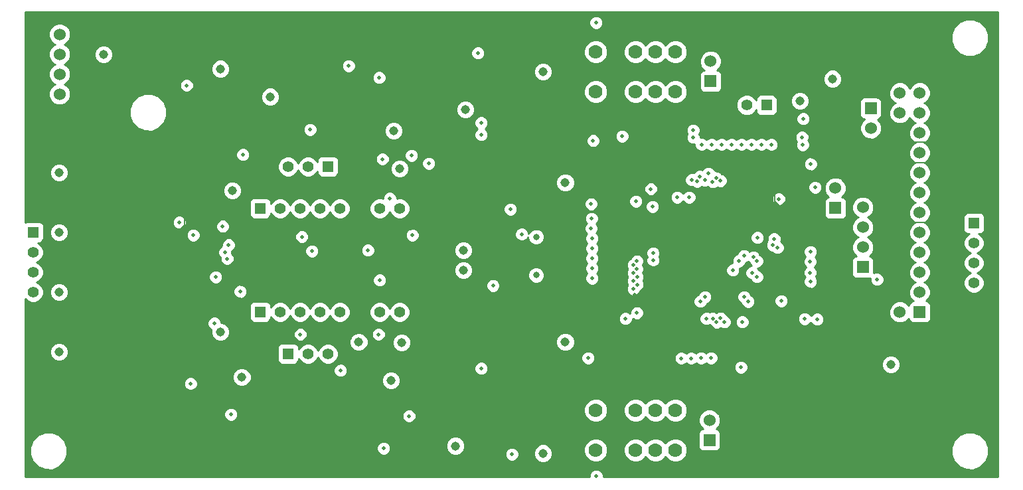
<source format=gbr>
G04 (created by PCBNEW (2013-07-07 BZR 4022)-stable) date 9/7/2014 5:26:02 PM*
%MOIN*%
G04 Gerber Fmt 3.4, Leading zero omitted, Abs format*
%FSLAX34Y34*%
G01*
G70*
G90*
G04 APERTURE LIST*
%ADD10C,0.00590551*%
%ADD11R,0.055X0.055*%
%ADD12C,0.055*%
%ADD13C,0.045*%
%ADD14R,0.06X0.06*%
%ADD15C,0.06*%
%ADD16C,0.0314961*%
%ADD17C,0.07*%
%ADD18C,0.02*%
%ADD19C,0.006*%
%ADD20C,0.01*%
G04 APERTURE END LIST*
G54D10*
G54D11*
X72370Y-56770D03*
G54D12*
X73370Y-56770D03*
X74370Y-56770D03*
X75370Y-56770D03*
X76370Y-56770D03*
X77370Y-56770D03*
X78370Y-56770D03*
X79370Y-56770D03*
G54D11*
X72370Y-51570D03*
G54D12*
X73370Y-51570D03*
X74370Y-51570D03*
X75370Y-51570D03*
X76370Y-51570D03*
X77370Y-51570D03*
X78370Y-51570D03*
X79370Y-51570D03*
G54D11*
X60970Y-52770D03*
G54D12*
X60970Y-53770D03*
X60970Y-54770D03*
X60970Y-55770D03*
G54D11*
X108210Y-52310D03*
G54D12*
X108210Y-53310D03*
X108210Y-54310D03*
X108210Y-55310D03*
G54D11*
X97800Y-46380D03*
G54D12*
X96800Y-46380D03*
X95800Y-46380D03*
G54D11*
X75770Y-49470D03*
G54D12*
X74770Y-49470D03*
X73770Y-49470D03*
G54D11*
X73770Y-58870D03*
G54D12*
X74770Y-58870D03*
X75770Y-58870D03*
G54D13*
X70970Y-50670D03*
X82570Y-54670D03*
X82570Y-53670D03*
X79070Y-47670D03*
X77320Y-58280D03*
X70370Y-57770D03*
X62270Y-55770D03*
X62270Y-58770D03*
X62270Y-49770D03*
X62270Y-52770D03*
X79370Y-49570D03*
X79470Y-58300D03*
X87690Y-50270D03*
X86580Y-44710D03*
X86580Y-63860D03*
X87690Y-58270D03*
X72870Y-45960D03*
X71450Y-60040D03*
G54D14*
X102630Y-54520D03*
G54D15*
X102630Y-53520D03*
X102630Y-52520D03*
X102630Y-51520D03*
G54D14*
X103030Y-46540D03*
G54D15*
X103030Y-47540D03*
G54D14*
X101250Y-51550D03*
G54D15*
X101250Y-50550D03*
G54D14*
X105490Y-56770D03*
G54D15*
X104490Y-56770D03*
X105490Y-55770D03*
X104490Y-55770D03*
X105490Y-54770D03*
X104490Y-54770D03*
X105490Y-53770D03*
X104490Y-53770D03*
X105490Y-52770D03*
X104490Y-52770D03*
X105490Y-51770D03*
X104490Y-51770D03*
X105490Y-50770D03*
X104490Y-50770D03*
X105490Y-49770D03*
X104490Y-49770D03*
X105490Y-48770D03*
X104490Y-48770D03*
X105490Y-47770D03*
X104490Y-47770D03*
X105490Y-46770D03*
X104490Y-46770D03*
X105490Y-45770D03*
X104490Y-45770D03*
G54D16*
X86230Y-54920D03*
X86230Y-52999D03*
G54D17*
X89220Y-45710D03*
X91220Y-45710D03*
X92220Y-45710D03*
X93220Y-45710D03*
X93220Y-43710D03*
X92220Y-43710D03*
X91220Y-43710D03*
X89220Y-43710D03*
X89220Y-63700D03*
X91220Y-63700D03*
X92220Y-63700D03*
X93220Y-63700D03*
X93220Y-61700D03*
X92220Y-61700D03*
X91220Y-61700D03*
X89220Y-61700D03*
G54D14*
X94990Y-45180D03*
G54D15*
X94990Y-44180D03*
G54D14*
X94930Y-63200D03*
G54D15*
X94930Y-62200D03*
G54D13*
X82180Y-63490D03*
X70370Y-44560D03*
X78940Y-60200D03*
X82670Y-46610D03*
X71900Y-44870D03*
X64500Y-43840D03*
X101110Y-45060D03*
X99470Y-46170D03*
X104040Y-59400D03*
X75520Y-54910D03*
X75030Y-63190D03*
X101640Y-57890D03*
G54D14*
X62300Y-46830D03*
G54D15*
X62300Y-45830D03*
X62300Y-44830D03*
X62300Y-43830D03*
X62300Y-42830D03*
G54D18*
X90720Y-57100D03*
X91290Y-56820D03*
X98530Y-56220D03*
X91990Y-50590D03*
X98410Y-51090D03*
X99620Y-48380D03*
X99630Y-47070D03*
X96580Y-57270D03*
X90550Y-47950D03*
X88840Y-59080D03*
X70600Y-53760D03*
X89240Y-42250D03*
X70070Y-57330D03*
X70710Y-54090D03*
X89250Y-65020D03*
X96670Y-56010D03*
X78880Y-51060D03*
X78310Y-57890D03*
X96870Y-56250D03*
X99580Y-47990D03*
X94110Y-47650D03*
X100020Y-49340D03*
X94110Y-48000D03*
X74970Y-53720D03*
X99720Y-57120D03*
X100330Y-57130D03*
X74390Y-57890D03*
X92100Y-54160D03*
X91240Y-51210D03*
X92070Y-51480D03*
X92100Y-53820D03*
X100230Y-50520D03*
X103350Y-55130D03*
X96100Y-54670D03*
X94470Y-56230D03*
X94700Y-56010D03*
X85500Y-52860D03*
X74460Y-52990D03*
X89090Y-48170D03*
X71970Y-49060D03*
X71320Y-49310D03*
X88400Y-49200D03*
X92930Y-47290D03*
X93210Y-46740D03*
X102730Y-61600D03*
X97070Y-60430D03*
X97990Y-61600D03*
X87380Y-57180D03*
X91990Y-48560D03*
X106960Y-48150D03*
X106960Y-49120D03*
X106960Y-52130D03*
X100330Y-58280D03*
X99720Y-58280D03*
X91600Y-46860D03*
X88290Y-60860D03*
X89430Y-47470D03*
X99230Y-47750D03*
X99230Y-49170D03*
X98210Y-51340D03*
X98700Y-50060D03*
X100110Y-53120D03*
X99390Y-55820D03*
X96080Y-56250D03*
X97810Y-59100D03*
X95690Y-60680D03*
X91980Y-60160D03*
X90260Y-58940D03*
X89910Y-59980D03*
X91190Y-55890D03*
X90410Y-56440D03*
X92530Y-50210D03*
X91120Y-50200D03*
X90290Y-49260D03*
X87136Y-51382D03*
X98300Y-50060D03*
X85130Y-53830D03*
X87110Y-56490D03*
X97370Y-57560D03*
X97190Y-58200D03*
X80170Y-50410D03*
X80830Y-50410D03*
X86580Y-47650D03*
X86580Y-48540D03*
X79990Y-62860D03*
X82320Y-56630D03*
X86580Y-59990D03*
X86580Y-60830D03*
X80820Y-58430D03*
X79620Y-60410D03*
X80820Y-45900D03*
X80820Y-54990D03*
X80820Y-52410D03*
X78770Y-53560D03*
X77390Y-52670D03*
X77370Y-55670D03*
X76660Y-58240D03*
X77320Y-63320D03*
X79440Y-62360D03*
X77820Y-59820D03*
X67260Y-59870D03*
X67250Y-62670D03*
X71470Y-62770D03*
X71580Y-58470D03*
X77800Y-49820D03*
X77420Y-44420D03*
X77320Y-47640D03*
X71970Y-45920D03*
X63070Y-56870D03*
X63070Y-57670D03*
X63070Y-50870D03*
X63070Y-51670D03*
X71370Y-56960D03*
X67530Y-53470D03*
X68590Y-51720D03*
X68670Y-47090D03*
X98350Y-53530D03*
X100000Y-55240D03*
X97310Y-55000D03*
X99990Y-54240D03*
X97310Y-54210D03*
X96520Y-59550D03*
X94770Y-57100D03*
X98110Y-53410D03*
X98180Y-53090D03*
X97330Y-53030D03*
X91290Y-54210D03*
X88990Y-51350D03*
X89030Y-55080D03*
X91110Y-55610D03*
X89030Y-54580D03*
X91300Y-55390D03*
X89020Y-52080D03*
X91110Y-54410D03*
X88990Y-52580D03*
X91290Y-54600D03*
X89030Y-53080D03*
X91120Y-54810D03*
X89030Y-53580D03*
X91300Y-55000D03*
X89030Y-54080D03*
X91110Y-55210D03*
X93520Y-59090D03*
X95100Y-57100D03*
X94020Y-59090D03*
X95290Y-57280D03*
X94520Y-59080D03*
X95490Y-57080D03*
X95020Y-59080D03*
X95690Y-57270D03*
X99990Y-54790D03*
X97070Y-54800D03*
X100000Y-53750D03*
X97130Y-54020D03*
X96410Y-54220D03*
X96660Y-53950D03*
X93310Y-51010D03*
X93910Y-51010D03*
X98030Y-48360D03*
X95490Y-50180D03*
X97530Y-48360D03*
X95270Y-50040D03*
X97030Y-48360D03*
X95090Y-50230D03*
X96530Y-48360D03*
X94880Y-49810D03*
X96030Y-48360D03*
X94700Y-50150D03*
X95530Y-48360D03*
X94430Y-49960D03*
X95030Y-48360D03*
X94310Y-50210D03*
X94530Y-48360D03*
X94030Y-50130D03*
X70130Y-55020D03*
X70790Y-53400D03*
X70490Y-52470D03*
X68310Y-52270D03*
X74880Y-47620D03*
X78350Y-45000D03*
X79850Y-61990D03*
X80830Y-49320D03*
X78520Y-49090D03*
X71370Y-55740D03*
X68880Y-60360D03*
X78570Y-63610D03*
X85010Y-63910D03*
X77780Y-53670D03*
X78370Y-55170D03*
X84060Y-55450D03*
X84930Y-51610D03*
X68680Y-45390D03*
X83300Y-43770D03*
X83470Y-59600D03*
X71500Y-48870D03*
X80020Y-52920D03*
X76400Y-59700D03*
X70900Y-61910D03*
X69020Y-52920D03*
X76820Y-44420D03*
X79970Y-48920D03*
X83470Y-47270D03*
X83470Y-47870D03*
G54D19*
X71970Y-49060D02*
X71970Y-45920D01*
X71970Y-49060D02*
X71970Y-49310D01*
X73350Y-48560D02*
X76370Y-48560D01*
X72600Y-49310D02*
X73350Y-48560D01*
X71320Y-49310D02*
X71970Y-49310D01*
X71970Y-49310D02*
X72600Y-49310D01*
X95800Y-46380D02*
X93570Y-46380D01*
X93570Y-46380D02*
X93210Y-46740D01*
X87240Y-49200D02*
X86580Y-48540D01*
X88400Y-49200D02*
X87240Y-49200D01*
X92930Y-47020D02*
X93210Y-46740D01*
X92930Y-47290D02*
X92930Y-47020D01*
X91720Y-46740D02*
X91600Y-46860D01*
X93210Y-46740D02*
X91720Y-46740D01*
X102730Y-61600D02*
X97990Y-61600D01*
X95940Y-60430D02*
X95690Y-60680D01*
X97070Y-60430D02*
X95940Y-60430D01*
X96610Y-61600D02*
X95690Y-60680D01*
X97990Y-61600D02*
X96610Y-61600D01*
X104490Y-53770D02*
X104490Y-54770D01*
X87110Y-56910D02*
X87110Y-56490D01*
X87380Y-57180D02*
X87110Y-56910D01*
X91290Y-49260D02*
X90290Y-49260D01*
X91990Y-48560D02*
X91290Y-49260D01*
X105010Y-48250D02*
X104490Y-48770D01*
X106860Y-48250D02*
X105010Y-48250D01*
X106960Y-48150D02*
X106860Y-48250D01*
X104980Y-49280D02*
X104490Y-49770D01*
X106800Y-49280D02*
X104980Y-49280D01*
X106960Y-49120D02*
X106800Y-49280D01*
X105000Y-52280D02*
X104490Y-51770D01*
X106810Y-52280D02*
X105000Y-52280D01*
X106960Y-52130D02*
X106810Y-52280D01*
X104490Y-47770D02*
X104490Y-48770D01*
X104490Y-48770D02*
X104490Y-49770D01*
X104490Y-49770D02*
X104490Y-50770D01*
X104490Y-50770D02*
X104490Y-51770D01*
X104490Y-51770D02*
X104460Y-51800D01*
X104460Y-51800D02*
X104460Y-52740D01*
X104460Y-52740D02*
X104490Y-52770D01*
X104490Y-52770D02*
X104490Y-54770D01*
X104490Y-54770D02*
X104490Y-55770D01*
X104490Y-55770D02*
X104440Y-55820D01*
X104440Y-55820D02*
X99390Y-55820D01*
X100330Y-58280D02*
X99720Y-58280D01*
X98900Y-59100D02*
X97810Y-59100D01*
X99720Y-58280D02*
X98900Y-59100D01*
X90990Y-47470D02*
X89430Y-47470D01*
X91600Y-46860D02*
X90990Y-47470D01*
X88260Y-60830D02*
X86580Y-60830D01*
X88290Y-60860D02*
X88260Y-60830D01*
X89250Y-47650D02*
X86580Y-47650D01*
X89430Y-47470D02*
X89250Y-47650D01*
X99230Y-49170D02*
X99230Y-47750D01*
X98700Y-50060D02*
X98700Y-49700D01*
X98700Y-49700D02*
X99230Y-49170D01*
X98210Y-51220D02*
X98210Y-51340D01*
X98300Y-50060D02*
X98700Y-50060D01*
X98300Y-50060D02*
X98210Y-50150D01*
X98210Y-50150D02*
X98210Y-51220D01*
X98210Y-51220D02*
X100110Y-53120D01*
X100110Y-53120D02*
X100200Y-53120D01*
X100090Y-55820D02*
X99390Y-55820D01*
X100510Y-55400D02*
X100090Y-55820D01*
X100510Y-53430D02*
X100510Y-55400D01*
X100200Y-53120D02*
X100510Y-53430D01*
X99390Y-55820D02*
X99390Y-57520D01*
X99390Y-57520D02*
X97810Y-59100D01*
X96080Y-56250D02*
X96080Y-56270D01*
X96080Y-56270D02*
X97370Y-57560D01*
X97370Y-57560D02*
X97810Y-58000D01*
X97810Y-58000D02*
X97810Y-59100D01*
X97190Y-58200D02*
X97810Y-58820D01*
X97810Y-58820D02*
X97810Y-59100D01*
X97810Y-59100D02*
X96230Y-60680D01*
X96230Y-60680D02*
X95690Y-60680D01*
X95690Y-60680D02*
X92500Y-60680D01*
X92500Y-60680D02*
X91980Y-60160D01*
X91980Y-60160D02*
X90090Y-60160D01*
X90090Y-60160D02*
X89910Y-59980D01*
X90260Y-58940D02*
X90260Y-59630D01*
X90260Y-59630D02*
X89910Y-59980D01*
X89900Y-59990D02*
X86580Y-59990D01*
X89910Y-59980D02*
X89900Y-59990D01*
X90640Y-56440D02*
X90410Y-56440D01*
X91190Y-55890D02*
X90640Y-56440D01*
X90360Y-56490D02*
X87110Y-56490D01*
X90410Y-56440D02*
X90360Y-56490D01*
X92520Y-50200D02*
X91120Y-50200D01*
X92530Y-50210D02*
X92520Y-50200D01*
X90290Y-49370D02*
X90290Y-49260D01*
X91120Y-50200D02*
X90290Y-49370D01*
X89570Y-48540D02*
X86580Y-48540D01*
X90290Y-49260D02*
X89570Y-48540D01*
X86580Y-50826D02*
X86580Y-48540D01*
X87136Y-51382D02*
X86580Y-50826D01*
X83710Y-52410D02*
X82710Y-52410D01*
X85130Y-53830D02*
X83710Y-52410D01*
X87110Y-56490D02*
X87110Y-56630D01*
X82320Y-56630D02*
X87110Y-56630D01*
X87110Y-56630D02*
X90880Y-56630D01*
X90880Y-56630D02*
X92835Y-54675D01*
X92835Y-54675D02*
X93590Y-53920D01*
X80170Y-50410D02*
X78390Y-50410D01*
X78390Y-50410D02*
X77800Y-49820D01*
X80170Y-50410D02*
X80830Y-50410D01*
X86580Y-47650D02*
X86580Y-48540D01*
X82710Y-52410D02*
X80820Y-52410D01*
X86580Y-48540D02*
X82710Y-52410D01*
X79490Y-62360D02*
X79440Y-62360D01*
X79990Y-62860D02*
X79490Y-62360D01*
X80820Y-58130D02*
X80820Y-58430D01*
X82320Y-56630D02*
X80820Y-58130D01*
X86580Y-59990D02*
X86160Y-60410D01*
X86160Y-60410D02*
X79620Y-60410D01*
X86580Y-60830D02*
X86160Y-60410D01*
X79620Y-59630D02*
X79620Y-60410D01*
X80820Y-58430D02*
X79620Y-59630D01*
X79020Y-61010D02*
X79010Y-61010D01*
X79620Y-60410D02*
X79020Y-61010D01*
X79340Y-44420D02*
X77420Y-44420D01*
X80820Y-45900D02*
X79340Y-44420D01*
X80820Y-54990D02*
X80820Y-52410D01*
X79920Y-52410D02*
X78770Y-53560D01*
X80820Y-52410D02*
X79920Y-52410D01*
X78280Y-53560D02*
X77390Y-52670D01*
X78770Y-53560D02*
X78280Y-53560D01*
X77370Y-55670D02*
X77390Y-55650D01*
X77390Y-55650D02*
X77390Y-52670D01*
X77370Y-51570D02*
X77390Y-51590D01*
X77390Y-51590D02*
X77390Y-52670D01*
X77370Y-55670D02*
X77370Y-56770D01*
X77820Y-59820D02*
X76660Y-58660D01*
X76660Y-58660D02*
X76660Y-58240D01*
X77370Y-57530D02*
X77370Y-56770D01*
X76660Y-58240D02*
X77370Y-57530D01*
X78280Y-62360D02*
X79440Y-62360D01*
X77320Y-63320D02*
X78280Y-62360D01*
X79440Y-61440D02*
X79440Y-62360D01*
X77820Y-59820D02*
X79010Y-61010D01*
X79010Y-61010D02*
X79440Y-61440D01*
X71580Y-58470D02*
X68660Y-58470D01*
X68660Y-58470D02*
X67260Y-59870D01*
X67250Y-62670D02*
X67250Y-59880D01*
X67250Y-59880D02*
X67260Y-59870D01*
X71370Y-62670D02*
X67250Y-62670D01*
X71470Y-62770D02*
X71370Y-62670D01*
X71370Y-58260D02*
X71370Y-56960D01*
X71580Y-58470D02*
X71370Y-58260D01*
X77370Y-50250D02*
X77370Y-49560D01*
X77370Y-49560D02*
X76370Y-48560D01*
X77370Y-50250D02*
X77370Y-51570D01*
X77800Y-49820D02*
X77370Y-50250D01*
X77320Y-44520D02*
X77320Y-47640D01*
X77420Y-44420D02*
X77320Y-44520D01*
X76400Y-48560D02*
X76370Y-48560D01*
X77320Y-47640D02*
X76400Y-48560D01*
X69970Y-47090D02*
X68670Y-47090D01*
X70800Y-47090D02*
X68670Y-47090D01*
X71970Y-45920D02*
X70800Y-47090D01*
X63070Y-56870D02*
X64130Y-56870D01*
X64130Y-56870D02*
X67530Y-53470D01*
X63070Y-50870D02*
X67740Y-50870D01*
X67740Y-50870D02*
X68590Y-51720D01*
X63070Y-56870D02*
X63070Y-57670D01*
X63070Y-50870D02*
X63070Y-51670D01*
X71370Y-56960D02*
X71020Y-56960D01*
X71020Y-56960D02*
X67530Y-53470D01*
X68590Y-51720D02*
X68590Y-52410D01*
X68590Y-52410D02*
X67530Y-53470D01*
X68670Y-47090D02*
X68670Y-51640D01*
X68670Y-51640D02*
X68590Y-51720D01*
G54D10*
G36*
X109400Y-65049D02*
X108940Y-65049D01*
X108940Y-63563D01*
X108940Y-42813D01*
X108797Y-42468D01*
X108533Y-42203D01*
X108187Y-42060D01*
X107813Y-42059D01*
X107468Y-42202D01*
X107203Y-42466D01*
X107060Y-42812D01*
X107059Y-43186D01*
X107202Y-43531D01*
X107466Y-43796D01*
X107812Y-43939D01*
X108186Y-43940D01*
X108531Y-43797D01*
X108796Y-43533D01*
X108939Y-43187D01*
X108940Y-42813D01*
X108940Y-63563D01*
X108797Y-63218D01*
X108735Y-63155D01*
X108735Y-55206D01*
X108655Y-55013D01*
X108507Y-54865D01*
X108374Y-54809D01*
X108507Y-54755D01*
X108654Y-54607D01*
X108734Y-54414D01*
X108735Y-54206D01*
X108655Y-54013D01*
X108507Y-53865D01*
X108374Y-53809D01*
X108507Y-53755D01*
X108654Y-53607D01*
X108734Y-53414D01*
X108735Y-53206D01*
X108655Y-53013D01*
X108507Y-52865D01*
X108435Y-52835D01*
X108534Y-52835D01*
X108626Y-52797D01*
X108696Y-52726D01*
X108734Y-52634D01*
X108735Y-52535D01*
X108735Y-51985D01*
X108697Y-51893D01*
X108626Y-51823D01*
X108534Y-51785D01*
X108435Y-51784D01*
X107885Y-51784D01*
X107793Y-51822D01*
X107723Y-51893D01*
X107685Y-51985D01*
X107684Y-52084D01*
X107684Y-52634D01*
X107722Y-52726D01*
X107793Y-52796D01*
X107885Y-52834D01*
X107984Y-52835D01*
X107984Y-52835D01*
X107913Y-52864D01*
X107765Y-53012D01*
X107685Y-53205D01*
X107684Y-53413D01*
X107764Y-53607D01*
X107912Y-53754D01*
X108045Y-53810D01*
X107913Y-53864D01*
X107765Y-54012D01*
X107685Y-54205D01*
X107684Y-54413D01*
X107764Y-54607D01*
X107912Y-54754D01*
X108045Y-54810D01*
X107913Y-54864D01*
X107765Y-55012D01*
X107685Y-55205D01*
X107684Y-55413D01*
X107764Y-55607D01*
X107912Y-55754D01*
X108105Y-55834D01*
X108313Y-55835D01*
X108507Y-55755D01*
X108654Y-55607D01*
X108734Y-55414D01*
X108735Y-55206D01*
X108735Y-63155D01*
X108533Y-62953D01*
X108187Y-62810D01*
X107813Y-62809D01*
X107468Y-62952D01*
X107203Y-63216D01*
X107060Y-63562D01*
X107059Y-63936D01*
X107202Y-64281D01*
X107466Y-64546D01*
X107812Y-64689D01*
X108186Y-64690D01*
X108531Y-64547D01*
X108796Y-64283D01*
X108939Y-63937D01*
X108940Y-63563D01*
X108940Y-65049D01*
X106040Y-65048D01*
X106040Y-55661D01*
X105956Y-55458D01*
X105801Y-55304D01*
X105720Y-55270D01*
X105801Y-55236D01*
X105955Y-55081D01*
X106039Y-54879D01*
X106040Y-54661D01*
X105956Y-54458D01*
X105801Y-54304D01*
X105720Y-54270D01*
X105801Y-54236D01*
X105955Y-54081D01*
X106039Y-53879D01*
X106040Y-53661D01*
X105956Y-53458D01*
X105801Y-53304D01*
X105720Y-53270D01*
X105801Y-53236D01*
X105955Y-53081D01*
X106039Y-52879D01*
X106040Y-52661D01*
X105956Y-52458D01*
X105801Y-52304D01*
X105720Y-52270D01*
X105801Y-52236D01*
X105955Y-52081D01*
X106039Y-51879D01*
X106040Y-51661D01*
X105956Y-51458D01*
X105801Y-51304D01*
X105720Y-51270D01*
X105801Y-51236D01*
X105955Y-51081D01*
X106039Y-50879D01*
X106040Y-50661D01*
X105956Y-50458D01*
X105801Y-50304D01*
X105720Y-50270D01*
X105801Y-50236D01*
X105955Y-50081D01*
X106039Y-49879D01*
X106040Y-49661D01*
X105956Y-49458D01*
X105801Y-49304D01*
X105720Y-49270D01*
X105801Y-49236D01*
X105955Y-49081D01*
X106039Y-48879D01*
X106040Y-48661D01*
X105956Y-48458D01*
X105801Y-48304D01*
X105720Y-48270D01*
X105801Y-48236D01*
X105955Y-48081D01*
X106039Y-47879D01*
X106040Y-47661D01*
X105956Y-47458D01*
X105801Y-47304D01*
X105720Y-47270D01*
X105801Y-47236D01*
X105955Y-47081D01*
X106039Y-46879D01*
X106040Y-46661D01*
X105956Y-46458D01*
X105801Y-46304D01*
X105720Y-46270D01*
X105801Y-46236D01*
X105955Y-46081D01*
X106039Y-45879D01*
X106040Y-45661D01*
X105956Y-45458D01*
X105801Y-45304D01*
X105599Y-45220D01*
X105381Y-45219D01*
X105178Y-45303D01*
X105024Y-45458D01*
X104990Y-45539D01*
X104956Y-45458D01*
X104801Y-45304D01*
X104599Y-45220D01*
X104381Y-45219D01*
X104178Y-45303D01*
X104024Y-45458D01*
X103940Y-45660D01*
X103939Y-45878D01*
X104023Y-46081D01*
X104178Y-46235D01*
X104259Y-46269D01*
X104178Y-46303D01*
X104024Y-46458D01*
X103940Y-46660D01*
X103939Y-46878D01*
X104023Y-47081D01*
X104178Y-47235D01*
X104380Y-47319D01*
X104598Y-47320D01*
X104801Y-47236D01*
X104955Y-47081D01*
X104989Y-47000D01*
X105023Y-47081D01*
X105178Y-47235D01*
X105259Y-47269D01*
X105178Y-47303D01*
X105024Y-47458D01*
X104940Y-47660D01*
X104939Y-47878D01*
X105023Y-48081D01*
X105178Y-48235D01*
X105259Y-48269D01*
X105178Y-48303D01*
X105024Y-48458D01*
X104940Y-48660D01*
X104939Y-48878D01*
X105023Y-49081D01*
X105178Y-49235D01*
X105259Y-49269D01*
X105178Y-49303D01*
X105024Y-49458D01*
X104940Y-49660D01*
X104939Y-49878D01*
X105023Y-50081D01*
X105178Y-50235D01*
X105259Y-50269D01*
X105178Y-50303D01*
X105024Y-50458D01*
X104940Y-50660D01*
X104939Y-50878D01*
X105023Y-51081D01*
X105178Y-51235D01*
X105259Y-51269D01*
X105178Y-51303D01*
X105024Y-51458D01*
X104940Y-51660D01*
X104939Y-51878D01*
X105023Y-52081D01*
X105178Y-52235D01*
X105259Y-52269D01*
X105178Y-52303D01*
X105024Y-52458D01*
X104940Y-52660D01*
X104939Y-52878D01*
X105023Y-53081D01*
X105178Y-53235D01*
X105259Y-53269D01*
X105178Y-53303D01*
X105024Y-53458D01*
X104940Y-53660D01*
X104939Y-53878D01*
X105023Y-54081D01*
X105178Y-54235D01*
X105259Y-54269D01*
X105178Y-54303D01*
X105024Y-54458D01*
X104940Y-54660D01*
X104939Y-54878D01*
X105023Y-55081D01*
X105178Y-55235D01*
X105259Y-55269D01*
X105178Y-55303D01*
X105024Y-55458D01*
X104940Y-55660D01*
X104939Y-55878D01*
X105023Y-56081D01*
X105162Y-56219D01*
X105140Y-56219D01*
X105048Y-56257D01*
X104978Y-56328D01*
X104940Y-56420D01*
X104940Y-56442D01*
X104801Y-56304D01*
X104599Y-56220D01*
X104381Y-56219D01*
X104178Y-56303D01*
X104024Y-56458D01*
X103940Y-56660D01*
X103939Y-56878D01*
X104023Y-57081D01*
X104178Y-57235D01*
X104380Y-57319D01*
X104598Y-57320D01*
X104801Y-57236D01*
X104939Y-57097D01*
X104939Y-57119D01*
X104977Y-57211D01*
X105048Y-57281D01*
X105140Y-57319D01*
X105239Y-57320D01*
X105839Y-57320D01*
X105931Y-57282D01*
X106001Y-57211D01*
X106039Y-57119D01*
X106040Y-57020D01*
X106040Y-56420D01*
X106002Y-56328D01*
X105931Y-56258D01*
X105839Y-56220D01*
X105817Y-56220D01*
X105955Y-56081D01*
X106039Y-55879D01*
X106040Y-55661D01*
X106040Y-65048D01*
X104515Y-65047D01*
X104515Y-59305D01*
X104442Y-59131D01*
X104309Y-58997D01*
X104134Y-58925D01*
X103945Y-58924D01*
X103771Y-58997D01*
X103700Y-59068D01*
X103700Y-55060D01*
X103646Y-54932D01*
X103580Y-54865D01*
X103580Y-47431D01*
X103496Y-47228D01*
X103357Y-47090D01*
X103379Y-47090D01*
X103471Y-47052D01*
X103541Y-46981D01*
X103579Y-46889D01*
X103580Y-46790D01*
X103580Y-46190D01*
X103542Y-46098D01*
X103471Y-46028D01*
X103379Y-45990D01*
X103280Y-45989D01*
X102680Y-45989D01*
X102588Y-46027D01*
X102518Y-46098D01*
X102480Y-46190D01*
X102479Y-46289D01*
X102479Y-46889D01*
X102517Y-46981D01*
X102588Y-47051D01*
X102680Y-47089D01*
X102702Y-47089D01*
X102564Y-47228D01*
X102480Y-47430D01*
X102479Y-47648D01*
X102563Y-47851D01*
X102718Y-48005D01*
X102920Y-48089D01*
X103138Y-48090D01*
X103341Y-48006D01*
X103495Y-47851D01*
X103579Y-47649D01*
X103580Y-47431D01*
X103580Y-54865D01*
X103548Y-54833D01*
X103419Y-54780D01*
X103280Y-54779D01*
X103179Y-54821D01*
X103180Y-54770D01*
X103180Y-54170D01*
X103142Y-54078D01*
X103071Y-54008D01*
X102979Y-53970D01*
X102957Y-53970D01*
X103095Y-53831D01*
X103179Y-53629D01*
X103180Y-53411D01*
X103096Y-53208D01*
X102941Y-53054D01*
X102860Y-53020D01*
X102941Y-52986D01*
X103095Y-52831D01*
X103179Y-52629D01*
X103180Y-52411D01*
X103096Y-52208D01*
X102941Y-52054D01*
X102860Y-52020D01*
X102941Y-51986D01*
X103095Y-51831D01*
X103179Y-51629D01*
X103180Y-51411D01*
X103096Y-51208D01*
X102941Y-51054D01*
X102739Y-50970D01*
X102521Y-50969D01*
X102318Y-51053D01*
X102164Y-51208D01*
X102080Y-51410D01*
X102079Y-51628D01*
X102163Y-51831D01*
X102318Y-51985D01*
X102399Y-52019D01*
X102318Y-52053D01*
X102164Y-52208D01*
X102080Y-52410D01*
X102079Y-52628D01*
X102163Y-52831D01*
X102318Y-52985D01*
X102399Y-53019D01*
X102318Y-53053D01*
X102164Y-53208D01*
X102080Y-53410D01*
X102079Y-53628D01*
X102163Y-53831D01*
X102302Y-53969D01*
X102280Y-53969D01*
X102188Y-54007D01*
X102118Y-54078D01*
X102080Y-54170D01*
X102079Y-54269D01*
X102079Y-54869D01*
X102117Y-54961D01*
X102188Y-55031D01*
X102280Y-55069D01*
X102379Y-55070D01*
X102979Y-55070D01*
X103000Y-55061D01*
X102999Y-55199D01*
X103053Y-55328D01*
X103151Y-55426D01*
X103280Y-55479D01*
X103419Y-55480D01*
X103548Y-55426D01*
X103646Y-55328D01*
X103699Y-55199D01*
X103700Y-55060D01*
X103700Y-59068D01*
X103637Y-59130D01*
X103565Y-59305D01*
X103564Y-59494D01*
X103637Y-59668D01*
X103770Y-59802D01*
X103945Y-59874D01*
X104134Y-59875D01*
X104308Y-59802D01*
X104442Y-59669D01*
X104514Y-59494D01*
X104515Y-59305D01*
X104515Y-65047D01*
X101800Y-65046D01*
X101800Y-50441D01*
X101716Y-50238D01*
X101585Y-50107D01*
X101585Y-44965D01*
X101512Y-44791D01*
X101379Y-44657D01*
X101204Y-44585D01*
X101015Y-44584D01*
X100841Y-44657D01*
X100707Y-44790D01*
X100635Y-44965D01*
X100634Y-45154D01*
X100707Y-45328D01*
X100840Y-45462D01*
X101015Y-45534D01*
X101204Y-45535D01*
X101378Y-45462D01*
X101512Y-45329D01*
X101584Y-45154D01*
X101585Y-44965D01*
X101585Y-50107D01*
X101561Y-50084D01*
X101359Y-50000D01*
X101141Y-49999D01*
X100938Y-50083D01*
X100784Y-50238D01*
X100700Y-50440D01*
X100699Y-50658D01*
X100783Y-50861D01*
X100922Y-50999D01*
X100900Y-50999D01*
X100808Y-51037D01*
X100738Y-51108D01*
X100700Y-51200D01*
X100699Y-51299D01*
X100699Y-51899D01*
X100737Y-51991D01*
X100808Y-52061D01*
X100900Y-52099D01*
X100999Y-52100D01*
X101599Y-52100D01*
X101691Y-52062D01*
X101761Y-51991D01*
X101799Y-51899D01*
X101800Y-51800D01*
X101800Y-51200D01*
X101762Y-51108D01*
X101691Y-51038D01*
X101599Y-51000D01*
X101577Y-51000D01*
X101715Y-50861D01*
X101799Y-50659D01*
X101800Y-50441D01*
X101800Y-65046D01*
X100680Y-65046D01*
X100680Y-57060D01*
X100626Y-56932D01*
X100580Y-56885D01*
X100580Y-50450D01*
X100526Y-50322D01*
X100428Y-50223D01*
X100370Y-50199D01*
X100370Y-49270D01*
X100316Y-49142D01*
X100218Y-49043D01*
X100089Y-48990D01*
X99980Y-48989D01*
X99980Y-47000D01*
X99945Y-46916D01*
X99945Y-46075D01*
X99872Y-45901D01*
X99739Y-45767D01*
X99564Y-45695D01*
X99375Y-45694D01*
X99201Y-45767D01*
X99067Y-45900D01*
X98995Y-46075D01*
X98994Y-46264D01*
X99067Y-46438D01*
X99200Y-46572D01*
X99375Y-46644D01*
X99564Y-46645D01*
X99738Y-46572D01*
X99872Y-46439D01*
X99944Y-46264D01*
X99945Y-46075D01*
X99945Y-46916D01*
X99926Y-46872D01*
X99828Y-46773D01*
X99699Y-46720D01*
X99560Y-46719D01*
X99432Y-46773D01*
X99333Y-46871D01*
X99280Y-47000D01*
X99279Y-47139D01*
X99333Y-47268D01*
X99431Y-47366D01*
X99560Y-47419D01*
X99699Y-47420D01*
X99828Y-47366D01*
X99926Y-47268D01*
X99979Y-47139D01*
X99980Y-47000D01*
X99980Y-48989D01*
X99970Y-48989D01*
X99970Y-48310D01*
X99916Y-48182D01*
X99890Y-48155D01*
X99929Y-48059D01*
X99930Y-47920D01*
X99876Y-47792D01*
X99778Y-47693D01*
X99649Y-47640D01*
X99510Y-47639D01*
X99382Y-47693D01*
X99283Y-47791D01*
X99230Y-47920D01*
X99229Y-48059D01*
X99283Y-48188D01*
X99309Y-48214D01*
X99270Y-48310D01*
X99269Y-48449D01*
X99323Y-48578D01*
X99421Y-48676D01*
X99550Y-48729D01*
X99689Y-48730D01*
X99818Y-48676D01*
X99916Y-48578D01*
X99969Y-48449D01*
X99970Y-48310D01*
X99970Y-48989D01*
X99950Y-48989D01*
X99822Y-49043D01*
X99723Y-49141D01*
X99670Y-49270D01*
X99669Y-49409D01*
X99723Y-49538D01*
X99821Y-49636D01*
X99950Y-49689D01*
X100089Y-49690D01*
X100218Y-49636D01*
X100316Y-49538D01*
X100369Y-49409D01*
X100370Y-49270D01*
X100370Y-50199D01*
X100299Y-50170D01*
X100160Y-50169D01*
X100032Y-50223D01*
X99933Y-50321D01*
X99880Y-50450D01*
X99879Y-50589D01*
X99933Y-50718D01*
X100031Y-50816D01*
X100160Y-50869D01*
X100299Y-50870D01*
X100428Y-50816D01*
X100526Y-50718D01*
X100579Y-50589D01*
X100580Y-50450D01*
X100580Y-56885D01*
X100528Y-56833D01*
X100399Y-56780D01*
X100350Y-56780D01*
X100350Y-55170D01*
X100296Y-55042D01*
X100264Y-55010D01*
X100286Y-54988D01*
X100339Y-54859D01*
X100340Y-54720D01*
X100286Y-54592D01*
X100209Y-54514D01*
X100286Y-54438D01*
X100339Y-54309D01*
X100340Y-54170D01*
X100286Y-54042D01*
X100244Y-54000D01*
X100296Y-53948D01*
X100349Y-53819D01*
X100350Y-53680D01*
X100296Y-53552D01*
X100198Y-53453D01*
X100069Y-53400D01*
X99930Y-53399D01*
X99802Y-53453D01*
X99703Y-53551D01*
X99650Y-53680D01*
X99649Y-53819D01*
X99703Y-53948D01*
X99745Y-53989D01*
X99693Y-54041D01*
X99640Y-54170D01*
X99639Y-54309D01*
X99693Y-54438D01*
X99770Y-54515D01*
X99693Y-54591D01*
X99640Y-54720D01*
X99639Y-54859D01*
X99693Y-54988D01*
X99725Y-55019D01*
X99703Y-55041D01*
X99650Y-55170D01*
X99649Y-55309D01*
X99703Y-55438D01*
X99801Y-55536D01*
X99930Y-55589D01*
X100069Y-55590D01*
X100198Y-55536D01*
X100296Y-55438D01*
X100349Y-55309D01*
X100350Y-55170D01*
X100350Y-56780D01*
X100260Y-56779D01*
X100132Y-56833D01*
X100033Y-56931D01*
X100027Y-56946D01*
X100016Y-56922D01*
X99918Y-56823D01*
X99789Y-56770D01*
X99650Y-56769D01*
X99522Y-56823D01*
X99423Y-56921D01*
X99370Y-57050D01*
X99369Y-57189D01*
X99423Y-57318D01*
X99521Y-57416D01*
X99650Y-57469D01*
X99789Y-57470D01*
X99918Y-57416D01*
X100016Y-57318D01*
X100022Y-57303D01*
X100033Y-57328D01*
X100131Y-57426D01*
X100260Y-57479D01*
X100399Y-57480D01*
X100528Y-57426D01*
X100626Y-57328D01*
X100679Y-57199D01*
X100680Y-57060D01*
X100680Y-65046D01*
X98880Y-65045D01*
X98880Y-56150D01*
X98826Y-56022D01*
X98760Y-55955D01*
X98760Y-51020D01*
X98706Y-50892D01*
X98608Y-50793D01*
X98479Y-50740D01*
X98380Y-50739D01*
X98380Y-48290D01*
X98326Y-48162D01*
X98325Y-48160D01*
X98325Y-46605D01*
X98325Y-46055D01*
X98287Y-45963D01*
X98216Y-45893D01*
X98124Y-45855D01*
X98025Y-45854D01*
X97475Y-45854D01*
X97383Y-45892D01*
X97313Y-45963D01*
X97275Y-46055D01*
X97274Y-46154D01*
X97274Y-46154D01*
X97245Y-46083D01*
X97097Y-45935D01*
X96904Y-45855D01*
X96696Y-45854D01*
X96503Y-45934D01*
X96355Y-46082D01*
X96275Y-46275D01*
X96274Y-46483D01*
X96354Y-46677D01*
X96502Y-46824D01*
X96695Y-46904D01*
X96903Y-46905D01*
X97097Y-46825D01*
X97244Y-46677D01*
X97274Y-46605D01*
X97274Y-46704D01*
X97312Y-46796D01*
X97383Y-46866D01*
X97475Y-46904D01*
X97574Y-46905D01*
X98124Y-46905D01*
X98216Y-46867D01*
X98286Y-46796D01*
X98324Y-46704D01*
X98325Y-46605D01*
X98325Y-48160D01*
X98228Y-48063D01*
X98099Y-48010D01*
X97960Y-48009D01*
X97832Y-48063D01*
X97779Y-48115D01*
X97728Y-48063D01*
X97599Y-48010D01*
X97460Y-48009D01*
X97332Y-48063D01*
X97279Y-48115D01*
X97228Y-48063D01*
X97099Y-48010D01*
X96960Y-48009D01*
X96832Y-48063D01*
X96779Y-48115D01*
X96728Y-48063D01*
X96599Y-48010D01*
X96460Y-48009D01*
X96332Y-48063D01*
X96279Y-48115D01*
X96228Y-48063D01*
X96099Y-48010D01*
X95960Y-48009D01*
X95832Y-48063D01*
X95779Y-48115D01*
X95728Y-48063D01*
X95599Y-48010D01*
X95540Y-48010D01*
X95540Y-44071D01*
X95456Y-43868D01*
X95301Y-43714D01*
X95099Y-43630D01*
X94881Y-43629D01*
X94678Y-43713D01*
X94524Y-43868D01*
X94440Y-44070D01*
X94439Y-44288D01*
X94523Y-44491D01*
X94662Y-44629D01*
X94640Y-44629D01*
X94548Y-44667D01*
X94478Y-44738D01*
X94440Y-44830D01*
X94439Y-44929D01*
X94439Y-45529D01*
X94477Y-45621D01*
X94548Y-45691D01*
X94640Y-45729D01*
X94739Y-45730D01*
X95339Y-45730D01*
X95431Y-45692D01*
X95501Y-45621D01*
X95539Y-45529D01*
X95540Y-45430D01*
X95540Y-44830D01*
X95502Y-44738D01*
X95431Y-44668D01*
X95339Y-44630D01*
X95317Y-44630D01*
X95455Y-44491D01*
X95539Y-44289D01*
X95540Y-44071D01*
X95540Y-48010D01*
X95460Y-48009D01*
X95332Y-48063D01*
X95279Y-48115D01*
X95228Y-48063D01*
X95099Y-48010D01*
X94960Y-48009D01*
X94832Y-48063D01*
X94779Y-48115D01*
X94728Y-48063D01*
X94599Y-48010D01*
X94460Y-48009D01*
X94459Y-48010D01*
X94460Y-47930D01*
X94416Y-47824D01*
X94459Y-47719D01*
X94460Y-47580D01*
X94406Y-47452D01*
X94308Y-47353D01*
X94179Y-47300D01*
X94040Y-47299D01*
X93912Y-47353D01*
X93820Y-47444D01*
X93820Y-45591D01*
X93820Y-43591D01*
X93728Y-43370D01*
X93560Y-43201D01*
X93339Y-43110D01*
X93101Y-43109D01*
X92880Y-43201D01*
X92719Y-43361D01*
X92560Y-43201D01*
X92339Y-43110D01*
X92101Y-43109D01*
X91880Y-43201D01*
X91719Y-43361D01*
X91560Y-43201D01*
X91339Y-43110D01*
X91101Y-43109D01*
X90880Y-43201D01*
X90711Y-43369D01*
X90620Y-43590D01*
X90619Y-43828D01*
X90711Y-44049D01*
X90879Y-44218D01*
X91100Y-44309D01*
X91338Y-44310D01*
X91559Y-44218D01*
X91720Y-44058D01*
X91879Y-44218D01*
X92100Y-44309D01*
X92338Y-44310D01*
X92559Y-44218D01*
X92720Y-44058D01*
X92879Y-44218D01*
X93100Y-44309D01*
X93338Y-44310D01*
X93559Y-44218D01*
X93728Y-44050D01*
X93819Y-43829D01*
X93820Y-43591D01*
X93820Y-45591D01*
X93728Y-45370D01*
X93560Y-45201D01*
X93339Y-45110D01*
X93101Y-45109D01*
X92880Y-45201D01*
X92719Y-45361D01*
X92560Y-45201D01*
X92339Y-45110D01*
X92101Y-45109D01*
X91880Y-45201D01*
X91719Y-45361D01*
X91560Y-45201D01*
X91339Y-45110D01*
X91101Y-45109D01*
X90880Y-45201D01*
X90711Y-45369D01*
X90620Y-45590D01*
X90619Y-45828D01*
X90711Y-46049D01*
X90879Y-46218D01*
X91100Y-46309D01*
X91338Y-46310D01*
X91559Y-46218D01*
X91720Y-46058D01*
X91879Y-46218D01*
X92100Y-46309D01*
X92338Y-46310D01*
X92559Y-46218D01*
X92720Y-46058D01*
X92879Y-46218D01*
X93100Y-46309D01*
X93338Y-46310D01*
X93559Y-46218D01*
X93728Y-46050D01*
X93819Y-45829D01*
X93820Y-45591D01*
X93820Y-47444D01*
X93813Y-47451D01*
X93760Y-47580D01*
X93759Y-47719D01*
X93803Y-47825D01*
X93760Y-47930D01*
X93759Y-48069D01*
X93813Y-48198D01*
X93911Y-48296D01*
X94040Y-48349D01*
X94179Y-48350D01*
X94180Y-48349D01*
X94179Y-48429D01*
X94233Y-48558D01*
X94331Y-48656D01*
X94460Y-48709D01*
X94599Y-48710D01*
X94728Y-48656D01*
X94780Y-48604D01*
X94831Y-48656D01*
X94960Y-48709D01*
X95099Y-48710D01*
X95228Y-48656D01*
X95280Y-48604D01*
X95331Y-48656D01*
X95460Y-48709D01*
X95599Y-48710D01*
X95728Y-48656D01*
X95780Y-48604D01*
X95831Y-48656D01*
X95960Y-48709D01*
X96099Y-48710D01*
X96228Y-48656D01*
X96280Y-48604D01*
X96331Y-48656D01*
X96460Y-48709D01*
X96599Y-48710D01*
X96728Y-48656D01*
X96780Y-48604D01*
X96831Y-48656D01*
X96960Y-48709D01*
X97099Y-48710D01*
X97228Y-48656D01*
X97280Y-48604D01*
X97331Y-48656D01*
X97460Y-48709D01*
X97599Y-48710D01*
X97728Y-48656D01*
X97780Y-48604D01*
X97831Y-48656D01*
X97960Y-48709D01*
X98099Y-48710D01*
X98228Y-48656D01*
X98326Y-48558D01*
X98379Y-48429D01*
X98380Y-48290D01*
X98380Y-50739D01*
X98340Y-50739D01*
X98212Y-50793D01*
X98113Y-50891D01*
X98060Y-51020D01*
X98059Y-51159D01*
X98113Y-51288D01*
X98211Y-51386D01*
X98340Y-51439D01*
X98479Y-51440D01*
X98608Y-51386D01*
X98706Y-51288D01*
X98759Y-51159D01*
X98760Y-51020D01*
X98760Y-55955D01*
X98728Y-55923D01*
X98700Y-55911D01*
X98700Y-53460D01*
X98646Y-53332D01*
X98548Y-53233D01*
X98506Y-53216D01*
X98529Y-53159D01*
X98530Y-53020D01*
X98476Y-52892D01*
X98378Y-52793D01*
X98249Y-52740D01*
X98110Y-52739D01*
X97982Y-52793D01*
X97883Y-52891D01*
X97830Y-53020D01*
X97829Y-53159D01*
X97840Y-53184D01*
X97813Y-53211D01*
X97760Y-53340D01*
X97759Y-53479D01*
X97813Y-53608D01*
X97911Y-53706D01*
X98040Y-53759D01*
X98085Y-53759D01*
X98151Y-53826D01*
X98280Y-53879D01*
X98419Y-53880D01*
X98548Y-53826D01*
X98646Y-53728D01*
X98699Y-53599D01*
X98700Y-53460D01*
X98700Y-55911D01*
X98599Y-55870D01*
X98460Y-55869D01*
X98332Y-55923D01*
X98233Y-56021D01*
X98180Y-56150D01*
X98179Y-56289D01*
X98233Y-56418D01*
X98331Y-56516D01*
X98460Y-56569D01*
X98599Y-56570D01*
X98728Y-56516D01*
X98826Y-56418D01*
X98879Y-56289D01*
X98880Y-56150D01*
X98880Y-65045D01*
X97680Y-65045D01*
X97680Y-52960D01*
X97626Y-52832D01*
X97528Y-52733D01*
X97399Y-52680D01*
X97260Y-52679D01*
X97132Y-52733D01*
X97033Y-52831D01*
X96980Y-52960D01*
X96979Y-53099D01*
X97033Y-53228D01*
X97131Y-53326D01*
X97260Y-53379D01*
X97399Y-53380D01*
X97528Y-53326D01*
X97626Y-53228D01*
X97679Y-53099D01*
X97680Y-52960D01*
X97680Y-65045D01*
X97660Y-65045D01*
X97660Y-54930D01*
X97606Y-54802D01*
X97508Y-54703D01*
X97388Y-54653D01*
X97366Y-54602D01*
X97324Y-54560D01*
X97379Y-54560D01*
X97508Y-54506D01*
X97606Y-54408D01*
X97659Y-54279D01*
X97660Y-54140D01*
X97606Y-54012D01*
X97508Y-53913D01*
X97455Y-53891D01*
X97426Y-53822D01*
X97328Y-53723D01*
X97199Y-53670D01*
X97060Y-53669D01*
X96932Y-53723D01*
X96930Y-53725D01*
X96858Y-53653D01*
X96729Y-53600D01*
X96590Y-53599D01*
X96462Y-53653D01*
X96363Y-53751D01*
X96310Y-53880D01*
X96310Y-53882D01*
X96212Y-53923D01*
X96113Y-54021D01*
X96060Y-54150D01*
X96059Y-54289D01*
X96072Y-54319D01*
X96030Y-54319D01*
X95902Y-54373D01*
X95840Y-54434D01*
X95840Y-50110D01*
X95786Y-49982D01*
X95688Y-49883D01*
X95559Y-49830D01*
X95554Y-49830D01*
X95468Y-49743D01*
X95339Y-49690D01*
X95209Y-49689D01*
X95176Y-49612D01*
X95078Y-49513D01*
X94949Y-49460D01*
X94810Y-49459D01*
X94682Y-49513D01*
X94583Y-49611D01*
X94571Y-49639D01*
X94499Y-49610D01*
X94360Y-49609D01*
X94232Y-49663D01*
X94133Y-49761D01*
X94121Y-49789D01*
X94099Y-49780D01*
X93960Y-49779D01*
X93832Y-49833D01*
X93733Y-49931D01*
X93680Y-50060D01*
X93679Y-50199D01*
X93733Y-50328D01*
X93831Y-50426D01*
X93960Y-50479D01*
X94085Y-50480D01*
X94111Y-50506D01*
X94240Y-50559D01*
X94379Y-50560D01*
X94508Y-50506D01*
X94548Y-50466D01*
X94630Y-50499D01*
X94769Y-50500D01*
X94837Y-50472D01*
X94891Y-50526D01*
X95020Y-50579D01*
X95159Y-50580D01*
X95288Y-50526D01*
X95324Y-50490D01*
X95420Y-50529D01*
X95559Y-50530D01*
X95688Y-50476D01*
X95786Y-50378D01*
X95839Y-50249D01*
X95840Y-50110D01*
X95840Y-54434D01*
X95803Y-54471D01*
X95750Y-54600D01*
X95749Y-54739D01*
X95803Y-54868D01*
X95901Y-54966D01*
X96030Y-55019D01*
X96169Y-55020D01*
X96298Y-54966D01*
X96396Y-54868D01*
X96449Y-54739D01*
X96450Y-54600D01*
X96437Y-54570D01*
X96479Y-54570D01*
X96608Y-54516D01*
X96706Y-54418D01*
X96759Y-54289D01*
X96759Y-54287D01*
X96858Y-54246D01*
X96859Y-54244D01*
X96931Y-54316D01*
X96984Y-54338D01*
X97013Y-54408D01*
X97055Y-54449D01*
X97000Y-54449D01*
X96872Y-54503D01*
X96773Y-54601D01*
X96720Y-54730D01*
X96719Y-54869D01*
X96773Y-54998D01*
X96871Y-55096D01*
X96991Y-55146D01*
X97013Y-55198D01*
X97111Y-55296D01*
X97240Y-55349D01*
X97379Y-55350D01*
X97508Y-55296D01*
X97606Y-55198D01*
X97659Y-55069D01*
X97660Y-54930D01*
X97660Y-65045D01*
X97220Y-65044D01*
X97220Y-56180D01*
X97166Y-56052D01*
X97068Y-55953D01*
X97016Y-55931D01*
X96966Y-55812D01*
X96868Y-55713D01*
X96739Y-55660D01*
X96600Y-55659D01*
X96472Y-55713D01*
X96373Y-55811D01*
X96320Y-55940D01*
X96319Y-56079D01*
X96373Y-56208D01*
X96471Y-56306D01*
X96523Y-56328D01*
X96573Y-56448D01*
X96671Y-56546D01*
X96800Y-56599D01*
X96939Y-56600D01*
X97068Y-56546D01*
X97166Y-56448D01*
X97219Y-56319D01*
X97220Y-56180D01*
X97220Y-65044D01*
X96930Y-65044D01*
X96930Y-57200D01*
X96876Y-57072D01*
X96778Y-56973D01*
X96649Y-56920D01*
X96510Y-56919D01*
X96382Y-56973D01*
X96283Y-57071D01*
X96230Y-57200D01*
X96229Y-57339D01*
X96283Y-57468D01*
X96381Y-57566D01*
X96510Y-57619D01*
X96649Y-57620D01*
X96778Y-57566D01*
X96876Y-57468D01*
X96929Y-57339D01*
X96930Y-57200D01*
X96930Y-65044D01*
X96870Y-65044D01*
X96870Y-59480D01*
X96816Y-59352D01*
X96718Y-59253D01*
X96589Y-59200D01*
X96450Y-59199D01*
X96322Y-59253D01*
X96223Y-59351D01*
X96170Y-59480D01*
X96169Y-59619D01*
X96223Y-59748D01*
X96321Y-59846D01*
X96450Y-59899D01*
X96589Y-59900D01*
X96718Y-59846D01*
X96816Y-59748D01*
X96869Y-59619D01*
X96870Y-59480D01*
X96870Y-65044D01*
X96040Y-65044D01*
X96040Y-57200D01*
X95986Y-57072D01*
X95888Y-56973D01*
X95811Y-56941D01*
X95786Y-56882D01*
X95688Y-56783D01*
X95559Y-56730D01*
X95420Y-56729D01*
X95292Y-56783D01*
X95279Y-56795D01*
X95169Y-56750D01*
X95050Y-56749D01*
X95050Y-55940D01*
X94996Y-55812D01*
X94898Y-55713D01*
X94769Y-55660D01*
X94630Y-55659D01*
X94502Y-55713D01*
X94403Y-55811D01*
X94369Y-55892D01*
X94272Y-55933D01*
X94260Y-55945D01*
X94260Y-50940D01*
X94206Y-50812D01*
X94108Y-50713D01*
X93979Y-50660D01*
X93840Y-50659D01*
X93712Y-50713D01*
X93613Y-50811D01*
X93610Y-50819D01*
X93606Y-50812D01*
X93508Y-50713D01*
X93379Y-50660D01*
X93240Y-50659D01*
X93112Y-50713D01*
X93013Y-50811D01*
X92960Y-50940D01*
X92959Y-51079D01*
X93013Y-51208D01*
X93111Y-51306D01*
X93240Y-51359D01*
X93379Y-51360D01*
X93508Y-51306D01*
X93606Y-51208D01*
X93609Y-51200D01*
X93613Y-51208D01*
X93711Y-51306D01*
X93840Y-51359D01*
X93979Y-51360D01*
X94108Y-51306D01*
X94206Y-51208D01*
X94259Y-51079D01*
X94260Y-50940D01*
X94260Y-55945D01*
X94173Y-56031D01*
X94120Y-56160D01*
X94119Y-56299D01*
X94173Y-56428D01*
X94271Y-56526D01*
X94400Y-56579D01*
X94539Y-56580D01*
X94668Y-56526D01*
X94766Y-56428D01*
X94800Y-56347D01*
X94898Y-56306D01*
X94996Y-56208D01*
X95049Y-56079D01*
X95050Y-55940D01*
X95050Y-56749D01*
X95030Y-56749D01*
X94934Y-56789D01*
X94839Y-56750D01*
X94700Y-56749D01*
X94572Y-56803D01*
X94473Y-56901D01*
X94420Y-57030D01*
X94419Y-57169D01*
X94473Y-57298D01*
X94571Y-57396D01*
X94700Y-57449D01*
X94839Y-57450D01*
X94935Y-57410D01*
X94971Y-57425D01*
X94993Y-57478D01*
X95091Y-57576D01*
X95220Y-57629D01*
X95359Y-57630D01*
X95488Y-57576D01*
X95496Y-57568D01*
X95620Y-57619D01*
X95759Y-57620D01*
X95888Y-57566D01*
X95986Y-57468D01*
X96039Y-57339D01*
X96040Y-57200D01*
X96040Y-65044D01*
X95480Y-65044D01*
X95480Y-62091D01*
X95396Y-61888D01*
X95370Y-61862D01*
X95370Y-59010D01*
X95316Y-58882D01*
X95218Y-58783D01*
X95089Y-58730D01*
X94950Y-58729D01*
X94822Y-58783D01*
X94769Y-58835D01*
X94718Y-58783D01*
X94589Y-58730D01*
X94450Y-58729D01*
X94322Y-58783D01*
X94264Y-58840D01*
X94218Y-58793D01*
X94089Y-58740D01*
X93950Y-58739D01*
X93822Y-58793D01*
X93769Y-58845D01*
X93718Y-58793D01*
X93589Y-58740D01*
X93450Y-58739D01*
X93322Y-58793D01*
X93223Y-58891D01*
X93170Y-59020D01*
X93169Y-59159D01*
X93223Y-59288D01*
X93321Y-59386D01*
X93450Y-59439D01*
X93589Y-59440D01*
X93718Y-59386D01*
X93770Y-59334D01*
X93821Y-59386D01*
X93950Y-59439D01*
X94089Y-59440D01*
X94218Y-59386D01*
X94275Y-59329D01*
X94321Y-59376D01*
X94450Y-59429D01*
X94589Y-59430D01*
X94718Y-59376D01*
X94770Y-59324D01*
X94821Y-59376D01*
X94950Y-59429D01*
X95089Y-59430D01*
X95218Y-59376D01*
X95316Y-59278D01*
X95369Y-59149D01*
X95370Y-59010D01*
X95370Y-61862D01*
X95241Y-61734D01*
X95039Y-61650D01*
X94821Y-61649D01*
X94618Y-61733D01*
X94464Y-61888D01*
X94380Y-62090D01*
X94379Y-62308D01*
X94463Y-62511D01*
X94602Y-62649D01*
X94580Y-62649D01*
X94488Y-62687D01*
X94418Y-62758D01*
X94380Y-62850D01*
X94379Y-62949D01*
X94379Y-63549D01*
X94417Y-63641D01*
X94488Y-63711D01*
X94580Y-63749D01*
X94679Y-63750D01*
X95279Y-63750D01*
X95371Y-63712D01*
X95441Y-63641D01*
X95479Y-63549D01*
X95480Y-63450D01*
X95480Y-62850D01*
X95442Y-62758D01*
X95371Y-62688D01*
X95279Y-62650D01*
X95257Y-62650D01*
X95395Y-62511D01*
X95479Y-62309D01*
X95480Y-62091D01*
X95480Y-65044D01*
X93820Y-65043D01*
X93820Y-63581D01*
X93820Y-61581D01*
X93728Y-61360D01*
X93560Y-61191D01*
X93339Y-61100D01*
X93101Y-61099D01*
X92880Y-61191D01*
X92719Y-61351D01*
X92560Y-61191D01*
X92450Y-61145D01*
X92450Y-54090D01*
X92408Y-53989D01*
X92449Y-53889D01*
X92450Y-53750D01*
X92420Y-53678D01*
X92420Y-51410D01*
X92366Y-51282D01*
X92340Y-51255D01*
X92340Y-50520D01*
X92286Y-50392D01*
X92188Y-50293D01*
X92059Y-50240D01*
X91920Y-50239D01*
X91792Y-50293D01*
X91693Y-50391D01*
X91640Y-50520D01*
X91639Y-50659D01*
X91693Y-50788D01*
X91791Y-50886D01*
X91920Y-50939D01*
X92059Y-50940D01*
X92188Y-50886D01*
X92286Y-50788D01*
X92339Y-50659D01*
X92340Y-50520D01*
X92340Y-51255D01*
X92268Y-51183D01*
X92139Y-51130D01*
X92000Y-51129D01*
X91872Y-51183D01*
X91773Y-51281D01*
X91720Y-51410D01*
X91719Y-51549D01*
X91773Y-51678D01*
X91871Y-51776D01*
X92000Y-51829D01*
X92139Y-51830D01*
X92268Y-51776D01*
X92366Y-51678D01*
X92419Y-51549D01*
X92420Y-51410D01*
X92420Y-53678D01*
X92396Y-53622D01*
X92298Y-53523D01*
X92169Y-53470D01*
X92030Y-53469D01*
X91902Y-53523D01*
X91803Y-53621D01*
X91750Y-53750D01*
X91749Y-53889D01*
X91791Y-53990D01*
X91750Y-54090D01*
X91749Y-54229D01*
X91803Y-54358D01*
X91901Y-54456D01*
X92030Y-54509D01*
X92169Y-54510D01*
X92298Y-54456D01*
X92396Y-54358D01*
X92449Y-54229D01*
X92450Y-54090D01*
X92450Y-61145D01*
X92339Y-61100D01*
X92101Y-61099D01*
X91880Y-61191D01*
X91719Y-61351D01*
X91650Y-61281D01*
X91650Y-55320D01*
X91598Y-55194D01*
X91649Y-55069D01*
X91650Y-54930D01*
X91596Y-54802D01*
X91588Y-54793D01*
X91639Y-54669D01*
X91640Y-54530D01*
X91588Y-54404D01*
X91639Y-54279D01*
X91640Y-54140D01*
X91590Y-54019D01*
X91590Y-51140D01*
X91536Y-51012D01*
X91438Y-50913D01*
X91309Y-50860D01*
X91170Y-50859D01*
X91042Y-50913D01*
X90943Y-51011D01*
X90900Y-51115D01*
X90900Y-47880D01*
X90846Y-47752D01*
X90748Y-47653D01*
X90619Y-47600D01*
X90480Y-47599D01*
X90352Y-47653D01*
X90253Y-47751D01*
X90200Y-47880D01*
X90199Y-48019D01*
X90253Y-48148D01*
X90351Y-48246D01*
X90480Y-48299D01*
X90619Y-48300D01*
X90748Y-48246D01*
X90846Y-48148D01*
X90899Y-48019D01*
X90900Y-47880D01*
X90900Y-51115D01*
X90890Y-51140D01*
X90889Y-51279D01*
X90943Y-51408D01*
X91041Y-51506D01*
X91170Y-51559D01*
X91309Y-51560D01*
X91438Y-51506D01*
X91536Y-51408D01*
X91589Y-51279D01*
X91590Y-51140D01*
X91590Y-54019D01*
X91586Y-54012D01*
X91488Y-53913D01*
X91359Y-53860D01*
X91220Y-53859D01*
X91092Y-53913D01*
X90993Y-54011D01*
X90959Y-54093D01*
X90912Y-54113D01*
X90813Y-54211D01*
X90760Y-54340D01*
X90759Y-54479D01*
X90813Y-54608D01*
X90821Y-54616D01*
X90770Y-54740D01*
X90769Y-54879D01*
X90821Y-55003D01*
X90813Y-55011D01*
X90760Y-55140D01*
X90759Y-55279D01*
X90813Y-55408D01*
X90815Y-55409D01*
X90813Y-55411D01*
X90760Y-55540D01*
X90759Y-55679D01*
X90813Y-55808D01*
X90911Y-55906D01*
X91040Y-55959D01*
X91179Y-55960D01*
X91308Y-55906D01*
X91406Y-55808D01*
X91448Y-55707D01*
X91498Y-55686D01*
X91596Y-55588D01*
X91649Y-55459D01*
X91650Y-55320D01*
X91650Y-61281D01*
X91640Y-61271D01*
X91640Y-56750D01*
X91586Y-56622D01*
X91488Y-56523D01*
X91359Y-56470D01*
X91220Y-56469D01*
X91092Y-56523D01*
X90993Y-56621D01*
X90940Y-56750D01*
X90939Y-56824D01*
X90918Y-56803D01*
X90789Y-56750D01*
X90650Y-56749D01*
X90522Y-56803D01*
X90423Y-56901D01*
X90370Y-57030D01*
X90369Y-57169D01*
X90423Y-57298D01*
X90521Y-57396D01*
X90650Y-57449D01*
X90789Y-57450D01*
X90918Y-57396D01*
X91016Y-57298D01*
X91069Y-57169D01*
X91070Y-57095D01*
X91091Y-57116D01*
X91220Y-57169D01*
X91359Y-57170D01*
X91488Y-57116D01*
X91586Y-57018D01*
X91639Y-56889D01*
X91640Y-56750D01*
X91640Y-61271D01*
X91560Y-61191D01*
X91339Y-61100D01*
X91101Y-61099D01*
X90880Y-61191D01*
X90711Y-61359D01*
X90620Y-61580D01*
X90619Y-61818D01*
X90711Y-62039D01*
X90879Y-62208D01*
X91100Y-62299D01*
X91338Y-62300D01*
X91559Y-62208D01*
X91720Y-62048D01*
X91879Y-62208D01*
X92100Y-62299D01*
X92338Y-62300D01*
X92559Y-62208D01*
X92720Y-62048D01*
X92879Y-62208D01*
X93100Y-62299D01*
X93338Y-62300D01*
X93559Y-62208D01*
X93728Y-62040D01*
X93819Y-61819D01*
X93820Y-61581D01*
X93820Y-63581D01*
X93728Y-63360D01*
X93560Y-63191D01*
X93339Y-63100D01*
X93101Y-63099D01*
X92880Y-63191D01*
X92719Y-63351D01*
X92560Y-63191D01*
X92339Y-63100D01*
X92101Y-63099D01*
X91880Y-63191D01*
X91719Y-63351D01*
X91560Y-63191D01*
X91339Y-63100D01*
X91101Y-63099D01*
X90880Y-63191D01*
X90711Y-63359D01*
X90620Y-63580D01*
X90619Y-63818D01*
X90711Y-64039D01*
X90879Y-64208D01*
X91100Y-64299D01*
X91338Y-64300D01*
X91559Y-64208D01*
X91720Y-64048D01*
X91879Y-64208D01*
X92100Y-64299D01*
X92338Y-64300D01*
X92559Y-64208D01*
X92720Y-64048D01*
X92879Y-64208D01*
X93100Y-64299D01*
X93338Y-64300D01*
X93559Y-64208D01*
X93728Y-64040D01*
X93819Y-63819D01*
X93820Y-63581D01*
X93820Y-65043D01*
X89820Y-65041D01*
X89820Y-63581D01*
X89820Y-61581D01*
X89820Y-45591D01*
X89820Y-43591D01*
X89728Y-43370D01*
X89590Y-43231D01*
X89590Y-42180D01*
X89536Y-42052D01*
X89438Y-41953D01*
X89309Y-41900D01*
X89170Y-41899D01*
X89042Y-41953D01*
X88943Y-42051D01*
X88890Y-42180D01*
X88889Y-42319D01*
X88943Y-42448D01*
X89041Y-42546D01*
X89170Y-42599D01*
X89309Y-42600D01*
X89438Y-42546D01*
X89536Y-42448D01*
X89589Y-42319D01*
X89590Y-42180D01*
X89590Y-43231D01*
X89560Y-43201D01*
X89339Y-43110D01*
X89101Y-43109D01*
X88880Y-43201D01*
X88711Y-43369D01*
X88620Y-43590D01*
X88619Y-43828D01*
X88711Y-44049D01*
X88879Y-44218D01*
X89100Y-44309D01*
X89338Y-44310D01*
X89559Y-44218D01*
X89728Y-44050D01*
X89819Y-43829D01*
X89820Y-43591D01*
X89820Y-45591D01*
X89728Y-45370D01*
X89560Y-45201D01*
X89339Y-45110D01*
X89101Y-45109D01*
X88880Y-45201D01*
X88711Y-45369D01*
X88620Y-45590D01*
X88619Y-45828D01*
X88711Y-46049D01*
X88879Y-46218D01*
X89100Y-46309D01*
X89338Y-46310D01*
X89559Y-46218D01*
X89728Y-46050D01*
X89819Y-45829D01*
X89820Y-45591D01*
X89820Y-61581D01*
X89728Y-61360D01*
X89560Y-61191D01*
X89440Y-61141D01*
X89440Y-48100D01*
X89386Y-47972D01*
X89288Y-47873D01*
X89159Y-47820D01*
X89020Y-47819D01*
X88892Y-47873D01*
X88793Y-47971D01*
X88740Y-48100D01*
X88739Y-48239D01*
X88793Y-48368D01*
X88891Y-48466D01*
X89020Y-48519D01*
X89159Y-48520D01*
X89288Y-48466D01*
X89386Y-48368D01*
X89439Y-48239D01*
X89440Y-48100D01*
X89440Y-61141D01*
X89380Y-61116D01*
X89380Y-55010D01*
X89326Y-54882D01*
X89274Y-54829D01*
X89326Y-54778D01*
X89379Y-54649D01*
X89380Y-54510D01*
X89326Y-54382D01*
X89274Y-54329D01*
X89326Y-54278D01*
X89379Y-54149D01*
X89380Y-54010D01*
X89326Y-53882D01*
X89274Y-53829D01*
X89326Y-53778D01*
X89379Y-53649D01*
X89380Y-53510D01*
X89326Y-53382D01*
X89274Y-53329D01*
X89326Y-53278D01*
X89379Y-53149D01*
X89380Y-53010D01*
X89326Y-52882D01*
X89255Y-52809D01*
X89286Y-52778D01*
X89339Y-52649D01*
X89340Y-52510D01*
X89286Y-52382D01*
X89249Y-52344D01*
X89316Y-52278D01*
X89369Y-52149D01*
X89370Y-52010D01*
X89340Y-51938D01*
X89340Y-51280D01*
X89286Y-51152D01*
X89188Y-51053D01*
X89059Y-51000D01*
X88920Y-50999D01*
X88792Y-51053D01*
X88693Y-51151D01*
X88640Y-51280D01*
X88639Y-51419D01*
X88693Y-51548D01*
X88791Y-51646D01*
X88920Y-51699D01*
X89059Y-51700D01*
X89188Y-51646D01*
X89286Y-51548D01*
X89339Y-51419D01*
X89340Y-51280D01*
X89340Y-51938D01*
X89316Y-51882D01*
X89218Y-51783D01*
X89089Y-51730D01*
X88950Y-51729D01*
X88822Y-51783D01*
X88723Y-51881D01*
X88670Y-52010D01*
X88669Y-52149D01*
X88723Y-52278D01*
X88760Y-52315D01*
X88693Y-52381D01*
X88640Y-52510D01*
X88639Y-52649D01*
X88693Y-52778D01*
X88764Y-52850D01*
X88733Y-52881D01*
X88680Y-53010D01*
X88679Y-53149D01*
X88733Y-53278D01*
X88785Y-53330D01*
X88733Y-53381D01*
X88680Y-53510D01*
X88679Y-53649D01*
X88733Y-53778D01*
X88785Y-53830D01*
X88733Y-53881D01*
X88680Y-54010D01*
X88679Y-54149D01*
X88733Y-54278D01*
X88785Y-54330D01*
X88733Y-54381D01*
X88680Y-54510D01*
X88679Y-54649D01*
X88733Y-54778D01*
X88785Y-54830D01*
X88733Y-54881D01*
X88680Y-55010D01*
X88679Y-55149D01*
X88733Y-55278D01*
X88831Y-55376D01*
X88960Y-55429D01*
X89099Y-55430D01*
X89228Y-55376D01*
X89326Y-55278D01*
X89379Y-55149D01*
X89380Y-55010D01*
X89380Y-61116D01*
X89339Y-61100D01*
X89190Y-61099D01*
X89190Y-59010D01*
X89136Y-58882D01*
X89038Y-58783D01*
X88909Y-58730D01*
X88770Y-58729D01*
X88642Y-58783D01*
X88543Y-58881D01*
X88490Y-59010D01*
X88489Y-59149D01*
X88543Y-59278D01*
X88641Y-59376D01*
X88770Y-59429D01*
X88909Y-59430D01*
X89038Y-59376D01*
X89136Y-59278D01*
X89189Y-59149D01*
X89190Y-59010D01*
X89190Y-61099D01*
X89101Y-61099D01*
X88880Y-61191D01*
X88711Y-61359D01*
X88620Y-61580D01*
X88619Y-61818D01*
X88711Y-62039D01*
X88879Y-62208D01*
X89100Y-62299D01*
X89338Y-62300D01*
X89559Y-62208D01*
X89728Y-62040D01*
X89819Y-61819D01*
X89820Y-61581D01*
X89820Y-63581D01*
X89728Y-63360D01*
X89560Y-63191D01*
X89339Y-63100D01*
X89101Y-63099D01*
X88880Y-63191D01*
X88711Y-63359D01*
X88620Y-63580D01*
X88619Y-63818D01*
X88711Y-64039D01*
X88879Y-64208D01*
X89100Y-64299D01*
X89338Y-64300D01*
X89559Y-64208D01*
X89728Y-64040D01*
X89819Y-63819D01*
X89820Y-63581D01*
X89820Y-65041D01*
X89599Y-65041D01*
X89600Y-64950D01*
X89546Y-64822D01*
X89448Y-64723D01*
X89319Y-64670D01*
X89180Y-64669D01*
X89052Y-64723D01*
X88953Y-64821D01*
X88900Y-64950D01*
X88899Y-65041D01*
X88165Y-65041D01*
X88165Y-58175D01*
X88165Y-50175D01*
X88092Y-50001D01*
X87959Y-49867D01*
X87784Y-49795D01*
X87595Y-49794D01*
X87421Y-49867D01*
X87287Y-50000D01*
X87215Y-50175D01*
X87214Y-50364D01*
X87287Y-50538D01*
X87420Y-50672D01*
X87595Y-50744D01*
X87784Y-50745D01*
X87958Y-50672D01*
X88092Y-50539D01*
X88164Y-50364D01*
X88165Y-50175D01*
X88165Y-58175D01*
X88092Y-58001D01*
X87959Y-57867D01*
X87784Y-57795D01*
X87595Y-57794D01*
X87421Y-57867D01*
X87287Y-58000D01*
X87215Y-58175D01*
X87214Y-58364D01*
X87287Y-58538D01*
X87420Y-58672D01*
X87595Y-58744D01*
X87784Y-58745D01*
X87958Y-58672D01*
X88092Y-58539D01*
X88164Y-58364D01*
X88165Y-58175D01*
X88165Y-65041D01*
X87055Y-65040D01*
X87055Y-63765D01*
X87055Y-44615D01*
X86982Y-44441D01*
X86849Y-44307D01*
X86674Y-44235D01*
X86485Y-44234D01*
X86311Y-44307D01*
X86177Y-44440D01*
X86105Y-44615D01*
X86104Y-44804D01*
X86177Y-44978D01*
X86310Y-45112D01*
X86485Y-45184D01*
X86674Y-45185D01*
X86848Y-45112D01*
X86982Y-44979D01*
X87054Y-44804D01*
X87055Y-44615D01*
X87055Y-63765D01*
X86982Y-63591D01*
X86849Y-63457D01*
X86674Y-63385D01*
X86637Y-63385D01*
X86637Y-54839D01*
X86637Y-52918D01*
X86575Y-52768D01*
X86461Y-52654D01*
X86311Y-52591D01*
X86149Y-52591D01*
X85999Y-52653D01*
X85884Y-52768D01*
X85850Y-52851D01*
X85850Y-52790D01*
X85796Y-52662D01*
X85698Y-52563D01*
X85569Y-52510D01*
X85430Y-52509D01*
X85302Y-52563D01*
X85280Y-52585D01*
X85280Y-51540D01*
X85226Y-51412D01*
X85128Y-51313D01*
X84999Y-51260D01*
X84860Y-51259D01*
X84732Y-51313D01*
X84633Y-51411D01*
X84580Y-51540D01*
X84579Y-51679D01*
X84633Y-51808D01*
X84731Y-51906D01*
X84860Y-51959D01*
X84999Y-51960D01*
X85128Y-51906D01*
X85226Y-51808D01*
X85279Y-51679D01*
X85280Y-51540D01*
X85280Y-52585D01*
X85203Y-52661D01*
X85150Y-52790D01*
X85149Y-52929D01*
X85203Y-53058D01*
X85301Y-53156D01*
X85430Y-53209D01*
X85569Y-53210D01*
X85698Y-53156D01*
X85796Y-53058D01*
X85822Y-52995D01*
X85822Y-53080D01*
X85884Y-53229D01*
X85998Y-53344D01*
X86148Y-53406D01*
X86310Y-53406D01*
X86460Y-53345D01*
X86575Y-53230D01*
X86637Y-53080D01*
X86637Y-52918D01*
X86637Y-54839D01*
X86575Y-54690D01*
X86461Y-54575D01*
X86311Y-54513D01*
X86149Y-54513D01*
X85999Y-54574D01*
X85884Y-54689D01*
X85822Y-54839D01*
X85822Y-55001D01*
X85884Y-55151D01*
X85998Y-55265D01*
X86148Y-55328D01*
X86310Y-55328D01*
X86460Y-55266D01*
X86575Y-55151D01*
X86637Y-55002D01*
X86637Y-54839D01*
X86637Y-63385D01*
X86485Y-63384D01*
X86311Y-63457D01*
X86177Y-63590D01*
X86105Y-63765D01*
X86104Y-63954D01*
X86177Y-64128D01*
X86310Y-64262D01*
X86485Y-64334D01*
X86674Y-64335D01*
X86848Y-64262D01*
X86982Y-64129D01*
X87054Y-63954D01*
X87055Y-63765D01*
X87055Y-65040D01*
X85360Y-65040D01*
X85360Y-63840D01*
X85306Y-63712D01*
X85208Y-63613D01*
X85079Y-63560D01*
X84940Y-63559D01*
X84812Y-63613D01*
X84713Y-63711D01*
X84660Y-63840D01*
X84659Y-63979D01*
X84713Y-64108D01*
X84811Y-64206D01*
X84940Y-64259D01*
X85079Y-64260D01*
X85208Y-64206D01*
X85306Y-64108D01*
X85359Y-63979D01*
X85360Y-63840D01*
X85360Y-65040D01*
X84410Y-65039D01*
X84410Y-55380D01*
X84356Y-55252D01*
X84258Y-55153D01*
X84129Y-55100D01*
X83990Y-55099D01*
X83862Y-55153D01*
X83820Y-55194D01*
X83820Y-47800D01*
X83766Y-47672D01*
X83668Y-47573D01*
X83660Y-47570D01*
X83668Y-47566D01*
X83766Y-47468D01*
X83819Y-47339D01*
X83820Y-47200D01*
X83766Y-47072D01*
X83668Y-46973D01*
X83650Y-46965D01*
X83650Y-43700D01*
X83596Y-43572D01*
X83498Y-43473D01*
X83369Y-43420D01*
X83230Y-43419D01*
X83102Y-43473D01*
X83003Y-43571D01*
X82950Y-43700D01*
X82949Y-43839D01*
X83003Y-43968D01*
X83101Y-44066D01*
X83230Y-44119D01*
X83369Y-44120D01*
X83498Y-44066D01*
X83596Y-43968D01*
X83649Y-43839D01*
X83650Y-43700D01*
X83650Y-46965D01*
X83539Y-46920D01*
X83400Y-46919D01*
X83272Y-46973D01*
X83173Y-47071D01*
X83145Y-47139D01*
X83145Y-46515D01*
X83072Y-46341D01*
X82939Y-46207D01*
X82764Y-46135D01*
X82575Y-46134D01*
X82401Y-46207D01*
X82267Y-46340D01*
X82195Y-46515D01*
X82194Y-46704D01*
X82267Y-46878D01*
X82400Y-47012D01*
X82575Y-47084D01*
X82764Y-47085D01*
X82938Y-47012D01*
X83072Y-46879D01*
X83144Y-46704D01*
X83145Y-46515D01*
X83145Y-47139D01*
X83120Y-47200D01*
X83119Y-47339D01*
X83173Y-47468D01*
X83271Y-47566D01*
X83279Y-47569D01*
X83272Y-47573D01*
X83173Y-47671D01*
X83120Y-47800D01*
X83119Y-47939D01*
X83173Y-48068D01*
X83271Y-48166D01*
X83400Y-48219D01*
X83539Y-48220D01*
X83668Y-48166D01*
X83766Y-48068D01*
X83819Y-47939D01*
X83820Y-47800D01*
X83820Y-55194D01*
X83763Y-55251D01*
X83710Y-55380D01*
X83709Y-55519D01*
X83763Y-55648D01*
X83861Y-55746D01*
X83990Y-55799D01*
X84129Y-55800D01*
X84258Y-55746D01*
X84356Y-55648D01*
X84409Y-55519D01*
X84410Y-55380D01*
X84410Y-65039D01*
X83820Y-65039D01*
X83820Y-59530D01*
X83766Y-59402D01*
X83668Y-59303D01*
X83539Y-59250D01*
X83400Y-59249D01*
X83272Y-59303D01*
X83173Y-59401D01*
X83120Y-59530D01*
X83119Y-59669D01*
X83173Y-59798D01*
X83271Y-59896D01*
X83400Y-59949D01*
X83539Y-59950D01*
X83668Y-59896D01*
X83766Y-59798D01*
X83819Y-59669D01*
X83820Y-59530D01*
X83820Y-65039D01*
X83045Y-65039D01*
X83045Y-54575D01*
X83045Y-53575D01*
X82972Y-53401D01*
X82839Y-53267D01*
X82664Y-53195D01*
X82475Y-53194D01*
X82301Y-53267D01*
X82167Y-53400D01*
X82095Y-53575D01*
X82094Y-53764D01*
X82167Y-53938D01*
X82300Y-54072D01*
X82475Y-54144D01*
X82664Y-54145D01*
X82838Y-54072D01*
X82972Y-53939D01*
X83044Y-53764D01*
X83045Y-53575D01*
X83045Y-54575D01*
X82972Y-54401D01*
X82839Y-54267D01*
X82664Y-54195D01*
X82475Y-54194D01*
X82301Y-54267D01*
X82167Y-54400D01*
X82095Y-54575D01*
X82094Y-54764D01*
X82167Y-54938D01*
X82300Y-55072D01*
X82475Y-55144D01*
X82664Y-55145D01*
X82838Y-55072D01*
X82972Y-54939D01*
X83044Y-54764D01*
X83045Y-54575D01*
X83045Y-65039D01*
X82655Y-65039D01*
X82655Y-63395D01*
X82582Y-63221D01*
X82449Y-63087D01*
X82274Y-63015D01*
X82085Y-63014D01*
X81911Y-63087D01*
X81777Y-63220D01*
X81705Y-63395D01*
X81704Y-63584D01*
X81777Y-63758D01*
X81910Y-63892D01*
X82085Y-63964D01*
X82274Y-63965D01*
X82448Y-63892D01*
X82582Y-63759D01*
X82654Y-63584D01*
X82655Y-63395D01*
X82655Y-65039D01*
X81180Y-65038D01*
X81180Y-49250D01*
X81126Y-49122D01*
X81028Y-49023D01*
X80899Y-48970D01*
X80760Y-48969D01*
X80632Y-49023D01*
X80533Y-49121D01*
X80480Y-49250D01*
X80479Y-49389D01*
X80533Y-49518D01*
X80631Y-49616D01*
X80760Y-49669D01*
X80899Y-49670D01*
X81028Y-49616D01*
X81126Y-49518D01*
X81179Y-49389D01*
X81180Y-49250D01*
X81180Y-65038D01*
X80370Y-65038D01*
X80370Y-52850D01*
X80320Y-52729D01*
X80320Y-48850D01*
X80266Y-48722D01*
X80168Y-48623D01*
X80039Y-48570D01*
X79900Y-48569D01*
X79772Y-48623D01*
X79673Y-48721D01*
X79620Y-48850D01*
X79619Y-48989D01*
X79673Y-49118D01*
X79771Y-49216D01*
X79900Y-49269D01*
X80039Y-49270D01*
X80168Y-49216D01*
X80266Y-49118D01*
X80319Y-48989D01*
X80320Y-48850D01*
X80320Y-52729D01*
X80316Y-52722D01*
X80218Y-52623D01*
X80089Y-52570D01*
X79950Y-52569D01*
X79895Y-52592D01*
X79895Y-51466D01*
X79845Y-51344D01*
X79845Y-49475D01*
X79772Y-49301D01*
X79639Y-49167D01*
X79545Y-49128D01*
X79545Y-47575D01*
X79472Y-47401D01*
X79339Y-47267D01*
X79164Y-47195D01*
X78975Y-47194D01*
X78801Y-47267D01*
X78700Y-47368D01*
X78700Y-44930D01*
X78646Y-44802D01*
X78548Y-44703D01*
X78419Y-44650D01*
X78280Y-44649D01*
X78152Y-44703D01*
X78053Y-44801D01*
X78000Y-44930D01*
X77999Y-45069D01*
X78053Y-45198D01*
X78151Y-45296D01*
X78280Y-45349D01*
X78419Y-45350D01*
X78548Y-45296D01*
X78646Y-45198D01*
X78699Y-45069D01*
X78700Y-44930D01*
X78700Y-47368D01*
X78667Y-47400D01*
X78595Y-47575D01*
X78594Y-47764D01*
X78667Y-47938D01*
X78800Y-48072D01*
X78975Y-48144D01*
X79164Y-48145D01*
X79338Y-48072D01*
X79472Y-47939D01*
X79544Y-47764D01*
X79545Y-47575D01*
X79545Y-49128D01*
X79464Y-49095D01*
X79275Y-49094D01*
X79101Y-49167D01*
X78967Y-49300D01*
X78895Y-49475D01*
X78894Y-49664D01*
X78967Y-49838D01*
X79100Y-49972D01*
X79275Y-50044D01*
X79464Y-50045D01*
X79638Y-49972D01*
X79772Y-49839D01*
X79844Y-49664D01*
X79845Y-49475D01*
X79845Y-51344D01*
X79815Y-51273D01*
X79667Y-51125D01*
X79474Y-51045D01*
X79266Y-51044D01*
X79230Y-51059D01*
X79230Y-50990D01*
X79176Y-50862D01*
X79078Y-50763D01*
X78949Y-50710D01*
X78870Y-50709D01*
X78870Y-49020D01*
X78816Y-48892D01*
X78718Y-48793D01*
X78589Y-48740D01*
X78450Y-48739D01*
X78322Y-48793D01*
X78223Y-48891D01*
X78170Y-49020D01*
X78169Y-49159D01*
X78223Y-49288D01*
X78321Y-49386D01*
X78450Y-49439D01*
X78589Y-49440D01*
X78718Y-49386D01*
X78816Y-49288D01*
X78869Y-49159D01*
X78870Y-49020D01*
X78870Y-50709D01*
X78810Y-50709D01*
X78682Y-50763D01*
X78583Y-50861D01*
X78530Y-50990D01*
X78529Y-51067D01*
X78474Y-51045D01*
X78266Y-51044D01*
X78073Y-51124D01*
X77925Y-51272D01*
X77845Y-51465D01*
X77844Y-51673D01*
X77924Y-51867D01*
X78072Y-52014D01*
X78265Y-52094D01*
X78473Y-52095D01*
X78667Y-52015D01*
X78814Y-51867D01*
X78870Y-51734D01*
X78924Y-51867D01*
X79072Y-52014D01*
X79265Y-52094D01*
X79473Y-52095D01*
X79667Y-52015D01*
X79814Y-51867D01*
X79894Y-51674D01*
X79895Y-51466D01*
X79895Y-52592D01*
X79822Y-52623D01*
X79723Y-52721D01*
X79670Y-52850D01*
X79669Y-52989D01*
X79723Y-53118D01*
X79821Y-53216D01*
X79950Y-53269D01*
X80089Y-53270D01*
X80218Y-53216D01*
X80316Y-53118D01*
X80369Y-52989D01*
X80370Y-52850D01*
X80370Y-65038D01*
X80200Y-65038D01*
X80200Y-61920D01*
X80146Y-61792D01*
X80048Y-61693D01*
X79945Y-61650D01*
X79945Y-58205D01*
X79895Y-58084D01*
X79895Y-56666D01*
X79815Y-56473D01*
X79667Y-56325D01*
X79474Y-56245D01*
X79266Y-56244D01*
X79073Y-56324D01*
X78925Y-56472D01*
X78869Y-56605D01*
X78815Y-56473D01*
X78720Y-56377D01*
X78720Y-55100D01*
X78666Y-54972D01*
X78568Y-54873D01*
X78439Y-54820D01*
X78300Y-54819D01*
X78172Y-54873D01*
X78130Y-54914D01*
X78130Y-53600D01*
X78076Y-53472D01*
X77978Y-53373D01*
X77849Y-53320D01*
X77710Y-53319D01*
X77582Y-53373D01*
X77483Y-53471D01*
X77430Y-53600D01*
X77429Y-53739D01*
X77483Y-53868D01*
X77581Y-53966D01*
X77710Y-54019D01*
X77849Y-54020D01*
X77978Y-53966D01*
X78076Y-53868D01*
X78129Y-53739D01*
X78130Y-53600D01*
X78130Y-54914D01*
X78073Y-54971D01*
X78020Y-55100D01*
X78019Y-55239D01*
X78073Y-55368D01*
X78171Y-55466D01*
X78300Y-55519D01*
X78439Y-55520D01*
X78568Y-55466D01*
X78666Y-55368D01*
X78719Y-55239D01*
X78720Y-55100D01*
X78720Y-56377D01*
X78667Y-56325D01*
X78474Y-56245D01*
X78266Y-56244D01*
X78073Y-56324D01*
X77925Y-56472D01*
X77845Y-56665D01*
X77844Y-56873D01*
X77924Y-57067D01*
X78072Y-57214D01*
X78265Y-57294D01*
X78473Y-57295D01*
X78667Y-57215D01*
X78814Y-57067D01*
X78870Y-56934D01*
X78924Y-57067D01*
X79072Y-57214D01*
X79265Y-57294D01*
X79473Y-57295D01*
X79667Y-57215D01*
X79814Y-57067D01*
X79894Y-56874D01*
X79895Y-56666D01*
X79895Y-58084D01*
X79872Y-58031D01*
X79739Y-57897D01*
X79564Y-57825D01*
X79375Y-57824D01*
X79201Y-57897D01*
X79067Y-58030D01*
X78995Y-58205D01*
X78994Y-58394D01*
X79067Y-58568D01*
X79200Y-58702D01*
X79375Y-58774D01*
X79564Y-58775D01*
X79738Y-58702D01*
X79872Y-58569D01*
X79944Y-58394D01*
X79945Y-58205D01*
X79945Y-61650D01*
X79919Y-61640D01*
X79780Y-61639D01*
X79652Y-61693D01*
X79553Y-61791D01*
X79500Y-61920D01*
X79499Y-62059D01*
X79553Y-62188D01*
X79651Y-62286D01*
X79780Y-62339D01*
X79919Y-62340D01*
X80048Y-62286D01*
X80146Y-62188D01*
X80199Y-62059D01*
X80200Y-61920D01*
X80200Y-65038D01*
X79415Y-65037D01*
X79415Y-60105D01*
X79342Y-59931D01*
X79209Y-59797D01*
X79034Y-59725D01*
X78845Y-59724D01*
X78671Y-59797D01*
X78660Y-59808D01*
X78660Y-57820D01*
X78606Y-57692D01*
X78508Y-57593D01*
X78379Y-57540D01*
X78240Y-57539D01*
X78112Y-57593D01*
X78013Y-57691D01*
X77960Y-57820D01*
X77959Y-57959D01*
X78013Y-58088D01*
X78111Y-58186D01*
X78240Y-58239D01*
X78379Y-58240D01*
X78508Y-58186D01*
X78606Y-58088D01*
X78659Y-57959D01*
X78660Y-57820D01*
X78660Y-59808D01*
X78537Y-59930D01*
X78465Y-60105D01*
X78464Y-60294D01*
X78537Y-60468D01*
X78670Y-60602D01*
X78845Y-60674D01*
X79034Y-60675D01*
X79208Y-60602D01*
X79342Y-60469D01*
X79414Y-60294D01*
X79415Y-60105D01*
X79415Y-65037D01*
X78920Y-65037D01*
X78920Y-63540D01*
X78866Y-63412D01*
X78768Y-63313D01*
X78639Y-63260D01*
X78500Y-63259D01*
X78372Y-63313D01*
X78273Y-63411D01*
X78220Y-63540D01*
X78219Y-63679D01*
X78273Y-63808D01*
X78371Y-63906D01*
X78500Y-63959D01*
X78639Y-63960D01*
X78768Y-63906D01*
X78866Y-63808D01*
X78919Y-63679D01*
X78920Y-63540D01*
X78920Y-65037D01*
X77795Y-65037D01*
X77795Y-58185D01*
X77722Y-58011D01*
X77589Y-57877D01*
X77414Y-57805D01*
X77225Y-57804D01*
X77170Y-57828D01*
X77170Y-44350D01*
X77116Y-44222D01*
X77018Y-44123D01*
X76889Y-44070D01*
X76750Y-44069D01*
X76622Y-44123D01*
X76523Y-44221D01*
X76470Y-44350D01*
X76469Y-44489D01*
X76523Y-44618D01*
X76621Y-44716D01*
X76750Y-44769D01*
X76889Y-44770D01*
X77018Y-44716D01*
X77116Y-44618D01*
X77169Y-44489D01*
X77170Y-44350D01*
X77170Y-57828D01*
X77051Y-57877D01*
X76917Y-58010D01*
X76895Y-58064D01*
X76895Y-56666D01*
X76895Y-51466D01*
X76815Y-51273D01*
X76667Y-51125D01*
X76474Y-51045D01*
X76295Y-51044D01*
X76295Y-49695D01*
X76295Y-49145D01*
X76257Y-49053D01*
X76186Y-48983D01*
X76094Y-48945D01*
X75995Y-48944D01*
X75445Y-48944D01*
X75353Y-48982D01*
X75283Y-49053D01*
X75245Y-49145D01*
X75244Y-49244D01*
X75244Y-49244D01*
X75230Y-49208D01*
X75230Y-47550D01*
X75176Y-47422D01*
X75078Y-47323D01*
X74949Y-47270D01*
X74810Y-47269D01*
X74682Y-47323D01*
X74583Y-47421D01*
X74530Y-47550D01*
X74529Y-47689D01*
X74583Y-47818D01*
X74681Y-47916D01*
X74810Y-47969D01*
X74949Y-47970D01*
X75078Y-47916D01*
X75176Y-47818D01*
X75229Y-47689D01*
X75230Y-47550D01*
X75230Y-49208D01*
X75215Y-49173D01*
X75067Y-49025D01*
X74874Y-48945D01*
X74666Y-48944D01*
X74473Y-49024D01*
X74325Y-49172D01*
X74269Y-49305D01*
X74215Y-49173D01*
X74067Y-49025D01*
X73874Y-48945D01*
X73666Y-48944D01*
X73473Y-49024D01*
X73345Y-49152D01*
X73345Y-45865D01*
X73272Y-45691D01*
X73139Y-45557D01*
X72964Y-45485D01*
X72775Y-45484D01*
X72601Y-45557D01*
X72467Y-45690D01*
X72395Y-45865D01*
X72394Y-46054D01*
X72467Y-46228D01*
X72600Y-46362D01*
X72775Y-46434D01*
X72964Y-46435D01*
X73138Y-46362D01*
X73272Y-46229D01*
X73344Y-46054D01*
X73345Y-45865D01*
X73345Y-49152D01*
X73325Y-49172D01*
X73245Y-49365D01*
X73244Y-49573D01*
X73324Y-49767D01*
X73472Y-49914D01*
X73665Y-49994D01*
X73873Y-49995D01*
X74067Y-49915D01*
X74214Y-49767D01*
X74270Y-49634D01*
X74324Y-49767D01*
X74472Y-49914D01*
X74665Y-49994D01*
X74873Y-49995D01*
X75067Y-49915D01*
X75214Y-49767D01*
X75244Y-49695D01*
X75244Y-49794D01*
X75282Y-49886D01*
X75353Y-49956D01*
X75445Y-49994D01*
X75544Y-49995D01*
X76094Y-49995D01*
X76186Y-49957D01*
X76256Y-49886D01*
X76294Y-49794D01*
X76295Y-49695D01*
X76295Y-51044D01*
X76266Y-51044D01*
X76073Y-51124D01*
X75925Y-51272D01*
X75869Y-51405D01*
X75815Y-51273D01*
X75667Y-51125D01*
X75474Y-51045D01*
X75266Y-51044D01*
X75073Y-51124D01*
X74925Y-51272D01*
X74869Y-51405D01*
X74815Y-51273D01*
X74667Y-51125D01*
X74474Y-51045D01*
X74266Y-51044D01*
X74073Y-51124D01*
X73925Y-51272D01*
X73869Y-51405D01*
X73815Y-51273D01*
X73667Y-51125D01*
X73474Y-51045D01*
X73266Y-51044D01*
X73073Y-51124D01*
X72925Y-51272D01*
X72895Y-51344D01*
X72895Y-51245D01*
X72857Y-51153D01*
X72786Y-51083D01*
X72694Y-51045D01*
X72595Y-51044D01*
X72045Y-51044D01*
X71953Y-51082D01*
X71883Y-51153D01*
X71850Y-51232D01*
X71850Y-48800D01*
X71796Y-48672D01*
X71698Y-48573D01*
X71569Y-48520D01*
X71430Y-48519D01*
X71302Y-48573D01*
X71203Y-48671D01*
X71150Y-48800D01*
X71149Y-48939D01*
X71203Y-49068D01*
X71301Y-49166D01*
X71430Y-49219D01*
X71569Y-49220D01*
X71698Y-49166D01*
X71796Y-49068D01*
X71849Y-48939D01*
X71850Y-48800D01*
X71850Y-51232D01*
X71845Y-51245D01*
X71844Y-51344D01*
X71844Y-51894D01*
X71882Y-51986D01*
X71953Y-52056D01*
X72045Y-52094D01*
X72144Y-52095D01*
X72694Y-52095D01*
X72786Y-52057D01*
X72856Y-51986D01*
X72894Y-51894D01*
X72895Y-51795D01*
X72895Y-51795D01*
X72924Y-51867D01*
X73072Y-52014D01*
X73265Y-52094D01*
X73473Y-52095D01*
X73667Y-52015D01*
X73814Y-51867D01*
X73870Y-51734D01*
X73924Y-51867D01*
X74072Y-52014D01*
X74265Y-52094D01*
X74473Y-52095D01*
X74667Y-52015D01*
X74814Y-51867D01*
X74870Y-51734D01*
X74924Y-51867D01*
X75072Y-52014D01*
X75265Y-52094D01*
X75473Y-52095D01*
X75667Y-52015D01*
X75814Y-51867D01*
X75870Y-51734D01*
X75924Y-51867D01*
X76072Y-52014D01*
X76265Y-52094D01*
X76473Y-52095D01*
X76667Y-52015D01*
X76814Y-51867D01*
X76894Y-51674D01*
X76895Y-51466D01*
X76895Y-56666D01*
X76815Y-56473D01*
X76667Y-56325D01*
X76474Y-56245D01*
X76266Y-56244D01*
X76073Y-56324D01*
X75925Y-56472D01*
X75869Y-56605D01*
X75815Y-56473D01*
X75667Y-56325D01*
X75474Y-56245D01*
X75320Y-56244D01*
X75320Y-53650D01*
X75266Y-53522D01*
X75168Y-53423D01*
X75039Y-53370D01*
X74900Y-53369D01*
X74810Y-53407D01*
X74810Y-52920D01*
X74756Y-52792D01*
X74658Y-52693D01*
X74529Y-52640D01*
X74390Y-52639D01*
X74262Y-52693D01*
X74163Y-52791D01*
X74110Y-52920D01*
X74109Y-53059D01*
X74163Y-53188D01*
X74261Y-53286D01*
X74390Y-53339D01*
X74529Y-53340D01*
X74658Y-53286D01*
X74756Y-53188D01*
X74809Y-53059D01*
X74810Y-52920D01*
X74810Y-53407D01*
X74772Y-53423D01*
X74673Y-53521D01*
X74620Y-53650D01*
X74619Y-53789D01*
X74673Y-53918D01*
X74771Y-54016D01*
X74900Y-54069D01*
X75039Y-54070D01*
X75168Y-54016D01*
X75266Y-53918D01*
X75319Y-53789D01*
X75320Y-53650D01*
X75320Y-56244D01*
X75266Y-56244D01*
X75073Y-56324D01*
X74925Y-56472D01*
X74869Y-56605D01*
X74815Y-56473D01*
X74667Y-56325D01*
X74474Y-56245D01*
X74266Y-56244D01*
X74073Y-56324D01*
X73925Y-56472D01*
X73869Y-56605D01*
X73815Y-56473D01*
X73667Y-56325D01*
X73474Y-56245D01*
X73266Y-56244D01*
X73073Y-56324D01*
X72925Y-56472D01*
X72895Y-56544D01*
X72895Y-56445D01*
X72857Y-56353D01*
X72786Y-56283D01*
X72694Y-56245D01*
X72595Y-56244D01*
X72045Y-56244D01*
X71953Y-56282D01*
X71883Y-56353D01*
X71845Y-56445D01*
X71844Y-56544D01*
X71844Y-57094D01*
X71882Y-57186D01*
X71953Y-57256D01*
X72045Y-57294D01*
X72144Y-57295D01*
X72694Y-57295D01*
X72786Y-57257D01*
X72856Y-57186D01*
X72894Y-57094D01*
X72895Y-56995D01*
X72895Y-56995D01*
X72924Y-57067D01*
X73072Y-57214D01*
X73265Y-57294D01*
X73473Y-57295D01*
X73667Y-57215D01*
X73814Y-57067D01*
X73870Y-56934D01*
X73924Y-57067D01*
X74072Y-57214D01*
X74265Y-57294D01*
X74473Y-57295D01*
X74667Y-57215D01*
X74814Y-57067D01*
X74870Y-56934D01*
X74924Y-57067D01*
X75072Y-57214D01*
X75265Y-57294D01*
X75473Y-57295D01*
X75667Y-57215D01*
X75814Y-57067D01*
X75870Y-56934D01*
X75924Y-57067D01*
X76072Y-57214D01*
X76265Y-57294D01*
X76473Y-57295D01*
X76667Y-57215D01*
X76814Y-57067D01*
X76894Y-56874D01*
X76895Y-56666D01*
X76895Y-58064D01*
X76845Y-58185D01*
X76844Y-58374D01*
X76917Y-58548D01*
X77050Y-58682D01*
X77225Y-58754D01*
X77414Y-58755D01*
X77588Y-58682D01*
X77722Y-58549D01*
X77794Y-58374D01*
X77795Y-58185D01*
X77795Y-65037D01*
X76750Y-65036D01*
X76750Y-59630D01*
X76696Y-59502D01*
X76598Y-59403D01*
X76469Y-59350D01*
X76330Y-59349D01*
X76295Y-59364D01*
X76295Y-58766D01*
X76215Y-58573D01*
X76067Y-58425D01*
X75874Y-58345D01*
X75666Y-58344D01*
X75473Y-58424D01*
X75325Y-58572D01*
X75269Y-58705D01*
X75215Y-58573D01*
X75067Y-58425D01*
X74874Y-58345D01*
X74740Y-58344D01*
X74740Y-57820D01*
X74686Y-57692D01*
X74588Y-57593D01*
X74459Y-57540D01*
X74320Y-57539D01*
X74192Y-57593D01*
X74093Y-57691D01*
X74040Y-57820D01*
X74039Y-57959D01*
X74093Y-58088D01*
X74191Y-58186D01*
X74320Y-58239D01*
X74459Y-58240D01*
X74588Y-58186D01*
X74686Y-58088D01*
X74739Y-57959D01*
X74740Y-57820D01*
X74740Y-58344D01*
X74666Y-58344D01*
X74473Y-58424D01*
X74325Y-58572D01*
X74295Y-58644D01*
X74295Y-58545D01*
X74257Y-58453D01*
X74186Y-58383D01*
X74094Y-58345D01*
X73995Y-58344D01*
X73445Y-58344D01*
X73353Y-58382D01*
X73283Y-58453D01*
X73245Y-58545D01*
X73244Y-58644D01*
X73244Y-59194D01*
X73282Y-59286D01*
X73353Y-59356D01*
X73445Y-59394D01*
X73544Y-59395D01*
X74094Y-59395D01*
X74186Y-59357D01*
X74256Y-59286D01*
X74294Y-59194D01*
X74295Y-59095D01*
X74295Y-59095D01*
X74324Y-59167D01*
X74472Y-59314D01*
X74665Y-59394D01*
X74873Y-59395D01*
X75067Y-59315D01*
X75214Y-59167D01*
X75270Y-59034D01*
X75324Y-59167D01*
X75472Y-59314D01*
X75665Y-59394D01*
X75873Y-59395D01*
X76067Y-59315D01*
X76214Y-59167D01*
X76294Y-58974D01*
X76295Y-58766D01*
X76295Y-59364D01*
X76202Y-59403D01*
X76103Y-59501D01*
X76050Y-59630D01*
X76049Y-59769D01*
X76103Y-59898D01*
X76201Y-59996D01*
X76330Y-60049D01*
X76469Y-60050D01*
X76598Y-59996D01*
X76696Y-59898D01*
X76749Y-59769D01*
X76750Y-59630D01*
X76750Y-65036D01*
X71925Y-65034D01*
X71925Y-59945D01*
X71852Y-59771D01*
X71720Y-59638D01*
X71720Y-55670D01*
X71666Y-55542D01*
X71568Y-55443D01*
X71445Y-55392D01*
X71445Y-50575D01*
X71372Y-50401D01*
X71239Y-50267D01*
X71064Y-50195D01*
X70875Y-50194D01*
X70845Y-50207D01*
X70845Y-44465D01*
X70772Y-44291D01*
X70639Y-44157D01*
X70464Y-44085D01*
X70275Y-44084D01*
X70101Y-44157D01*
X69967Y-44290D01*
X69895Y-44465D01*
X69894Y-44654D01*
X69967Y-44828D01*
X70100Y-44962D01*
X70275Y-45034D01*
X70464Y-45035D01*
X70638Y-44962D01*
X70772Y-44829D01*
X70844Y-44654D01*
X70845Y-44465D01*
X70845Y-50207D01*
X70701Y-50267D01*
X70567Y-50400D01*
X70495Y-50575D01*
X70494Y-50764D01*
X70567Y-50938D01*
X70700Y-51072D01*
X70875Y-51144D01*
X71064Y-51145D01*
X71238Y-51072D01*
X71372Y-50939D01*
X71444Y-50764D01*
X71445Y-50575D01*
X71445Y-55392D01*
X71439Y-55390D01*
X71300Y-55389D01*
X71172Y-55443D01*
X71140Y-55474D01*
X71140Y-53330D01*
X71086Y-53202D01*
X70988Y-53103D01*
X70859Y-53050D01*
X70840Y-53050D01*
X70840Y-52400D01*
X70786Y-52272D01*
X70688Y-52173D01*
X70559Y-52120D01*
X70420Y-52119D01*
X70292Y-52173D01*
X70193Y-52271D01*
X70140Y-52400D01*
X70139Y-52539D01*
X70193Y-52668D01*
X70291Y-52766D01*
X70420Y-52819D01*
X70559Y-52820D01*
X70688Y-52766D01*
X70786Y-52668D01*
X70839Y-52539D01*
X70840Y-52400D01*
X70840Y-53050D01*
X70720Y-53049D01*
X70592Y-53103D01*
X70493Y-53201D01*
X70440Y-53330D01*
X70439Y-53447D01*
X70402Y-53463D01*
X70303Y-53561D01*
X70250Y-53690D01*
X70249Y-53829D01*
X70303Y-53958D01*
X70361Y-54016D01*
X70360Y-54020D01*
X70359Y-54159D01*
X70413Y-54288D01*
X70511Y-54386D01*
X70640Y-54439D01*
X70779Y-54440D01*
X70908Y-54386D01*
X71006Y-54288D01*
X71059Y-54159D01*
X71060Y-54020D01*
X71006Y-53892D01*
X70948Y-53833D01*
X70949Y-53829D01*
X70950Y-53712D01*
X70988Y-53696D01*
X71086Y-53598D01*
X71139Y-53469D01*
X71140Y-53330D01*
X71140Y-55474D01*
X71073Y-55541D01*
X71020Y-55670D01*
X71019Y-55809D01*
X71073Y-55938D01*
X71171Y-56036D01*
X71300Y-56089D01*
X71439Y-56090D01*
X71568Y-56036D01*
X71666Y-55938D01*
X71719Y-55809D01*
X71720Y-55670D01*
X71720Y-59638D01*
X71719Y-59637D01*
X71544Y-59565D01*
X71355Y-59564D01*
X71181Y-59637D01*
X71047Y-59770D01*
X70975Y-59945D01*
X70974Y-60134D01*
X71047Y-60308D01*
X71180Y-60442D01*
X71355Y-60514D01*
X71544Y-60515D01*
X71718Y-60442D01*
X71852Y-60309D01*
X71924Y-60134D01*
X71925Y-59945D01*
X71925Y-65034D01*
X71250Y-65034D01*
X71250Y-61840D01*
X71196Y-61712D01*
X71098Y-61613D01*
X70969Y-61560D01*
X70845Y-61559D01*
X70845Y-57675D01*
X70772Y-57501D01*
X70639Y-57367D01*
X70480Y-57301D01*
X70480Y-54950D01*
X70426Y-54822D01*
X70328Y-54723D01*
X70199Y-54670D01*
X70060Y-54669D01*
X69932Y-54723D01*
X69833Y-54821D01*
X69780Y-54950D01*
X69779Y-55089D01*
X69833Y-55218D01*
X69931Y-55316D01*
X70060Y-55369D01*
X70199Y-55370D01*
X70328Y-55316D01*
X70426Y-55218D01*
X70479Y-55089D01*
X70480Y-54950D01*
X70480Y-57301D01*
X70464Y-57295D01*
X70420Y-57295D01*
X70420Y-57260D01*
X70366Y-57132D01*
X70268Y-57033D01*
X70139Y-56980D01*
X70000Y-56979D01*
X69872Y-57033D01*
X69773Y-57131D01*
X69720Y-57260D01*
X69719Y-57399D01*
X69773Y-57528D01*
X69871Y-57626D01*
X69908Y-57642D01*
X69895Y-57675D01*
X69894Y-57864D01*
X69967Y-58038D01*
X70100Y-58172D01*
X70275Y-58244D01*
X70464Y-58245D01*
X70638Y-58172D01*
X70772Y-58039D01*
X70844Y-57864D01*
X70845Y-57675D01*
X70845Y-61559D01*
X70830Y-61559D01*
X70702Y-61613D01*
X70603Y-61711D01*
X70550Y-61840D01*
X70549Y-61979D01*
X70603Y-62108D01*
X70701Y-62206D01*
X70830Y-62259D01*
X70969Y-62260D01*
X71098Y-62206D01*
X71196Y-62108D01*
X71249Y-61979D01*
X71250Y-61840D01*
X71250Y-65034D01*
X69370Y-65033D01*
X69370Y-52850D01*
X69316Y-52722D01*
X69218Y-52623D01*
X69089Y-52570D01*
X69030Y-52570D01*
X69030Y-45320D01*
X68976Y-45192D01*
X68878Y-45093D01*
X68749Y-45040D01*
X68610Y-45039D01*
X68482Y-45093D01*
X68383Y-45191D01*
X68330Y-45320D01*
X68329Y-45459D01*
X68383Y-45588D01*
X68481Y-45686D01*
X68610Y-45739D01*
X68749Y-45740D01*
X68878Y-45686D01*
X68976Y-45588D01*
X69029Y-45459D01*
X69030Y-45320D01*
X69030Y-52570D01*
X68950Y-52569D01*
X68822Y-52623D01*
X68723Y-52721D01*
X68670Y-52850D01*
X68669Y-52989D01*
X68723Y-53118D01*
X68821Y-53216D01*
X68950Y-53269D01*
X69089Y-53270D01*
X69218Y-53216D01*
X69316Y-53118D01*
X69369Y-52989D01*
X69370Y-52850D01*
X69370Y-65033D01*
X69230Y-65033D01*
X69230Y-60290D01*
X69176Y-60162D01*
X69078Y-60063D01*
X68949Y-60010D01*
X68810Y-60009D01*
X68682Y-60063D01*
X68660Y-60085D01*
X68660Y-52200D01*
X68606Y-52072D01*
X68508Y-51973D01*
X68379Y-51920D01*
X68240Y-51919D01*
X68112Y-51973D01*
X68013Y-52071D01*
X67960Y-52200D01*
X67959Y-52339D01*
X68013Y-52468D01*
X68111Y-52566D01*
X68240Y-52619D01*
X68379Y-52620D01*
X68508Y-52566D01*
X68606Y-52468D01*
X68659Y-52339D01*
X68660Y-52200D01*
X68660Y-60085D01*
X68583Y-60161D01*
X68530Y-60290D01*
X68529Y-60429D01*
X68583Y-60558D01*
X68681Y-60656D01*
X68810Y-60709D01*
X68949Y-60710D01*
X69078Y-60656D01*
X69176Y-60558D01*
X69229Y-60429D01*
X69230Y-60290D01*
X69230Y-65033D01*
X67690Y-65032D01*
X67690Y-46563D01*
X67547Y-46218D01*
X67283Y-45953D01*
X66937Y-45810D01*
X66563Y-45809D01*
X66218Y-45952D01*
X65953Y-46216D01*
X65810Y-46562D01*
X65809Y-46936D01*
X65952Y-47281D01*
X66216Y-47546D01*
X66562Y-47689D01*
X66936Y-47690D01*
X67281Y-47547D01*
X67546Y-47283D01*
X67689Y-46937D01*
X67690Y-46563D01*
X67690Y-65032D01*
X64975Y-65031D01*
X64975Y-43745D01*
X64902Y-43571D01*
X64769Y-43437D01*
X64594Y-43365D01*
X64405Y-43364D01*
X64231Y-43437D01*
X64097Y-43570D01*
X64025Y-43745D01*
X64024Y-43934D01*
X64097Y-44108D01*
X64230Y-44242D01*
X64405Y-44314D01*
X64594Y-44315D01*
X64768Y-44242D01*
X64902Y-44109D01*
X64974Y-43934D01*
X64975Y-43745D01*
X64975Y-65031D01*
X62850Y-65030D01*
X62850Y-45721D01*
X62766Y-45518D01*
X62611Y-45364D01*
X62530Y-45330D01*
X62611Y-45296D01*
X62765Y-45141D01*
X62849Y-44939D01*
X62850Y-44721D01*
X62766Y-44518D01*
X62611Y-44364D01*
X62530Y-44330D01*
X62611Y-44296D01*
X62765Y-44141D01*
X62849Y-43939D01*
X62850Y-43721D01*
X62766Y-43518D01*
X62611Y-43364D01*
X62530Y-43330D01*
X62611Y-43296D01*
X62765Y-43141D01*
X62849Y-42939D01*
X62850Y-42721D01*
X62766Y-42518D01*
X62611Y-42364D01*
X62409Y-42280D01*
X62191Y-42279D01*
X61988Y-42363D01*
X61834Y-42518D01*
X61750Y-42720D01*
X61749Y-42938D01*
X61833Y-43141D01*
X61988Y-43295D01*
X62069Y-43329D01*
X61988Y-43363D01*
X61834Y-43518D01*
X61750Y-43720D01*
X61749Y-43938D01*
X61833Y-44141D01*
X61988Y-44295D01*
X62069Y-44329D01*
X61988Y-44363D01*
X61834Y-44518D01*
X61750Y-44720D01*
X61749Y-44938D01*
X61833Y-45141D01*
X61988Y-45295D01*
X62069Y-45329D01*
X61988Y-45363D01*
X61834Y-45518D01*
X61750Y-45720D01*
X61749Y-45938D01*
X61833Y-46141D01*
X61988Y-46295D01*
X62190Y-46379D01*
X62408Y-46380D01*
X62611Y-46296D01*
X62765Y-46141D01*
X62849Y-45939D01*
X62850Y-45721D01*
X62850Y-65030D01*
X62745Y-65030D01*
X62745Y-58675D01*
X62745Y-55675D01*
X62745Y-52675D01*
X62745Y-49675D01*
X62672Y-49501D01*
X62539Y-49367D01*
X62364Y-49295D01*
X62175Y-49294D01*
X62001Y-49367D01*
X61867Y-49500D01*
X61795Y-49675D01*
X61794Y-49864D01*
X61867Y-50038D01*
X62000Y-50172D01*
X62175Y-50244D01*
X62364Y-50245D01*
X62538Y-50172D01*
X62672Y-50039D01*
X62744Y-49864D01*
X62745Y-49675D01*
X62745Y-52675D01*
X62672Y-52501D01*
X62539Y-52367D01*
X62364Y-52295D01*
X62175Y-52294D01*
X62001Y-52367D01*
X61867Y-52500D01*
X61795Y-52675D01*
X61794Y-52864D01*
X61867Y-53038D01*
X62000Y-53172D01*
X62175Y-53244D01*
X62364Y-53245D01*
X62538Y-53172D01*
X62672Y-53039D01*
X62744Y-52864D01*
X62745Y-52675D01*
X62745Y-55675D01*
X62672Y-55501D01*
X62539Y-55367D01*
X62364Y-55295D01*
X62175Y-55294D01*
X62001Y-55367D01*
X61867Y-55500D01*
X61795Y-55675D01*
X61794Y-55864D01*
X61867Y-56038D01*
X62000Y-56172D01*
X62175Y-56244D01*
X62364Y-56245D01*
X62538Y-56172D01*
X62672Y-56039D01*
X62744Y-55864D01*
X62745Y-55675D01*
X62745Y-58675D01*
X62672Y-58501D01*
X62539Y-58367D01*
X62364Y-58295D01*
X62175Y-58294D01*
X62001Y-58367D01*
X61867Y-58500D01*
X61795Y-58675D01*
X61794Y-58864D01*
X61867Y-59038D01*
X62000Y-59172D01*
X62175Y-59244D01*
X62364Y-59245D01*
X62538Y-59172D01*
X62672Y-59039D01*
X62744Y-58864D01*
X62745Y-58675D01*
X62745Y-65030D01*
X62690Y-65030D01*
X62690Y-63563D01*
X62547Y-63218D01*
X62283Y-62953D01*
X61937Y-62810D01*
X61563Y-62809D01*
X61218Y-62952D01*
X60953Y-63216D01*
X60810Y-63562D01*
X60809Y-63936D01*
X60952Y-64281D01*
X61216Y-64546D01*
X61562Y-64689D01*
X61936Y-64690D01*
X62281Y-64547D01*
X62546Y-64283D01*
X62689Y-63937D01*
X62690Y-63563D01*
X62690Y-65030D01*
X60580Y-65030D01*
X60580Y-56122D01*
X60672Y-56214D01*
X60865Y-56294D01*
X61073Y-56295D01*
X61267Y-56215D01*
X61414Y-56067D01*
X61494Y-55874D01*
X61495Y-55666D01*
X61415Y-55473D01*
X61267Y-55325D01*
X61134Y-55269D01*
X61267Y-55215D01*
X61414Y-55067D01*
X61494Y-54874D01*
X61495Y-54666D01*
X61415Y-54473D01*
X61267Y-54325D01*
X61134Y-54269D01*
X61267Y-54215D01*
X61414Y-54067D01*
X61494Y-53874D01*
X61495Y-53666D01*
X61415Y-53473D01*
X61267Y-53325D01*
X61195Y-53295D01*
X61294Y-53295D01*
X61386Y-53257D01*
X61456Y-53186D01*
X61494Y-53094D01*
X61495Y-52995D01*
X61495Y-52445D01*
X61457Y-52353D01*
X61386Y-52283D01*
X61294Y-52245D01*
X61195Y-52244D01*
X60645Y-52244D01*
X60580Y-52272D01*
X60580Y-41720D01*
X109400Y-41720D01*
X109400Y-65049D01*
X109400Y-65049D01*
G37*
G54D20*
X109400Y-65049D02*
X108940Y-65049D01*
X108940Y-63563D01*
X108940Y-42813D01*
X108797Y-42468D01*
X108533Y-42203D01*
X108187Y-42060D01*
X107813Y-42059D01*
X107468Y-42202D01*
X107203Y-42466D01*
X107060Y-42812D01*
X107059Y-43186D01*
X107202Y-43531D01*
X107466Y-43796D01*
X107812Y-43939D01*
X108186Y-43940D01*
X108531Y-43797D01*
X108796Y-43533D01*
X108939Y-43187D01*
X108940Y-42813D01*
X108940Y-63563D01*
X108797Y-63218D01*
X108735Y-63155D01*
X108735Y-55206D01*
X108655Y-55013D01*
X108507Y-54865D01*
X108374Y-54809D01*
X108507Y-54755D01*
X108654Y-54607D01*
X108734Y-54414D01*
X108735Y-54206D01*
X108655Y-54013D01*
X108507Y-53865D01*
X108374Y-53809D01*
X108507Y-53755D01*
X108654Y-53607D01*
X108734Y-53414D01*
X108735Y-53206D01*
X108655Y-53013D01*
X108507Y-52865D01*
X108435Y-52835D01*
X108534Y-52835D01*
X108626Y-52797D01*
X108696Y-52726D01*
X108734Y-52634D01*
X108735Y-52535D01*
X108735Y-51985D01*
X108697Y-51893D01*
X108626Y-51823D01*
X108534Y-51785D01*
X108435Y-51784D01*
X107885Y-51784D01*
X107793Y-51822D01*
X107723Y-51893D01*
X107685Y-51985D01*
X107684Y-52084D01*
X107684Y-52634D01*
X107722Y-52726D01*
X107793Y-52796D01*
X107885Y-52834D01*
X107984Y-52835D01*
X107984Y-52835D01*
X107913Y-52864D01*
X107765Y-53012D01*
X107685Y-53205D01*
X107684Y-53413D01*
X107764Y-53607D01*
X107912Y-53754D01*
X108045Y-53810D01*
X107913Y-53864D01*
X107765Y-54012D01*
X107685Y-54205D01*
X107684Y-54413D01*
X107764Y-54607D01*
X107912Y-54754D01*
X108045Y-54810D01*
X107913Y-54864D01*
X107765Y-55012D01*
X107685Y-55205D01*
X107684Y-55413D01*
X107764Y-55607D01*
X107912Y-55754D01*
X108105Y-55834D01*
X108313Y-55835D01*
X108507Y-55755D01*
X108654Y-55607D01*
X108734Y-55414D01*
X108735Y-55206D01*
X108735Y-63155D01*
X108533Y-62953D01*
X108187Y-62810D01*
X107813Y-62809D01*
X107468Y-62952D01*
X107203Y-63216D01*
X107060Y-63562D01*
X107059Y-63936D01*
X107202Y-64281D01*
X107466Y-64546D01*
X107812Y-64689D01*
X108186Y-64690D01*
X108531Y-64547D01*
X108796Y-64283D01*
X108939Y-63937D01*
X108940Y-63563D01*
X108940Y-65049D01*
X106040Y-65048D01*
X106040Y-55661D01*
X105956Y-55458D01*
X105801Y-55304D01*
X105720Y-55270D01*
X105801Y-55236D01*
X105955Y-55081D01*
X106039Y-54879D01*
X106040Y-54661D01*
X105956Y-54458D01*
X105801Y-54304D01*
X105720Y-54270D01*
X105801Y-54236D01*
X105955Y-54081D01*
X106039Y-53879D01*
X106040Y-53661D01*
X105956Y-53458D01*
X105801Y-53304D01*
X105720Y-53270D01*
X105801Y-53236D01*
X105955Y-53081D01*
X106039Y-52879D01*
X106040Y-52661D01*
X105956Y-52458D01*
X105801Y-52304D01*
X105720Y-52270D01*
X105801Y-52236D01*
X105955Y-52081D01*
X106039Y-51879D01*
X106040Y-51661D01*
X105956Y-51458D01*
X105801Y-51304D01*
X105720Y-51270D01*
X105801Y-51236D01*
X105955Y-51081D01*
X106039Y-50879D01*
X106040Y-50661D01*
X105956Y-50458D01*
X105801Y-50304D01*
X105720Y-50270D01*
X105801Y-50236D01*
X105955Y-50081D01*
X106039Y-49879D01*
X106040Y-49661D01*
X105956Y-49458D01*
X105801Y-49304D01*
X105720Y-49270D01*
X105801Y-49236D01*
X105955Y-49081D01*
X106039Y-48879D01*
X106040Y-48661D01*
X105956Y-48458D01*
X105801Y-48304D01*
X105720Y-48270D01*
X105801Y-48236D01*
X105955Y-48081D01*
X106039Y-47879D01*
X106040Y-47661D01*
X105956Y-47458D01*
X105801Y-47304D01*
X105720Y-47270D01*
X105801Y-47236D01*
X105955Y-47081D01*
X106039Y-46879D01*
X106040Y-46661D01*
X105956Y-46458D01*
X105801Y-46304D01*
X105720Y-46270D01*
X105801Y-46236D01*
X105955Y-46081D01*
X106039Y-45879D01*
X106040Y-45661D01*
X105956Y-45458D01*
X105801Y-45304D01*
X105599Y-45220D01*
X105381Y-45219D01*
X105178Y-45303D01*
X105024Y-45458D01*
X104990Y-45539D01*
X104956Y-45458D01*
X104801Y-45304D01*
X104599Y-45220D01*
X104381Y-45219D01*
X104178Y-45303D01*
X104024Y-45458D01*
X103940Y-45660D01*
X103939Y-45878D01*
X104023Y-46081D01*
X104178Y-46235D01*
X104259Y-46269D01*
X104178Y-46303D01*
X104024Y-46458D01*
X103940Y-46660D01*
X103939Y-46878D01*
X104023Y-47081D01*
X104178Y-47235D01*
X104380Y-47319D01*
X104598Y-47320D01*
X104801Y-47236D01*
X104955Y-47081D01*
X104989Y-47000D01*
X105023Y-47081D01*
X105178Y-47235D01*
X105259Y-47269D01*
X105178Y-47303D01*
X105024Y-47458D01*
X104940Y-47660D01*
X104939Y-47878D01*
X105023Y-48081D01*
X105178Y-48235D01*
X105259Y-48269D01*
X105178Y-48303D01*
X105024Y-48458D01*
X104940Y-48660D01*
X104939Y-48878D01*
X105023Y-49081D01*
X105178Y-49235D01*
X105259Y-49269D01*
X105178Y-49303D01*
X105024Y-49458D01*
X104940Y-49660D01*
X104939Y-49878D01*
X105023Y-50081D01*
X105178Y-50235D01*
X105259Y-50269D01*
X105178Y-50303D01*
X105024Y-50458D01*
X104940Y-50660D01*
X104939Y-50878D01*
X105023Y-51081D01*
X105178Y-51235D01*
X105259Y-51269D01*
X105178Y-51303D01*
X105024Y-51458D01*
X104940Y-51660D01*
X104939Y-51878D01*
X105023Y-52081D01*
X105178Y-52235D01*
X105259Y-52269D01*
X105178Y-52303D01*
X105024Y-52458D01*
X104940Y-52660D01*
X104939Y-52878D01*
X105023Y-53081D01*
X105178Y-53235D01*
X105259Y-53269D01*
X105178Y-53303D01*
X105024Y-53458D01*
X104940Y-53660D01*
X104939Y-53878D01*
X105023Y-54081D01*
X105178Y-54235D01*
X105259Y-54269D01*
X105178Y-54303D01*
X105024Y-54458D01*
X104940Y-54660D01*
X104939Y-54878D01*
X105023Y-55081D01*
X105178Y-55235D01*
X105259Y-55269D01*
X105178Y-55303D01*
X105024Y-55458D01*
X104940Y-55660D01*
X104939Y-55878D01*
X105023Y-56081D01*
X105162Y-56219D01*
X105140Y-56219D01*
X105048Y-56257D01*
X104978Y-56328D01*
X104940Y-56420D01*
X104940Y-56442D01*
X104801Y-56304D01*
X104599Y-56220D01*
X104381Y-56219D01*
X104178Y-56303D01*
X104024Y-56458D01*
X103940Y-56660D01*
X103939Y-56878D01*
X104023Y-57081D01*
X104178Y-57235D01*
X104380Y-57319D01*
X104598Y-57320D01*
X104801Y-57236D01*
X104939Y-57097D01*
X104939Y-57119D01*
X104977Y-57211D01*
X105048Y-57281D01*
X105140Y-57319D01*
X105239Y-57320D01*
X105839Y-57320D01*
X105931Y-57282D01*
X106001Y-57211D01*
X106039Y-57119D01*
X106040Y-57020D01*
X106040Y-56420D01*
X106002Y-56328D01*
X105931Y-56258D01*
X105839Y-56220D01*
X105817Y-56220D01*
X105955Y-56081D01*
X106039Y-55879D01*
X106040Y-55661D01*
X106040Y-65048D01*
X104515Y-65047D01*
X104515Y-59305D01*
X104442Y-59131D01*
X104309Y-58997D01*
X104134Y-58925D01*
X103945Y-58924D01*
X103771Y-58997D01*
X103700Y-59068D01*
X103700Y-55060D01*
X103646Y-54932D01*
X103580Y-54865D01*
X103580Y-47431D01*
X103496Y-47228D01*
X103357Y-47090D01*
X103379Y-47090D01*
X103471Y-47052D01*
X103541Y-46981D01*
X103579Y-46889D01*
X103580Y-46790D01*
X103580Y-46190D01*
X103542Y-46098D01*
X103471Y-46028D01*
X103379Y-45990D01*
X103280Y-45989D01*
X102680Y-45989D01*
X102588Y-46027D01*
X102518Y-46098D01*
X102480Y-46190D01*
X102479Y-46289D01*
X102479Y-46889D01*
X102517Y-46981D01*
X102588Y-47051D01*
X102680Y-47089D01*
X102702Y-47089D01*
X102564Y-47228D01*
X102480Y-47430D01*
X102479Y-47648D01*
X102563Y-47851D01*
X102718Y-48005D01*
X102920Y-48089D01*
X103138Y-48090D01*
X103341Y-48006D01*
X103495Y-47851D01*
X103579Y-47649D01*
X103580Y-47431D01*
X103580Y-54865D01*
X103548Y-54833D01*
X103419Y-54780D01*
X103280Y-54779D01*
X103179Y-54821D01*
X103180Y-54770D01*
X103180Y-54170D01*
X103142Y-54078D01*
X103071Y-54008D01*
X102979Y-53970D01*
X102957Y-53970D01*
X103095Y-53831D01*
X103179Y-53629D01*
X103180Y-53411D01*
X103096Y-53208D01*
X102941Y-53054D01*
X102860Y-53020D01*
X102941Y-52986D01*
X103095Y-52831D01*
X103179Y-52629D01*
X103180Y-52411D01*
X103096Y-52208D01*
X102941Y-52054D01*
X102860Y-52020D01*
X102941Y-51986D01*
X103095Y-51831D01*
X103179Y-51629D01*
X103180Y-51411D01*
X103096Y-51208D01*
X102941Y-51054D01*
X102739Y-50970D01*
X102521Y-50969D01*
X102318Y-51053D01*
X102164Y-51208D01*
X102080Y-51410D01*
X102079Y-51628D01*
X102163Y-51831D01*
X102318Y-51985D01*
X102399Y-52019D01*
X102318Y-52053D01*
X102164Y-52208D01*
X102080Y-52410D01*
X102079Y-52628D01*
X102163Y-52831D01*
X102318Y-52985D01*
X102399Y-53019D01*
X102318Y-53053D01*
X102164Y-53208D01*
X102080Y-53410D01*
X102079Y-53628D01*
X102163Y-53831D01*
X102302Y-53969D01*
X102280Y-53969D01*
X102188Y-54007D01*
X102118Y-54078D01*
X102080Y-54170D01*
X102079Y-54269D01*
X102079Y-54869D01*
X102117Y-54961D01*
X102188Y-55031D01*
X102280Y-55069D01*
X102379Y-55070D01*
X102979Y-55070D01*
X103000Y-55061D01*
X102999Y-55199D01*
X103053Y-55328D01*
X103151Y-55426D01*
X103280Y-55479D01*
X103419Y-55480D01*
X103548Y-55426D01*
X103646Y-55328D01*
X103699Y-55199D01*
X103700Y-55060D01*
X103700Y-59068D01*
X103637Y-59130D01*
X103565Y-59305D01*
X103564Y-59494D01*
X103637Y-59668D01*
X103770Y-59802D01*
X103945Y-59874D01*
X104134Y-59875D01*
X104308Y-59802D01*
X104442Y-59669D01*
X104514Y-59494D01*
X104515Y-59305D01*
X104515Y-65047D01*
X101800Y-65046D01*
X101800Y-50441D01*
X101716Y-50238D01*
X101585Y-50107D01*
X101585Y-44965D01*
X101512Y-44791D01*
X101379Y-44657D01*
X101204Y-44585D01*
X101015Y-44584D01*
X100841Y-44657D01*
X100707Y-44790D01*
X100635Y-44965D01*
X100634Y-45154D01*
X100707Y-45328D01*
X100840Y-45462D01*
X101015Y-45534D01*
X101204Y-45535D01*
X101378Y-45462D01*
X101512Y-45329D01*
X101584Y-45154D01*
X101585Y-44965D01*
X101585Y-50107D01*
X101561Y-50084D01*
X101359Y-50000D01*
X101141Y-49999D01*
X100938Y-50083D01*
X100784Y-50238D01*
X100700Y-50440D01*
X100699Y-50658D01*
X100783Y-50861D01*
X100922Y-50999D01*
X100900Y-50999D01*
X100808Y-51037D01*
X100738Y-51108D01*
X100700Y-51200D01*
X100699Y-51299D01*
X100699Y-51899D01*
X100737Y-51991D01*
X100808Y-52061D01*
X100900Y-52099D01*
X100999Y-52100D01*
X101599Y-52100D01*
X101691Y-52062D01*
X101761Y-51991D01*
X101799Y-51899D01*
X101800Y-51800D01*
X101800Y-51200D01*
X101762Y-51108D01*
X101691Y-51038D01*
X101599Y-51000D01*
X101577Y-51000D01*
X101715Y-50861D01*
X101799Y-50659D01*
X101800Y-50441D01*
X101800Y-65046D01*
X100680Y-65046D01*
X100680Y-57060D01*
X100626Y-56932D01*
X100580Y-56885D01*
X100580Y-50450D01*
X100526Y-50322D01*
X100428Y-50223D01*
X100370Y-50199D01*
X100370Y-49270D01*
X100316Y-49142D01*
X100218Y-49043D01*
X100089Y-48990D01*
X99980Y-48989D01*
X99980Y-47000D01*
X99945Y-46916D01*
X99945Y-46075D01*
X99872Y-45901D01*
X99739Y-45767D01*
X99564Y-45695D01*
X99375Y-45694D01*
X99201Y-45767D01*
X99067Y-45900D01*
X98995Y-46075D01*
X98994Y-46264D01*
X99067Y-46438D01*
X99200Y-46572D01*
X99375Y-46644D01*
X99564Y-46645D01*
X99738Y-46572D01*
X99872Y-46439D01*
X99944Y-46264D01*
X99945Y-46075D01*
X99945Y-46916D01*
X99926Y-46872D01*
X99828Y-46773D01*
X99699Y-46720D01*
X99560Y-46719D01*
X99432Y-46773D01*
X99333Y-46871D01*
X99280Y-47000D01*
X99279Y-47139D01*
X99333Y-47268D01*
X99431Y-47366D01*
X99560Y-47419D01*
X99699Y-47420D01*
X99828Y-47366D01*
X99926Y-47268D01*
X99979Y-47139D01*
X99980Y-47000D01*
X99980Y-48989D01*
X99970Y-48989D01*
X99970Y-48310D01*
X99916Y-48182D01*
X99890Y-48155D01*
X99929Y-48059D01*
X99930Y-47920D01*
X99876Y-47792D01*
X99778Y-47693D01*
X99649Y-47640D01*
X99510Y-47639D01*
X99382Y-47693D01*
X99283Y-47791D01*
X99230Y-47920D01*
X99229Y-48059D01*
X99283Y-48188D01*
X99309Y-48214D01*
X99270Y-48310D01*
X99269Y-48449D01*
X99323Y-48578D01*
X99421Y-48676D01*
X99550Y-48729D01*
X99689Y-48730D01*
X99818Y-48676D01*
X99916Y-48578D01*
X99969Y-48449D01*
X99970Y-48310D01*
X99970Y-48989D01*
X99950Y-48989D01*
X99822Y-49043D01*
X99723Y-49141D01*
X99670Y-49270D01*
X99669Y-49409D01*
X99723Y-49538D01*
X99821Y-49636D01*
X99950Y-49689D01*
X100089Y-49690D01*
X100218Y-49636D01*
X100316Y-49538D01*
X100369Y-49409D01*
X100370Y-49270D01*
X100370Y-50199D01*
X100299Y-50170D01*
X100160Y-50169D01*
X100032Y-50223D01*
X99933Y-50321D01*
X99880Y-50450D01*
X99879Y-50589D01*
X99933Y-50718D01*
X100031Y-50816D01*
X100160Y-50869D01*
X100299Y-50870D01*
X100428Y-50816D01*
X100526Y-50718D01*
X100579Y-50589D01*
X100580Y-50450D01*
X100580Y-56885D01*
X100528Y-56833D01*
X100399Y-56780D01*
X100350Y-56780D01*
X100350Y-55170D01*
X100296Y-55042D01*
X100264Y-55010D01*
X100286Y-54988D01*
X100339Y-54859D01*
X100340Y-54720D01*
X100286Y-54592D01*
X100209Y-54514D01*
X100286Y-54438D01*
X100339Y-54309D01*
X100340Y-54170D01*
X100286Y-54042D01*
X100244Y-54000D01*
X100296Y-53948D01*
X100349Y-53819D01*
X100350Y-53680D01*
X100296Y-53552D01*
X100198Y-53453D01*
X100069Y-53400D01*
X99930Y-53399D01*
X99802Y-53453D01*
X99703Y-53551D01*
X99650Y-53680D01*
X99649Y-53819D01*
X99703Y-53948D01*
X99745Y-53989D01*
X99693Y-54041D01*
X99640Y-54170D01*
X99639Y-54309D01*
X99693Y-54438D01*
X99770Y-54515D01*
X99693Y-54591D01*
X99640Y-54720D01*
X99639Y-54859D01*
X99693Y-54988D01*
X99725Y-55019D01*
X99703Y-55041D01*
X99650Y-55170D01*
X99649Y-55309D01*
X99703Y-55438D01*
X99801Y-55536D01*
X99930Y-55589D01*
X100069Y-55590D01*
X100198Y-55536D01*
X100296Y-55438D01*
X100349Y-55309D01*
X100350Y-55170D01*
X100350Y-56780D01*
X100260Y-56779D01*
X100132Y-56833D01*
X100033Y-56931D01*
X100027Y-56946D01*
X100016Y-56922D01*
X99918Y-56823D01*
X99789Y-56770D01*
X99650Y-56769D01*
X99522Y-56823D01*
X99423Y-56921D01*
X99370Y-57050D01*
X99369Y-57189D01*
X99423Y-57318D01*
X99521Y-57416D01*
X99650Y-57469D01*
X99789Y-57470D01*
X99918Y-57416D01*
X100016Y-57318D01*
X100022Y-57303D01*
X100033Y-57328D01*
X100131Y-57426D01*
X100260Y-57479D01*
X100399Y-57480D01*
X100528Y-57426D01*
X100626Y-57328D01*
X100679Y-57199D01*
X100680Y-57060D01*
X100680Y-65046D01*
X98880Y-65045D01*
X98880Y-56150D01*
X98826Y-56022D01*
X98760Y-55955D01*
X98760Y-51020D01*
X98706Y-50892D01*
X98608Y-50793D01*
X98479Y-50740D01*
X98380Y-50739D01*
X98380Y-48290D01*
X98326Y-48162D01*
X98325Y-48160D01*
X98325Y-46605D01*
X98325Y-46055D01*
X98287Y-45963D01*
X98216Y-45893D01*
X98124Y-45855D01*
X98025Y-45854D01*
X97475Y-45854D01*
X97383Y-45892D01*
X97313Y-45963D01*
X97275Y-46055D01*
X97274Y-46154D01*
X97274Y-46154D01*
X97245Y-46083D01*
X97097Y-45935D01*
X96904Y-45855D01*
X96696Y-45854D01*
X96503Y-45934D01*
X96355Y-46082D01*
X96275Y-46275D01*
X96274Y-46483D01*
X96354Y-46677D01*
X96502Y-46824D01*
X96695Y-46904D01*
X96903Y-46905D01*
X97097Y-46825D01*
X97244Y-46677D01*
X97274Y-46605D01*
X97274Y-46704D01*
X97312Y-46796D01*
X97383Y-46866D01*
X97475Y-46904D01*
X97574Y-46905D01*
X98124Y-46905D01*
X98216Y-46867D01*
X98286Y-46796D01*
X98324Y-46704D01*
X98325Y-46605D01*
X98325Y-48160D01*
X98228Y-48063D01*
X98099Y-48010D01*
X97960Y-48009D01*
X97832Y-48063D01*
X97779Y-48115D01*
X97728Y-48063D01*
X97599Y-48010D01*
X97460Y-48009D01*
X97332Y-48063D01*
X97279Y-48115D01*
X97228Y-48063D01*
X97099Y-48010D01*
X96960Y-48009D01*
X96832Y-48063D01*
X96779Y-48115D01*
X96728Y-48063D01*
X96599Y-48010D01*
X96460Y-48009D01*
X96332Y-48063D01*
X96279Y-48115D01*
X96228Y-48063D01*
X96099Y-48010D01*
X95960Y-48009D01*
X95832Y-48063D01*
X95779Y-48115D01*
X95728Y-48063D01*
X95599Y-48010D01*
X95540Y-48010D01*
X95540Y-44071D01*
X95456Y-43868D01*
X95301Y-43714D01*
X95099Y-43630D01*
X94881Y-43629D01*
X94678Y-43713D01*
X94524Y-43868D01*
X94440Y-44070D01*
X94439Y-44288D01*
X94523Y-44491D01*
X94662Y-44629D01*
X94640Y-44629D01*
X94548Y-44667D01*
X94478Y-44738D01*
X94440Y-44830D01*
X94439Y-44929D01*
X94439Y-45529D01*
X94477Y-45621D01*
X94548Y-45691D01*
X94640Y-45729D01*
X94739Y-45730D01*
X95339Y-45730D01*
X95431Y-45692D01*
X95501Y-45621D01*
X95539Y-45529D01*
X95540Y-45430D01*
X95540Y-44830D01*
X95502Y-44738D01*
X95431Y-44668D01*
X95339Y-44630D01*
X95317Y-44630D01*
X95455Y-44491D01*
X95539Y-44289D01*
X95540Y-44071D01*
X95540Y-48010D01*
X95460Y-48009D01*
X95332Y-48063D01*
X95279Y-48115D01*
X95228Y-48063D01*
X95099Y-48010D01*
X94960Y-48009D01*
X94832Y-48063D01*
X94779Y-48115D01*
X94728Y-48063D01*
X94599Y-48010D01*
X94460Y-48009D01*
X94459Y-48010D01*
X94460Y-47930D01*
X94416Y-47824D01*
X94459Y-47719D01*
X94460Y-47580D01*
X94406Y-47452D01*
X94308Y-47353D01*
X94179Y-47300D01*
X94040Y-47299D01*
X93912Y-47353D01*
X93820Y-47444D01*
X93820Y-45591D01*
X93820Y-43591D01*
X93728Y-43370D01*
X93560Y-43201D01*
X93339Y-43110D01*
X93101Y-43109D01*
X92880Y-43201D01*
X92719Y-43361D01*
X92560Y-43201D01*
X92339Y-43110D01*
X92101Y-43109D01*
X91880Y-43201D01*
X91719Y-43361D01*
X91560Y-43201D01*
X91339Y-43110D01*
X91101Y-43109D01*
X90880Y-43201D01*
X90711Y-43369D01*
X90620Y-43590D01*
X90619Y-43828D01*
X90711Y-44049D01*
X90879Y-44218D01*
X91100Y-44309D01*
X91338Y-44310D01*
X91559Y-44218D01*
X91720Y-44058D01*
X91879Y-44218D01*
X92100Y-44309D01*
X92338Y-44310D01*
X92559Y-44218D01*
X92720Y-44058D01*
X92879Y-44218D01*
X93100Y-44309D01*
X93338Y-44310D01*
X93559Y-44218D01*
X93728Y-44050D01*
X93819Y-43829D01*
X93820Y-43591D01*
X93820Y-45591D01*
X93728Y-45370D01*
X93560Y-45201D01*
X93339Y-45110D01*
X93101Y-45109D01*
X92880Y-45201D01*
X92719Y-45361D01*
X92560Y-45201D01*
X92339Y-45110D01*
X92101Y-45109D01*
X91880Y-45201D01*
X91719Y-45361D01*
X91560Y-45201D01*
X91339Y-45110D01*
X91101Y-45109D01*
X90880Y-45201D01*
X90711Y-45369D01*
X90620Y-45590D01*
X90619Y-45828D01*
X90711Y-46049D01*
X90879Y-46218D01*
X91100Y-46309D01*
X91338Y-46310D01*
X91559Y-46218D01*
X91720Y-46058D01*
X91879Y-46218D01*
X92100Y-46309D01*
X92338Y-46310D01*
X92559Y-46218D01*
X92720Y-46058D01*
X92879Y-46218D01*
X93100Y-46309D01*
X93338Y-46310D01*
X93559Y-46218D01*
X93728Y-46050D01*
X93819Y-45829D01*
X93820Y-45591D01*
X93820Y-47444D01*
X93813Y-47451D01*
X93760Y-47580D01*
X93759Y-47719D01*
X93803Y-47825D01*
X93760Y-47930D01*
X93759Y-48069D01*
X93813Y-48198D01*
X93911Y-48296D01*
X94040Y-48349D01*
X94179Y-48350D01*
X94180Y-48349D01*
X94179Y-48429D01*
X94233Y-48558D01*
X94331Y-48656D01*
X94460Y-48709D01*
X94599Y-48710D01*
X94728Y-48656D01*
X94780Y-48604D01*
X94831Y-48656D01*
X94960Y-48709D01*
X95099Y-48710D01*
X95228Y-48656D01*
X95280Y-48604D01*
X95331Y-48656D01*
X95460Y-48709D01*
X95599Y-48710D01*
X95728Y-48656D01*
X95780Y-48604D01*
X95831Y-48656D01*
X95960Y-48709D01*
X96099Y-48710D01*
X96228Y-48656D01*
X96280Y-48604D01*
X96331Y-48656D01*
X96460Y-48709D01*
X96599Y-48710D01*
X96728Y-48656D01*
X96780Y-48604D01*
X96831Y-48656D01*
X96960Y-48709D01*
X97099Y-48710D01*
X97228Y-48656D01*
X97280Y-48604D01*
X97331Y-48656D01*
X97460Y-48709D01*
X97599Y-48710D01*
X97728Y-48656D01*
X97780Y-48604D01*
X97831Y-48656D01*
X97960Y-48709D01*
X98099Y-48710D01*
X98228Y-48656D01*
X98326Y-48558D01*
X98379Y-48429D01*
X98380Y-48290D01*
X98380Y-50739D01*
X98340Y-50739D01*
X98212Y-50793D01*
X98113Y-50891D01*
X98060Y-51020D01*
X98059Y-51159D01*
X98113Y-51288D01*
X98211Y-51386D01*
X98340Y-51439D01*
X98479Y-51440D01*
X98608Y-51386D01*
X98706Y-51288D01*
X98759Y-51159D01*
X98760Y-51020D01*
X98760Y-55955D01*
X98728Y-55923D01*
X98700Y-55911D01*
X98700Y-53460D01*
X98646Y-53332D01*
X98548Y-53233D01*
X98506Y-53216D01*
X98529Y-53159D01*
X98530Y-53020D01*
X98476Y-52892D01*
X98378Y-52793D01*
X98249Y-52740D01*
X98110Y-52739D01*
X97982Y-52793D01*
X97883Y-52891D01*
X97830Y-53020D01*
X97829Y-53159D01*
X97840Y-53184D01*
X97813Y-53211D01*
X97760Y-53340D01*
X97759Y-53479D01*
X97813Y-53608D01*
X97911Y-53706D01*
X98040Y-53759D01*
X98085Y-53759D01*
X98151Y-53826D01*
X98280Y-53879D01*
X98419Y-53880D01*
X98548Y-53826D01*
X98646Y-53728D01*
X98699Y-53599D01*
X98700Y-53460D01*
X98700Y-55911D01*
X98599Y-55870D01*
X98460Y-55869D01*
X98332Y-55923D01*
X98233Y-56021D01*
X98180Y-56150D01*
X98179Y-56289D01*
X98233Y-56418D01*
X98331Y-56516D01*
X98460Y-56569D01*
X98599Y-56570D01*
X98728Y-56516D01*
X98826Y-56418D01*
X98879Y-56289D01*
X98880Y-56150D01*
X98880Y-65045D01*
X97680Y-65045D01*
X97680Y-52960D01*
X97626Y-52832D01*
X97528Y-52733D01*
X97399Y-52680D01*
X97260Y-52679D01*
X97132Y-52733D01*
X97033Y-52831D01*
X96980Y-52960D01*
X96979Y-53099D01*
X97033Y-53228D01*
X97131Y-53326D01*
X97260Y-53379D01*
X97399Y-53380D01*
X97528Y-53326D01*
X97626Y-53228D01*
X97679Y-53099D01*
X97680Y-52960D01*
X97680Y-65045D01*
X97660Y-65045D01*
X97660Y-54930D01*
X97606Y-54802D01*
X97508Y-54703D01*
X97388Y-54653D01*
X97366Y-54602D01*
X97324Y-54560D01*
X97379Y-54560D01*
X97508Y-54506D01*
X97606Y-54408D01*
X97659Y-54279D01*
X97660Y-54140D01*
X97606Y-54012D01*
X97508Y-53913D01*
X97455Y-53891D01*
X97426Y-53822D01*
X97328Y-53723D01*
X97199Y-53670D01*
X97060Y-53669D01*
X96932Y-53723D01*
X96930Y-53725D01*
X96858Y-53653D01*
X96729Y-53600D01*
X96590Y-53599D01*
X96462Y-53653D01*
X96363Y-53751D01*
X96310Y-53880D01*
X96310Y-53882D01*
X96212Y-53923D01*
X96113Y-54021D01*
X96060Y-54150D01*
X96059Y-54289D01*
X96072Y-54319D01*
X96030Y-54319D01*
X95902Y-54373D01*
X95840Y-54434D01*
X95840Y-50110D01*
X95786Y-49982D01*
X95688Y-49883D01*
X95559Y-49830D01*
X95554Y-49830D01*
X95468Y-49743D01*
X95339Y-49690D01*
X95209Y-49689D01*
X95176Y-49612D01*
X95078Y-49513D01*
X94949Y-49460D01*
X94810Y-49459D01*
X94682Y-49513D01*
X94583Y-49611D01*
X94571Y-49639D01*
X94499Y-49610D01*
X94360Y-49609D01*
X94232Y-49663D01*
X94133Y-49761D01*
X94121Y-49789D01*
X94099Y-49780D01*
X93960Y-49779D01*
X93832Y-49833D01*
X93733Y-49931D01*
X93680Y-50060D01*
X93679Y-50199D01*
X93733Y-50328D01*
X93831Y-50426D01*
X93960Y-50479D01*
X94085Y-50480D01*
X94111Y-50506D01*
X94240Y-50559D01*
X94379Y-50560D01*
X94508Y-50506D01*
X94548Y-50466D01*
X94630Y-50499D01*
X94769Y-50500D01*
X94837Y-50472D01*
X94891Y-50526D01*
X95020Y-50579D01*
X95159Y-50580D01*
X95288Y-50526D01*
X95324Y-50490D01*
X95420Y-50529D01*
X95559Y-50530D01*
X95688Y-50476D01*
X95786Y-50378D01*
X95839Y-50249D01*
X95840Y-50110D01*
X95840Y-54434D01*
X95803Y-54471D01*
X95750Y-54600D01*
X95749Y-54739D01*
X95803Y-54868D01*
X95901Y-54966D01*
X96030Y-55019D01*
X96169Y-55020D01*
X96298Y-54966D01*
X96396Y-54868D01*
X96449Y-54739D01*
X96450Y-54600D01*
X96437Y-54570D01*
X96479Y-54570D01*
X96608Y-54516D01*
X96706Y-54418D01*
X96759Y-54289D01*
X96759Y-54287D01*
X96858Y-54246D01*
X96859Y-54244D01*
X96931Y-54316D01*
X96984Y-54338D01*
X97013Y-54408D01*
X97055Y-54449D01*
X97000Y-54449D01*
X96872Y-54503D01*
X96773Y-54601D01*
X96720Y-54730D01*
X96719Y-54869D01*
X96773Y-54998D01*
X96871Y-55096D01*
X96991Y-55146D01*
X97013Y-55198D01*
X97111Y-55296D01*
X97240Y-55349D01*
X97379Y-55350D01*
X97508Y-55296D01*
X97606Y-55198D01*
X97659Y-55069D01*
X97660Y-54930D01*
X97660Y-65045D01*
X97220Y-65044D01*
X97220Y-56180D01*
X97166Y-56052D01*
X97068Y-55953D01*
X97016Y-55931D01*
X96966Y-55812D01*
X96868Y-55713D01*
X96739Y-55660D01*
X96600Y-55659D01*
X96472Y-55713D01*
X96373Y-55811D01*
X96320Y-55940D01*
X96319Y-56079D01*
X96373Y-56208D01*
X96471Y-56306D01*
X96523Y-56328D01*
X96573Y-56448D01*
X96671Y-56546D01*
X96800Y-56599D01*
X96939Y-56600D01*
X97068Y-56546D01*
X97166Y-56448D01*
X97219Y-56319D01*
X97220Y-56180D01*
X97220Y-65044D01*
X96930Y-65044D01*
X96930Y-57200D01*
X96876Y-57072D01*
X96778Y-56973D01*
X96649Y-56920D01*
X96510Y-56919D01*
X96382Y-56973D01*
X96283Y-57071D01*
X96230Y-57200D01*
X96229Y-57339D01*
X96283Y-57468D01*
X96381Y-57566D01*
X96510Y-57619D01*
X96649Y-57620D01*
X96778Y-57566D01*
X96876Y-57468D01*
X96929Y-57339D01*
X96930Y-57200D01*
X96930Y-65044D01*
X96870Y-65044D01*
X96870Y-59480D01*
X96816Y-59352D01*
X96718Y-59253D01*
X96589Y-59200D01*
X96450Y-59199D01*
X96322Y-59253D01*
X96223Y-59351D01*
X96170Y-59480D01*
X96169Y-59619D01*
X96223Y-59748D01*
X96321Y-59846D01*
X96450Y-59899D01*
X96589Y-59900D01*
X96718Y-59846D01*
X96816Y-59748D01*
X96869Y-59619D01*
X96870Y-59480D01*
X96870Y-65044D01*
X96040Y-65044D01*
X96040Y-57200D01*
X95986Y-57072D01*
X95888Y-56973D01*
X95811Y-56941D01*
X95786Y-56882D01*
X95688Y-56783D01*
X95559Y-56730D01*
X95420Y-56729D01*
X95292Y-56783D01*
X95279Y-56795D01*
X95169Y-56750D01*
X95050Y-56749D01*
X95050Y-55940D01*
X94996Y-55812D01*
X94898Y-55713D01*
X94769Y-55660D01*
X94630Y-55659D01*
X94502Y-55713D01*
X94403Y-55811D01*
X94369Y-55892D01*
X94272Y-55933D01*
X94260Y-55945D01*
X94260Y-50940D01*
X94206Y-50812D01*
X94108Y-50713D01*
X93979Y-50660D01*
X93840Y-50659D01*
X93712Y-50713D01*
X93613Y-50811D01*
X93610Y-50819D01*
X93606Y-50812D01*
X93508Y-50713D01*
X93379Y-50660D01*
X93240Y-50659D01*
X93112Y-50713D01*
X93013Y-50811D01*
X92960Y-50940D01*
X92959Y-51079D01*
X93013Y-51208D01*
X93111Y-51306D01*
X93240Y-51359D01*
X93379Y-51360D01*
X93508Y-51306D01*
X93606Y-51208D01*
X93609Y-51200D01*
X93613Y-51208D01*
X93711Y-51306D01*
X93840Y-51359D01*
X93979Y-51360D01*
X94108Y-51306D01*
X94206Y-51208D01*
X94259Y-51079D01*
X94260Y-50940D01*
X94260Y-55945D01*
X94173Y-56031D01*
X94120Y-56160D01*
X94119Y-56299D01*
X94173Y-56428D01*
X94271Y-56526D01*
X94400Y-56579D01*
X94539Y-56580D01*
X94668Y-56526D01*
X94766Y-56428D01*
X94800Y-56347D01*
X94898Y-56306D01*
X94996Y-56208D01*
X95049Y-56079D01*
X95050Y-55940D01*
X95050Y-56749D01*
X95030Y-56749D01*
X94934Y-56789D01*
X94839Y-56750D01*
X94700Y-56749D01*
X94572Y-56803D01*
X94473Y-56901D01*
X94420Y-57030D01*
X94419Y-57169D01*
X94473Y-57298D01*
X94571Y-57396D01*
X94700Y-57449D01*
X94839Y-57450D01*
X94935Y-57410D01*
X94971Y-57425D01*
X94993Y-57478D01*
X95091Y-57576D01*
X95220Y-57629D01*
X95359Y-57630D01*
X95488Y-57576D01*
X95496Y-57568D01*
X95620Y-57619D01*
X95759Y-57620D01*
X95888Y-57566D01*
X95986Y-57468D01*
X96039Y-57339D01*
X96040Y-57200D01*
X96040Y-65044D01*
X95480Y-65044D01*
X95480Y-62091D01*
X95396Y-61888D01*
X95370Y-61862D01*
X95370Y-59010D01*
X95316Y-58882D01*
X95218Y-58783D01*
X95089Y-58730D01*
X94950Y-58729D01*
X94822Y-58783D01*
X94769Y-58835D01*
X94718Y-58783D01*
X94589Y-58730D01*
X94450Y-58729D01*
X94322Y-58783D01*
X94264Y-58840D01*
X94218Y-58793D01*
X94089Y-58740D01*
X93950Y-58739D01*
X93822Y-58793D01*
X93769Y-58845D01*
X93718Y-58793D01*
X93589Y-58740D01*
X93450Y-58739D01*
X93322Y-58793D01*
X93223Y-58891D01*
X93170Y-59020D01*
X93169Y-59159D01*
X93223Y-59288D01*
X93321Y-59386D01*
X93450Y-59439D01*
X93589Y-59440D01*
X93718Y-59386D01*
X93770Y-59334D01*
X93821Y-59386D01*
X93950Y-59439D01*
X94089Y-59440D01*
X94218Y-59386D01*
X94275Y-59329D01*
X94321Y-59376D01*
X94450Y-59429D01*
X94589Y-59430D01*
X94718Y-59376D01*
X94770Y-59324D01*
X94821Y-59376D01*
X94950Y-59429D01*
X95089Y-59430D01*
X95218Y-59376D01*
X95316Y-59278D01*
X95369Y-59149D01*
X95370Y-59010D01*
X95370Y-61862D01*
X95241Y-61734D01*
X95039Y-61650D01*
X94821Y-61649D01*
X94618Y-61733D01*
X94464Y-61888D01*
X94380Y-62090D01*
X94379Y-62308D01*
X94463Y-62511D01*
X94602Y-62649D01*
X94580Y-62649D01*
X94488Y-62687D01*
X94418Y-62758D01*
X94380Y-62850D01*
X94379Y-62949D01*
X94379Y-63549D01*
X94417Y-63641D01*
X94488Y-63711D01*
X94580Y-63749D01*
X94679Y-63750D01*
X95279Y-63750D01*
X95371Y-63712D01*
X95441Y-63641D01*
X95479Y-63549D01*
X95480Y-63450D01*
X95480Y-62850D01*
X95442Y-62758D01*
X95371Y-62688D01*
X95279Y-62650D01*
X95257Y-62650D01*
X95395Y-62511D01*
X95479Y-62309D01*
X95480Y-62091D01*
X95480Y-65044D01*
X93820Y-65043D01*
X93820Y-63581D01*
X93820Y-61581D01*
X93728Y-61360D01*
X93560Y-61191D01*
X93339Y-61100D01*
X93101Y-61099D01*
X92880Y-61191D01*
X92719Y-61351D01*
X92560Y-61191D01*
X92450Y-61145D01*
X92450Y-54090D01*
X92408Y-53989D01*
X92449Y-53889D01*
X92450Y-53750D01*
X92420Y-53678D01*
X92420Y-51410D01*
X92366Y-51282D01*
X92340Y-51255D01*
X92340Y-50520D01*
X92286Y-50392D01*
X92188Y-50293D01*
X92059Y-50240D01*
X91920Y-50239D01*
X91792Y-50293D01*
X91693Y-50391D01*
X91640Y-50520D01*
X91639Y-50659D01*
X91693Y-50788D01*
X91791Y-50886D01*
X91920Y-50939D01*
X92059Y-50940D01*
X92188Y-50886D01*
X92286Y-50788D01*
X92339Y-50659D01*
X92340Y-50520D01*
X92340Y-51255D01*
X92268Y-51183D01*
X92139Y-51130D01*
X92000Y-51129D01*
X91872Y-51183D01*
X91773Y-51281D01*
X91720Y-51410D01*
X91719Y-51549D01*
X91773Y-51678D01*
X91871Y-51776D01*
X92000Y-51829D01*
X92139Y-51830D01*
X92268Y-51776D01*
X92366Y-51678D01*
X92419Y-51549D01*
X92420Y-51410D01*
X92420Y-53678D01*
X92396Y-53622D01*
X92298Y-53523D01*
X92169Y-53470D01*
X92030Y-53469D01*
X91902Y-53523D01*
X91803Y-53621D01*
X91750Y-53750D01*
X91749Y-53889D01*
X91791Y-53990D01*
X91750Y-54090D01*
X91749Y-54229D01*
X91803Y-54358D01*
X91901Y-54456D01*
X92030Y-54509D01*
X92169Y-54510D01*
X92298Y-54456D01*
X92396Y-54358D01*
X92449Y-54229D01*
X92450Y-54090D01*
X92450Y-61145D01*
X92339Y-61100D01*
X92101Y-61099D01*
X91880Y-61191D01*
X91719Y-61351D01*
X91650Y-61281D01*
X91650Y-55320D01*
X91598Y-55194D01*
X91649Y-55069D01*
X91650Y-54930D01*
X91596Y-54802D01*
X91588Y-54793D01*
X91639Y-54669D01*
X91640Y-54530D01*
X91588Y-54404D01*
X91639Y-54279D01*
X91640Y-54140D01*
X91590Y-54019D01*
X91590Y-51140D01*
X91536Y-51012D01*
X91438Y-50913D01*
X91309Y-50860D01*
X91170Y-50859D01*
X91042Y-50913D01*
X90943Y-51011D01*
X90900Y-51115D01*
X90900Y-47880D01*
X90846Y-47752D01*
X90748Y-47653D01*
X90619Y-47600D01*
X90480Y-47599D01*
X90352Y-47653D01*
X90253Y-47751D01*
X90200Y-47880D01*
X90199Y-48019D01*
X90253Y-48148D01*
X90351Y-48246D01*
X90480Y-48299D01*
X90619Y-48300D01*
X90748Y-48246D01*
X90846Y-48148D01*
X90899Y-48019D01*
X90900Y-47880D01*
X90900Y-51115D01*
X90890Y-51140D01*
X90889Y-51279D01*
X90943Y-51408D01*
X91041Y-51506D01*
X91170Y-51559D01*
X91309Y-51560D01*
X91438Y-51506D01*
X91536Y-51408D01*
X91589Y-51279D01*
X91590Y-51140D01*
X91590Y-54019D01*
X91586Y-54012D01*
X91488Y-53913D01*
X91359Y-53860D01*
X91220Y-53859D01*
X91092Y-53913D01*
X90993Y-54011D01*
X90959Y-54093D01*
X90912Y-54113D01*
X90813Y-54211D01*
X90760Y-54340D01*
X90759Y-54479D01*
X90813Y-54608D01*
X90821Y-54616D01*
X90770Y-54740D01*
X90769Y-54879D01*
X90821Y-55003D01*
X90813Y-55011D01*
X90760Y-55140D01*
X90759Y-55279D01*
X90813Y-55408D01*
X90815Y-55409D01*
X90813Y-55411D01*
X90760Y-55540D01*
X90759Y-55679D01*
X90813Y-55808D01*
X90911Y-55906D01*
X91040Y-55959D01*
X91179Y-55960D01*
X91308Y-55906D01*
X91406Y-55808D01*
X91448Y-55707D01*
X91498Y-55686D01*
X91596Y-55588D01*
X91649Y-55459D01*
X91650Y-55320D01*
X91650Y-61281D01*
X91640Y-61271D01*
X91640Y-56750D01*
X91586Y-56622D01*
X91488Y-56523D01*
X91359Y-56470D01*
X91220Y-56469D01*
X91092Y-56523D01*
X90993Y-56621D01*
X90940Y-56750D01*
X90939Y-56824D01*
X90918Y-56803D01*
X90789Y-56750D01*
X90650Y-56749D01*
X90522Y-56803D01*
X90423Y-56901D01*
X90370Y-57030D01*
X90369Y-57169D01*
X90423Y-57298D01*
X90521Y-57396D01*
X90650Y-57449D01*
X90789Y-57450D01*
X90918Y-57396D01*
X91016Y-57298D01*
X91069Y-57169D01*
X91070Y-57095D01*
X91091Y-57116D01*
X91220Y-57169D01*
X91359Y-57170D01*
X91488Y-57116D01*
X91586Y-57018D01*
X91639Y-56889D01*
X91640Y-56750D01*
X91640Y-61271D01*
X91560Y-61191D01*
X91339Y-61100D01*
X91101Y-61099D01*
X90880Y-61191D01*
X90711Y-61359D01*
X90620Y-61580D01*
X90619Y-61818D01*
X90711Y-62039D01*
X90879Y-62208D01*
X91100Y-62299D01*
X91338Y-62300D01*
X91559Y-62208D01*
X91720Y-62048D01*
X91879Y-62208D01*
X92100Y-62299D01*
X92338Y-62300D01*
X92559Y-62208D01*
X92720Y-62048D01*
X92879Y-62208D01*
X93100Y-62299D01*
X93338Y-62300D01*
X93559Y-62208D01*
X93728Y-62040D01*
X93819Y-61819D01*
X93820Y-61581D01*
X93820Y-63581D01*
X93728Y-63360D01*
X93560Y-63191D01*
X93339Y-63100D01*
X93101Y-63099D01*
X92880Y-63191D01*
X92719Y-63351D01*
X92560Y-63191D01*
X92339Y-63100D01*
X92101Y-63099D01*
X91880Y-63191D01*
X91719Y-63351D01*
X91560Y-63191D01*
X91339Y-63100D01*
X91101Y-63099D01*
X90880Y-63191D01*
X90711Y-63359D01*
X90620Y-63580D01*
X90619Y-63818D01*
X90711Y-64039D01*
X90879Y-64208D01*
X91100Y-64299D01*
X91338Y-64300D01*
X91559Y-64208D01*
X91720Y-64048D01*
X91879Y-64208D01*
X92100Y-64299D01*
X92338Y-64300D01*
X92559Y-64208D01*
X92720Y-64048D01*
X92879Y-64208D01*
X93100Y-64299D01*
X93338Y-64300D01*
X93559Y-64208D01*
X93728Y-64040D01*
X93819Y-63819D01*
X93820Y-63581D01*
X93820Y-65043D01*
X89820Y-65041D01*
X89820Y-63581D01*
X89820Y-61581D01*
X89820Y-45591D01*
X89820Y-43591D01*
X89728Y-43370D01*
X89590Y-43231D01*
X89590Y-42180D01*
X89536Y-42052D01*
X89438Y-41953D01*
X89309Y-41900D01*
X89170Y-41899D01*
X89042Y-41953D01*
X88943Y-42051D01*
X88890Y-42180D01*
X88889Y-42319D01*
X88943Y-42448D01*
X89041Y-42546D01*
X89170Y-42599D01*
X89309Y-42600D01*
X89438Y-42546D01*
X89536Y-42448D01*
X89589Y-42319D01*
X89590Y-42180D01*
X89590Y-43231D01*
X89560Y-43201D01*
X89339Y-43110D01*
X89101Y-43109D01*
X88880Y-43201D01*
X88711Y-43369D01*
X88620Y-43590D01*
X88619Y-43828D01*
X88711Y-44049D01*
X88879Y-44218D01*
X89100Y-44309D01*
X89338Y-44310D01*
X89559Y-44218D01*
X89728Y-44050D01*
X89819Y-43829D01*
X89820Y-43591D01*
X89820Y-45591D01*
X89728Y-45370D01*
X89560Y-45201D01*
X89339Y-45110D01*
X89101Y-45109D01*
X88880Y-45201D01*
X88711Y-45369D01*
X88620Y-45590D01*
X88619Y-45828D01*
X88711Y-46049D01*
X88879Y-46218D01*
X89100Y-46309D01*
X89338Y-46310D01*
X89559Y-46218D01*
X89728Y-46050D01*
X89819Y-45829D01*
X89820Y-45591D01*
X89820Y-61581D01*
X89728Y-61360D01*
X89560Y-61191D01*
X89440Y-61141D01*
X89440Y-48100D01*
X89386Y-47972D01*
X89288Y-47873D01*
X89159Y-47820D01*
X89020Y-47819D01*
X88892Y-47873D01*
X88793Y-47971D01*
X88740Y-48100D01*
X88739Y-48239D01*
X88793Y-48368D01*
X88891Y-48466D01*
X89020Y-48519D01*
X89159Y-48520D01*
X89288Y-48466D01*
X89386Y-48368D01*
X89439Y-48239D01*
X89440Y-48100D01*
X89440Y-61141D01*
X89380Y-61116D01*
X89380Y-55010D01*
X89326Y-54882D01*
X89274Y-54829D01*
X89326Y-54778D01*
X89379Y-54649D01*
X89380Y-54510D01*
X89326Y-54382D01*
X89274Y-54329D01*
X89326Y-54278D01*
X89379Y-54149D01*
X89380Y-54010D01*
X89326Y-53882D01*
X89274Y-53829D01*
X89326Y-53778D01*
X89379Y-53649D01*
X89380Y-53510D01*
X89326Y-53382D01*
X89274Y-53329D01*
X89326Y-53278D01*
X89379Y-53149D01*
X89380Y-53010D01*
X89326Y-52882D01*
X89255Y-52809D01*
X89286Y-52778D01*
X89339Y-52649D01*
X89340Y-52510D01*
X89286Y-52382D01*
X89249Y-52344D01*
X89316Y-52278D01*
X89369Y-52149D01*
X89370Y-52010D01*
X89340Y-51938D01*
X89340Y-51280D01*
X89286Y-51152D01*
X89188Y-51053D01*
X89059Y-51000D01*
X88920Y-50999D01*
X88792Y-51053D01*
X88693Y-51151D01*
X88640Y-51280D01*
X88639Y-51419D01*
X88693Y-51548D01*
X88791Y-51646D01*
X88920Y-51699D01*
X89059Y-51700D01*
X89188Y-51646D01*
X89286Y-51548D01*
X89339Y-51419D01*
X89340Y-51280D01*
X89340Y-51938D01*
X89316Y-51882D01*
X89218Y-51783D01*
X89089Y-51730D01*
X88950Y-51729D01*
X88822Y-51783D01*
X88723Y-51881D01*
X88670Y-52010D01*
X88669Y-52149D01*
X88723Y-52278D01*
X88760Y-52315D01*
X88693Y-52381D01*
X88640Y-52510D01*
X88639Y-52649D01*
X88693Y-52778D01*
X88764Y-52850D01*
X88733Y-52881D01*
X88680Y-53010D01*
X88679Y-53149D01*
X88733Y-53278D01*
X88785Y-53330D01*
X88733Y-53381D01*
X88680Y-53510D01*
X88679Y-53649D01*
X88733Y-53778D01*
X88785Y-53830D01*
X88733Y-53881D01*
X88680Y-54010D01*
X88679Y-54149D01*
X88733Y-54278D01*
X88785Y-54330D01*
X88733Y-54381D01*
X88680Y-54510D01*
X88679Y-54649D01*
X88733Y-54778D01*
X88785Y-54830D01*
X88733Y-54881D01*
X88680Y-55010D01*
X88679Y-55149D01*
X88733Y-55278D01*
X88831Y-55376D01*
X88960Y-55429D01*
X89099Y-55430D01*
X89228Y-55376D01*
X89326Y-55278D01*
X89379Y-55149D01*
X89380Y-55010D01*
X89380Y-61116D01*
X89339Y-61100D01*
X89190Y-61099D01*
X89190Y-59010D01*
X89136Y-58882D01*
X89038Y-58783D01*
X88909Y-58730D01*
X88770Y-58729D01*
X88642Y-58783D01*
X88543Y-58881D01*
X88490Y-59010D01*
X88489Y-59149D01*
X88543Y-59278D01*
X88641Y-59376D01*
X88770Y-59429D01*
X88909Y-59430D01*
X89038Y-59376D01*
X89136Y-59278D01*
X89189Y-59149D01*
X89190Y-59010D01*
X89190Y-61099D01*
X89101Y-61099D01*
X88880Y-61191D01*
X88711Y-61359D01*
X88620Y-61580D01*
X88619Y-61818D01*
X88711Y-62039D01*
X88879Y-62208D01*
X89100Y-62299D01*
X89338Y-62300D01*
X89559Y-62208D01*
X89728Y-62040D01*
X89819Y-61819D01*
X89820Y-61581D01*
X89820Y-63581D01*
X89728Y-63360D01*
X89560Y-63191D01*
X89339Y-63100D01*
X89101Y-63099D01*
X88880Y-63191D01*
X88711Y-63359D01*
X88620Y-63580D01*
X88619Y-63818D01*
X88711Y-64039D01*
X88879Y-64208D01*
X89100Y-64299D01*
X89338Y-64300D01*
X89559Y-64208D01*
X89728Y-64040D01*
X89819Y-63819D01*
X89820Y-63581D01*
X89820Y-65041D01*
X89599Y-65041D01*
X89600Y-64950D01*
X89546Y-64822D01*
X89448Y-64723D01*
X89319Y-64670D01*
X89180Y-64669D01*
X89052Y-64723D01*
X88953Y-64821D01*
X88900Y-64950D01*
X88899Y-65041D01*
X88165Y-65041D01*
X88165Y-58175D01*
X88165Y-50175D01*
X88092Y-50001D01*
X87959Y-49867D01*
X87784Y-49795D01*
X87595Y-49794D01*
X87421Y-49867D01*
X87287Y-50000D01*
X87215Y-50175D01*
X87214Y-50364D01*
X87287Y-50538D01*
X87420Y-50672D01*
X87595Y-50744D01*
X87784Y-50745D01*
X87958Y-50672D01*
X88092Y-50539D01*
X88164Y-50364D01*
X88165Y-50175D01*
X88165Y-58175D01*
X88092Y-58001D01*
X87959Y-57867D01*
X87784Y-57795D01*
X87595Y-57794D01*
X87421Y-57867D01*
X87287Y-58000D01*
X87215Y-58175D01*
X87214Y-58364D01*
X87287Y-58538D01*
X87420Y-58672D01*
X87595Y-58744D01*
X87784Y-58745D01*
X87958Y-58672D01*
X88092Y-58539D01*
X88164Y-58364D01*
X88165Y-58175D01*
X88165Y-65041D01*
X87055Y-65040D01*
X87055Y-63765D01*
X87055Y-44615D01*
X86982Y-44441D01*
X86849Y-44307D01*
X86674Y-44235D01*
X86485Y-44234D01*
X86311Y-44307D01*
X86177Y-44440D01*
X86105Y-44615D01*
X86104Y-44804D01*
X86177Y-44978D01*
X86310Y-45112D01*
X86485Y-45184D01*
X86674Y-45185D01*
X86848Y-45112D01*
X86982Y-44979D01*
X87054Y-44804D01*
X87055Y-44615D01*
X87055Y-63765D01*
X86982Y-63591D01*
X86849Y-63457D01*
X86674Y-63385D01*
X86637Y-63385D01*
X86637Y-54839D01*
X86637Y-52918D01*
X86575Y-52768D01*
X86461Y-52654D01*
X86311Y-52591D01*
X86149Y-52591D01*
X85999Y-52653D01*
X85884Y-52768D01*
X85850Y-52851D01*
X85850Y-52790D01*
X85796Y-52662D01*
X85698Y-52563D01*
X85569Y-52510D01*
X85430Y-52509D01*
X85302Y-52563D01*
X85280Y-52585D01*
X85280Y-51540D01*
X85226Y-51412D01*
X85128Y-51313D01*
X84999Y-51260D01*
X84860Y-51259D01*
X84732Y-51313D01*
X84633Y-51411D01*
X84580Y-51540D01*
X84579Y-51679D01*
X84633Y-51808D01*
X84731Y-51906D01*
X84860Y-51959D01*
X84999Y-51960D01*
X85128Y-51906D01*
X85226Y-51808D01*
X85279Y-51679D01*
X85280Y-51540D01*
X85280Y-52585D01*
X85203Y-52661D01*
X85150Y-52790D01*
X85149Y-52929D01*
X85203Y-53058D01*
X85301Y-53156D01*
X85430Y-53209D01*
X85569Y-53210D01*
X85698Y-53156D01*
X85796Y-53058D01*
X85822Y-52995D01*
X85822Y-53080D01*
X85884Y-53229D01*
X85998Y-53344D01*
X86148Y-53406D01*
X86310Y-53406D01*
X86460Y-53345D01*
X86575Y-53230D01*
X86637Y-53080D01*
X86637Y-52918D01*
X86637Y-54839D01*
X86575Y-54690D01*
X86461Y-54575D01*
X86311Y-54513D01*
X86149Y-54513D01*
X85999Y-54574D01*
X85884Y-54689D01*
X85822Y-54839D01*
X85822Y-55001D01*
X85884Y-55151D01*
X85998Y-55265D01*
X86148Y-55328D01*
X86310Y-55328D01*
X86460Y-55266D01*
X86575Y-55151D01*
X86637Y-55002D01*
X86637Y-54839D01*
X86637Y-63385D01*
X86485Y-63384D01*
X86311Y-63457D01*
X86177Y-63590D01*
X86105Y-63765D01*
X86104Y-63954D01*
X86177Y-64128D01*
X86310Y-64262D01*
X86485Y-64334D01*
X86674Y-64335D01*
X86848Y-64262D01*
X86982Y-64129D01*
X87054Y-63954D01*
X87055Y-63765D01*
X87055Y-65040D01*
X85360Y-65040D01*
X85360Y-63840D01*
X85306Y-63712D01*
X85208Y-63613D01*
X85079Y-63560D01*
X84940Y-63559D01*
X84812Y-63613D01*
X84713Y-63711D01*
X84660Y-63840D01*
X84659Y-63979D01*
X84713Y-64108D01*
X84811Y-64206D01*
X84940Y-64259D01*
X85079Y-64260D01*
X85208Y-64206D01*
X85306Y-64108D01*
X85359Y-63979D01*
X85360Y-63840D01*
X85360Y-65040D01*
X84410Y-65039D01*
X84410Y-55380D01*
X84356Y-55252D01*
X84258Y-55153D01*
X84129Y-55100D01*
X83990Y-55099D01*
X83862Y-55153D01*
X83820Y-55194D01*
X83820Y-47800D01*
X83766Y-47672D01*
X83668Y-47573D01*
X83660Y-47570D01*
X83668Y-47566D01*
X83766Y-47468D01*
X83819Y-47339D01*
X83820Y-47200D01*
X83766Y-47072D01*
X83668Y-46973D01*
X83650Y-46965D01*
X83650Y-43700D01*
X83596Y-43572D01*
X83498Y-43473D01*
X83369Y-43420D01*
X83230Y-43419D01*
X83102Y-43473D01*
X83003Y-43571D01*
X82950Y-43700D01*
X82949Y-43839D01*
X83003Y-43968D01*
X83101Y-44066D01*
X83230Y-44119D01*
X83369Y-44120D01*
X83498Y-44066D01*
X83596Y-43968D01*
X83649Y-43839D01*
X83650Y-43700D01*
X83650Y-46965D01*
X83539Y-46920D01*
X83400Y-46919D01*
X83272Y-46973D01*
X83173Y-47071D01*
X83145Y-47139D01*
X83145Y-46515D01*
X83072Y-46341D01*
X82939Y-46207D01*
X82764Y-46135D01*
X82575Y-46134D01*
X82401Y-46207D01*
X82267Y-46340D01*
X82195Y-46515D01*
X82194Y-46704D01*
X82267Y-46878D01*
X82400Y-47012D01*
X82575Y-47084D01*
X82764Y-47085D01*
X82938Y-47012D01*
X83072Y-46879D01*
X83144Y-46704D01*
X83145Y-46515D01*
X83145Y-47139D01*
X83120Y-47200D01*
X83119Y-47339D01*
X83173Y-47468D01*
X83271Y-47566D01*
X83279Y-47569D01*
X83272Y-47573D01*
X83173Y-47671D01*
X83120Y-47800D01*
X83119Y-47939D01*
X83173Y-48068D01*
X83271Y-48166D01*
X83400Y-48219D01*
X83539Y-48220D01*
X83668Y-48166D01*
X83766Y-48068D01*
X83819Y-47939D01*
X83820Y-47800D01*
X83820Y-55194D01*
X83763Y-55251D01*
X83710Y-55380D01*
X83709Y-55519D01*
X83763Y-55648D01*
X83861Y-55746D01*
X83990Y-55799D01*
X84129Y-55800D01*
X84258Y-55746D01*
X84356Y-55648D01*
X84409Y-55519D01*
X84410Y-55380D01*
X84410Y-65039D01*
X83820Y-65039D01*
X83820Y-59530D01*
X83766Y-59402D01*
X83668Y-59303D01*
X83539Y-59250D01*
X83400Y-59249D01*
X83272Y-59303D01*
X83173Y-59401D01*
X83120Y-59530D01*
X83119Y-59669D01*
X83173Y-59798D01*
X83271Y-59896D01*
X83400Y-59949D01*
X83539Y-59950D01*
X83668Y-59896D01*
X83766Y-59798D01*
X83819Y-59669D01*
X83820Y-59530D01*
X83820Y-65039D01*
X83045Y-65039D01*
X83045Y-54575D01*
X83045Y-53575D01*
X82972Y-53401D01*
X82839Y-53267D01*
X82664Y-53195D01*
X82475Y-53194D01*
X82301Y-53267D01*
X82167Y-53400D01*
X82095Y-53575D01*
X82094Y-53764D01*
X82167Y-53938D01*
X82300Y-54072D01*
X82475Y-54144D01*
X82664Y-54145D01*
X82838Y-54072D01*
X82972Y-53939D01*
X83044Y-53764D01*
X83045Y-53575D01*
X83045Y-54575D01*
X82972Y-54401D01*
X82839Y-54267D01*
X82664Y-54195D01*
X82475Y-54194D01*
X82301Y-54267D01*
X82167Y-54400D01*
X82095Y-54575D01*
X82094Y-54764D01*
X82167Y-54938D01*
X82300Y-55072D01*
X82475Y-55144D01*
X82664Y-55145D01*
X82838Y-55072D01*
X82972Y-54939D01*
X83044Y-54764D01*
X83045Y-54575D01*
X83045Y-65039D01*
X82655Y-65039D01*
X82655Y-63395D01*
X82582Y-63221D01*
X82449Y-63087D01*
X82274Y-63015D01*
X82085Y-63014D01*
X81911Y-63087D01*
X81777Y-63220D01*
X81705Y-63395D01*
X81704Y-63584D01*
X81777Y-63758D01*
X81910Y-63892D01*
X82085Y-63964D01*
X82274Y-63965D01*
X82448Y-63892D01*
X82582Y-63759D01*
X82654Y-63584D01*
X82655Y-63395D01*
X82655Y-65039D01*
X81180Y-65038D01*
X81180Y-49250D01*
X81126Y-49122D01*
X81028Y-49023D01*
X80899Y-48970D01*
X80760Y-48969D01*
X80632Y-49023D01*
X80533Y-49121D01*
X80480Y-49250D01*
X80479Y-49389D01*
X80533Y-49518D01*
X80631Y-49616D01*
X80760Y-49669D01*
X80899Y-49670D01*
X81028Y-49616D01*
X81126Y-49518D01*
X81179Y-49389D01*
X81180Y-49250D01*
X81180Y-65038D01*
X80370Y-65038D01*
X80370Y-52850D01*
X80320Y-52729D01*
X80320Y-48850D01*
X80266Y-48722D01*
X80168Y-48623D01*
X80039Y-48570D01*
X79900Y-48569D01*
X79772Y-48623D01*
X79673Y-48721D01*
X79620Y-48850D01*
X79619Y-48989D01*
X79673Y-49118D01*
X79771Y-49216D01*
X79900Y-49269D01*
X80039Y-49270D01*
X80168Y-49216D01*
X80266Y-49118D01*
X80319Y-48989D01*
X80320Y-48850D01*
X80320Y-52729D01*
X80316Y-52722D01*
X80218Y-52623D01*
X80089Y-52570D01*
X79950Y-52569D01*
X79895Y-52592D01*
X79895Y-51466D01*
X79845Y-51344D01*
X79845Y-49475D01*
X79772Y-49301D01*
X79639Y-49167D01*
X79545Y-49128D01*
X79545Y-47575D01*
X79472Y-47401D01*
X79339Y-47267D01*
X79164Y-47195D01*
X78975Y-47194D01*
X78801Y-47267D01*
X78700Y-47368D01*
X78700Y-44930D01*
X78646Y-44802D01*
X78548Y-44703D01*
X78419Y-44650D01*
X78280Y-44649D01*
X78152Y-44703D01*
X78053Y-44801D01*
X78000Y-44930D01*
X77999Y-45069D01*
X78053Y-45198D01*
X78151Y-45296D01*
X78280Y-45349D01*
X78419Y-45350D01*
X78548Y-45296D01*
X78646Y-45198D01*
X78699Y-45069D01*
X78700Y-44930D01*
X78700Y-47368D01*
X78667Y-47400D01*
X78595Y-47575D01*
X78594Y-47764D01*
X78667Y-47938D01*
X78800Y-48072D01*
X78975Y-48144D01*
X79164Y-48145D01*
X79338Y-48072D01*
X79472Y-47939D01*
X79544Y-47764D01*
X79545Y-47575D01*
X79545Y-49128D01*
X79464Y-49095D01*
X79275Y-49094D01*
X79101Y-49167D01*
X78967Y-49300D01*
X78895Y-49475D01*
X78894Y-49664D01*
X78967Y-49838D01*
X79100Y-49972D01*
X79275Y-50044D01*
X79464Y-50045D01*
X79638Y-49972D01*
X79772Y-49839D01*
X79844Y-49664D01*
X79845Y-49475D01*
X79845Y-51344D01*
X79815Y-51273D01*
X79667Y-51125D01*
X79474Y-51045D01*
X79266Y-51044D01*
X79230Y-51059D01*
X79230Y-50990D01*
X79176Y-50862D01*
X79078Y-50763D01*
X78949Y-50710D01*
X78870Y-50709D01*
X78870Y-49020D01*
X78816Y-48892D01*
X78718Y-48793D01*
X78589Y-48740D01*
X78450Y-48739D01*
X78322Y-48793D01*
X78223Y-48891D01*
X78170Y-49020D01*
X78169Y-49159D01*
X78223Y-49288D01*
X78321Y-49386D01*
X78450Y-49439D01*
X78589Y-49440D01*
X78718Y-49386D01*
X78816Y-49288D01*
X78869Y-49159D01*
X78870Y-49020D01*
X78870Y-50709D01*
X78810Y-50709D01*
X78682Y-50763D01*
X78583Y-50861D01*
X78530Y-50990D01*
X78529Y-51067D01*
X78474Y-51045D01*
X78266Y-51044D01*
X78073Y-51124D01*
X77925Y-51272D01*
X77845Y-51465D01*
X77844Y-51673D01*
X77924Y-51867D01*
X78072Y-52014D01*
X78265Y-52094D01*
X78473Y-52095D01*
X78667Y-52015D01*
X78814Y-51867D01*
X78870Y-51734D01*
X78924Y-51867D01*
X79072Y-52014D01*
X79265Y-52094D01*
X79473Y-52095D01*
X79667Y-52015D01*
X79814Y-51867D01*
X79894Y-51674D01*
X79895Y-51466D01*
X79895Y-52592D01*
X79822Y-52623D01*
X79723Y-52721D01*
X79670Y-52850D01*
X79669Y-52989D01*
X79723Y-53118D01*
X79821Y-53216D01*
X79950Y-53269D01*
X80089Y-53270D01*
X80218Y-53216D01*
X80316Y-53118D01*
X80369Y-52989D01*
X80370Y-52850D01*
X80370Y-65038D01*
X80200Y-65038D01*
X80200Y-61920D01*
X80146Y-61792D01*
X80048Y-61693D01*
X79945Y-61650D01*
X79945Y-58205D01*
X79895Y-58084D01*
X79895Y-56666D01*
X79815Y-56473D01*
X79667Y-56325D01*
X79474Y-56245D01*
X79266Y-56244D01*
X79073Y-56324D01*
X78925Y-56472D01*
X78869Y-56605D01*
X78815Y-56473D01*
X78720Y-56377D01*
X78720Y-55100D01*
X78666Y-54972D01*
X78568Y-54873D01*
X78439Y-54820D01*
X78300Y-54819D01*
X78172Y-54873D01*
X78130Y-54914D01*
X78130Y-53600D01*
X78076Y-53472D01*
X77978Y-53373D01*
X77849Y-53320D01*
X77710Y-53319D01*
X77582Y-53373D01*
X77483Y-53471D01*
X77430Y-53600D01*
X77429Y-53739D01*
X77483Y-53868D01*
X77581Y-53966D01*
X77710Y-54019D01*
X77849Y-54020D01*
X77978Y-53966D01*
X78076Y-53868D01*
X78129Y-53739D01*
X78130Y-53600D01*
X78130Y-54914D01*
X78073Y-54971D01*
X78020Y-55100D01*
X78019Y-55239D01*
X78073Y-55368D01*
X78171Y-55466D01*
X78300Y-55519D01*
X78439Y-55520D01*
X78568Y-55466D01*
X78666Y-55368D01*
X78719Y-55239D01*
X78720Y-55100D01*
X78720Y-56377D01*
X78667Y-56325D01*
X78474Y-56245D01*
X78266Y-56244D01*
X78073Y-56324D01*
X77925Y-56472D01*
X77845Y-56665D01*
X77844Y-56873D01*
X77924Y-57067D01*
X78072Y-57214D01*
X78265Y-57294D01*
X78473Y-57295D01*
X78667Y-57215D01*
X78814Y-57067D01*
X78870Y-56934D01*
X78924Y-57067D01*
X79072Y-57214D01*
X79265Y-57294D01*
X79473Y-57295D01*
X79667Y-57215D01*
X79814Y-57067D01*
X79894Y-56874D01*
X79895Y-56666D01*
X79895Y-58084D01*
X79872Y-58031D01*
X79739Y-57897D01*
X79564Y-57825D01*
X79375Y-57824D01*
X79201Y-57897D01*
X79067Y-58030D01*
X78995Y-58205D01*
X78994Y-58394D01*
X79067Y-58568D01*
X79200Y-58702D01*
X79375Y-58774D01*
X79564Y-58775D01*
X79738Y-58702D01*
X79872Y-58569D01*
X79944Y-58394D01*
X79945Y-58205D01*
X79945Y-61650D01*
X79919Y-61640D01*
X79780Y-61639D01*
X79652Y-61693D01*
X79553Y-61791D01*
X79500Y-61920D01*
X79499Y-62059D01*
X79553Y-62188D01*
X79651Y-62286D01*
X79780Y-62339D01*
X79919Y-62340D01*
X80048Y-62286D01*
X80146Y-62188D01*
X80199Y-62059D01*
X80200Y-61920D01*
X80200Y-65038D01*
X79415Y-65037D01*
X79415Y-60105D01*
X79342Y-59931D01*
X79209Y-59797D01*
X79034Y-59725D01*
X78845Y-59724D01*
X78671Y-59797D01*
X78660Y-59808D01*
X78660Y-57820D01*
X78606Y-57692D01*
X78508Y-57593D01*
X78379Y-57540D01*
X78240Y-57539D01*
X78112Y-57593D01*
X78013Y-57691D01*
X77960Y-57820D01*
X77959Y-57959D01*
X78013Y-58088D01*
X78111Y-58186D01*
X78240Y-58239D01*
X78379Y-58240D01*
X78508Y-58186D01*
X78606Y-58088D01*
X78659Y-57959D01*
X78660Y-57820D01*
X78660Y-59808D01*
X78537Y-59930D01*
X78465Y-60105D01*
X78464Y-60294D01*
X78537Y-60468D01*
X78670Y-60602D01*
X78845Y-60674D01*
X79034Y-60675D01*
X79208Y-60602D01*
X79342Y-60469D01*
X79414Y-60294D01*
X79415Y-60105D01*
X79415Y-65037D01*
X78920Y-65037D01*
X78920Y-63540D01*
X78866Y-63412D01*
X78768Y-63313D01*
X78639Y-63260D01*
X78500Y-63259D01*
X78372Y-63313D01*
X78273Y-63411D01*
X78220Y-63540D01*
X78219Y-63679D01*
X78273Y-63808D01*
X78371Y-63906D01*
X78500Y-63959D01*
X78639Y-63960D01*
X78768Y-63906D01*
X78866Y-63808D01*
X78919Y-63679D01*
X78920Y-63540D01*
X78920Y-65037D01*
X77795Y-65037D01*
X77795Y-58185D01*
X77722Y-58011D01*
X77589Y-57877D01*
X77414Y-57805D01*
X77225Y-57804D01*
X77170Y-57828D01*
X77170Y-44350D01*
X77116Y-44222D01*
X77018Y-44123D01*
X76889Y-44070D01*
X76750Y-44069D01*
X76622Y-44123D01*
X76523Y-44221D01*
X76470Y-44350D01*
X76469Y-44489D01*
X76523Y-44618D01*
X76621Y-44716D01*
X76750Y-44769D01*
X76889Y-44770D01*
X77018Y-44716D01*
X77116Y-44618D01*
X77169Y-44489D01*
X77170Y-44350D01*
X77170Y-57828D01*
X77051Y-57877D01*
X76917Y-58010D01*
X76895Y-58064D01*
X76895Y-56666D01*
X76895Y-51466D01*
X76815Y-51273D01*
X76667Y-51125D01*
X76474Y-51045D01*
X76295Y-51044D01*
X76295Y-49695D01*
X76295Y-49145D01*
X76257Y-49053D01*
X76186Y-48983D01*
X76094Y-48945D01*
X75995Y-48944D01*
X75445Y-48944D01*
X75353Y-48982D01*
X75283Y-49053D01*
X75245Y-49145D01*
X75244Y-49244D01*
X75244Y-49244D01*
X75230Y-49208D01*
X75230Y-47550D01*
X75176Y-47422D01*
X75078Y-47323D01*
X74949Y-47270D01*
X74810Y-47269D01*
X74682Y-47323D01*
X74583Y-47421D01*
X74530Y-47550D01*
X74529Y-47689D01*
X74583Y-47818D01*
X74681Y-47916D01*
X74810Y-47969D01*
X74949Y-47970D01*
X75078Y-47916D01*
X75176Y-47818D01*
X75229Y-47689D01*
X75230Y-47550D01*
X75230Y-49208D01*
X75215Y-49173D01*
X75067Y-49025D01*
X74874Y-48945D01*
X74666Y-48944D01*
X74473Y-49024D01*
X74325Y-49172D01*
X74269Y-49305D01*
X74215Y-49173D01*
X74067Y-49025D01*
X73874Y-48945D01*
X73666Y-48944D01*
X73473Y-49024D01*
X73345Y-49152D01*
X73345Y-45865D01*
X73272Y-45691D01*
X73139Y-45557D01*
X72964Y-45485D01*
X72775Y-45484D01*
X72601Y-45557D01*
X72467Y-45690D01*
X72395Y-45865D01*
X72394Y-46054D01*
X72467Y-46228D01*
X72600Y-46362D01*
X72775Y-46434D01*
X72964Y-46435D01*
X73138Y-46362D01*
X73272Y-46229D01*
X73344Y-46054D01*
X73345Y-45865D01*
X73345Y-49152D01*
X73325Y-49172D01*
X73245Y-49365D01*
X73244Y-49573D01*
X73324Y-49767D01*
X73472Y-49914D01*
X73665Y-49994D01*
X73873Y-49995D01*
X74067Y-49915D01*
X74214Y-49767D01*
X74270Y-49634D01*
X74324Y-49767D01*
X74472Y-49914D01*
X74665Y-49994D01*
X74873Y-49995D01*
X75067Y-49915D01*
X75214Y-49767D01*
X75244Y-49695D01*
X75244Y-49794D01*
X75282Y-49886D01*
X75353Y-49956D01*
X75445Y-49994D01*
X75544Y-49995D01*
X76094Y-49995D01*
X76186Y-49957D01*
X76256Y-49886D01*
X76294Y-49794D01*
X76295Y-49695D01*
X76295Y-51044D01*
X76266Y-51044D01*
X76073Y-51124D01*
X75925Y-51272D01*
X75869Y-51405D01*
X75815Y-51273D01*
X75667Y-51125D01*
X75474Y-51045D01*
X75266Y-51044D01*
X75073Y-51124D01*
X74925Y-51272D01*
X74869Y-51405D01*
X74815Y-51273D01*
X74667Y-51125D01*
X74474Y-51045D01*
X74266Y-51044D01*
X74073Y-51124D01*
X73925Y-51272D01*
X73869Y-51405D01*
X73815Y-51273D01*
X73667Y-51125D01*
X73474Y-51045D01*
X73266Y-51044D01*
X73073Y-51124D01*
X72925Y-51272D01*
X72895Y-51344D01*
X72895Y-51245D01*
X72857Y-51153D01*
X72786Y-51083D01*
X72694Y-51045D01*
X72595Y-51044D01*
X72045Y-51044D01*
X71953Y-51082D01*
X71883Y-51153D01*
X71850Y-51232D01*
X71850Y-48800D01*
X71796Y-48672D01*
X71698Y-48573D01*
X71569Y-48520D01*
X71430Y-48519D01*
X71302Y-48573D01*
X71203Y-48671D01*
X71150Y-48800D01*
X71149Y-48939D01*
X71203Y-49068D01*
X71301Y-49166D01*
X71430Y-49219D01*
X71569Y-49220D01*
X71698Y-49166D01*
X71796Y-49068D01*
X71849Y-48939D01*
X71850Y-48800D01*
X71850Y-51232D01*
X71845Y-51245D01*
X71844Y-51344D01*
X71844Y-51894D01*
X71882Y-51986D01*
X71953Y-52056D01*
X72045Y-52094D01*
X72144Y-52095D01*
X72694Y-52095D01*
X72786Y-52057D01*
X72856Y-51986D01*
X72894Y-51894D01*
X72895Y-51795D01*
X72895Y-51795D01*
X72924Y-51867D01*
X73072Y-52014D01*
X73265Y-52094D01*
X73473Y-52095D01*
X73667Y-52015D01*
X73814Y-51867D01*
X73870Y-51734D01*
X73924Y-51867D01*
X74072Y-52014D01*
X74265Y-52094D01*
X74473Y-52095D01*
X74667Y-52015D01*
X74814Y-51867D01*
X74870Y-51734D01*
X74924Y-51867D01*
X75072Y-52014D01*
X75265Y-52094D01*
X75473Y-52095D01*
X75667Y-52015D01*
X75814Y-51867D01*
X75870Y-51734D01*
X75924Y-51867D01*
X76072Y-52014D01*
X76265Y-52094D01*
X76473Y-52095D01*
X76667Y-52015D01*
X76814Y-51867D01*
X76894Y-51674D01*
X76895Y-51466D01*
X76895Y-56666D01*
X76815Y-56473D01*
X76667Y-56325D01*
X76474Y-56245D01*
X76266Y-56244D01*
X76073Y-56324D01*
X75925Y-56472D01*
X75869Y-56605D01*
X75815Y-56473D01*
X75667Y-56325D01*
X75474Y-56245D01*
X75320Y-56244D01*
X75320Y-53650D01*
X75266Y-53522D01*
X75168Y-53423D01*
X75039Y-53370D01*
X74900Y-53369D01*
X74810Y-53407D01*
X74810Y-52920D01*
X74756Y-52792D01*
X74658Y-52693D01*
X74529Y-52640D01*
X74390Y-52639D01*
X74262Y-52693D01*
X74163Y-52791D01*
X74110Y-52920D01*
X74109Y-53059D01*
X74163Y-53188D01*
X74261Y-53286D01*
X74390Y-53339D01*
X74529Y-53340D01*
X74658Y-53286D01*
X74756Y-53188D01*
X74809Y-53059D01*
X74810Y-52920D01*
X74810Y-53407D01*
X74772Y-53423D01*
X74673Y-53521D01*
X74620Y-53650D01*
X74619Y-53789D01*
X74673Y-53918D01*
X74771Y-54016D01*
X74900Y-54069D01*
X75039Y-54070D01*
X75168Y-54016D01*
X75266Y-53918D01*
X75319Y-53789D01*
X75320Y-53650D01*
X75320Y-56244D01*
X75266Y-56244D01*
X75073Y-56324D01*
X74925Y-56472D01*
X74869Y-56605D01*
X74815Y-56473D01*
X74667Y-56325D01*
X74474Y-56245D01*
X74266Y-56244D01*
X74073Y-56324D01*
X73925Y-56472D01*
X73869Y-56605D01*
X73815Y-56473D01*
X73667Y-56325D01*
X73474Y-56245D01*
X73266Y-56244D01*
X73073Y-56324D01*
X72925Y-56472D01*
X72895Y-56544D01*
X72895Y-56445D01*
X72857Y-56353D01*
X72786Y-56283D01*
X72694Y-56245D01*
X72595Y-56244D01*
X72045Y-56244D01*
X71953Y-56282D01*
X71883Y-56353D01*
X71845Y-56445D01*
X71844Y-56544D01*
X71844Y-57094D01*
X71882Y-57186D01*
X71953Y-57256D01*
X72045Y-57294D01*
X72144Y-57295D01*
X72694Y-57295D01*
X72786Y-57257D01*
X72856Y-57186D01*
X72894Y-57094D01*
X72895Y-56995D01*
X72895Y-56995D01*
X72924Y-57067D01*
X73072Y-57214D01*
X73265Y-57294D01*
X73473Y-57295D01*
X73667Y-57215D01*
X73814Y-57067D01*
X73870Y-56934D01*
X73924Y-57067D01*
X74072Y-57214D01*
X74265Y-57294D01*
X74473Y-57295D01*
X74667Y-57215D01*
X74814Y-57067D01*
X74870Y-56934D01*
X74924Y-57067D01*
X75072Y-57214D01*
X75265Y-57294D01*
X75473Y-57295D01*
X75667Y-57215D01*
X75814Y-57067D01*
X75870Y-56934D01*
X75924Y-57067D01*
X76072Y-57214D01*
X76265Y-57294D01*
X76473Y-57295D01*
X76667Y-57215D01*
X76814Y-57067D01*
X76894Y-56874D01*
X76895Y-56666D01*
X76895Y-58064D01*
X76845Y-58185D01*
X76844Y-58374D01*
X76917Y-58548D01*
X77050Y-58682D01*
X77225Y-58754D01*
X77414Y-58755D01*
X77588Y-58682D01*
X77722Y-58549D01*
X77794Y-58374D01*
X77795Y-58185D01*
X77795Y-65037D01*
X76750Y-65036D01*
X76750Y-59630D01*
X76696Y-59502D01*
X76598Y-59403D01*
X76469Y-59350D01*
X76330Y-59349D01*
X76295Y-59364D01*
X76295Y-58766D01*
X76215Y-58573D01*
X76067Y-58425D01*
X75874Y-58345D01*
X75666Y-58344D01*
X75473Y-58424D01*
X75325Y-58572D01*
X75269Y-58705D01*
X75215Y-58573D01*
X75067Y-58425D01*
X74874Y-58345D01*
X74740Y-58344D01*
X74740Y-57820D01*
X74686Y-57692D01*
X74588Y-57593D01*
X74459Y-57540D01*
X74320Y-57539D01*
X74192Y-57593D01*
X74093Y-57691D01*
X74040Y-57820D01*
X74039Y-57959D01*
X74093Y-58088D01*
X74191Y-58186D01*
X74320Y-58239D01*
X74459Y-58240D01*
X74588Y-58186D01*
X74686Y-58088D01*
X74739Y-57959D01*
X74740Y-57820D01*
X74740Y-58344D01*
X74666Y-58344D01*
X74473Y-58424D01*
X74325Y-58572D01*
X74295Y-58644D01*
X74295Y-58545D01*
X74257Y-58453D01*
X74186Y-58383D01*
X74094Y-58345D01*
X73995Y-58344D01*
X73445Y-58344D01*
X73353Y-58382D01*
X73283Y-58453D01*
X73245Y-58545D01*
X73244Y-58644D01*
X73244Y-59194D01*
X73282Y-59286D01*
X73353Y-59356D01*
X73445Y-59394D01*
X73544Y-59395D01*
X74094Y-59395D01*
X74186Y-59357D01*
X74256Y-59286D01*
X74294Y-59194D01*
X74295Y-59095D01*
X74295Y-59095D01*
X74324Y-59167D01*
X74472Y-59314D01*
X74665Y-59394D01*
X74873Y-59395D01*
X75067Y-59315D01*
X75214Y-59167D01*
X75270Y-59034D01*
X75324Y-59167D01*
X75472Y-59314D01*
X75665Y-59394D01*
X75873Y-59395D01*
X76067Y-59315D01*
X76214Y-59167D01*
X76294Y-58974D01*
X76295Y-58766D01*
X76295Y-59364D01*
X76202Y-59403D01*
X76103Y-59501D01*
X76050Y-59630D01*
X76049Y-59769D01*
X76103Y-59898D01*
X76201Y-59996D01*
X76330Y-60049D01*
X76469Y-60050D01*
X76598Y-59996D01*
X76696Y-59898D01*
X76749Y-59769D01*
X76750Y-59630D01*
X76750Y-65036D01*
X71925Y-65034D01*
X71925Y-59945D01*
X71852Y-59771D01*
X71720Y-59638D01*
X71720Y-55670D01*
X71666Y-55542D01*
X71568Y-55443D01*
X71445Y-55392D01*
X71445Y-50575D01*
X71372Y-50401D01*
X71239Y-50267D01*
X71064Y-50195D01*
X70875Y-50194D01*
X70845Y-50207D01*
X70845Y-44465D01*
X70772Y-44291D01*
X70639Y-44157D01*
X70464Y-44085D01*
X70275Y-44084D01*
X70101Y-44157D01*
X69967Y-44290D01*
X69895Y-44465D01*
X69894Y-44654D01*
X69967Y-44828D01*
X70100Y-44962D01*
X70275Y-45034D01*
X70464Y-45035D01*
X70638Y-44962D01*
X70772Y-44829D01*
X70844Y-44654D01*
X70845Y-44465D01*
X70845Y-50207D01*
X70701Y-50267D01*
X70567Y-50400D01*
X70495Y-50575D01*
X70494Y-50764D01*
X70567Y-50938D01*
X70700Y-51072D01*
X70875Y-51144D01*
X71064Y-51145D01*
X71238Y-51072D01*
X71372Y-50939D01*
X71444Y-50764D01*
X71445Y-50575D01*
X71445Y-55392D01*
X71439Y-55390D01*
X71300Y-55389D01*
X71172Y-55443D01*
X71140Y-55474D01*
X71140Y-53330D01*
X71086Y-53202D01*
X70988Y-53103D01*
X70859Y-53050D01*
X70840Y-53050D01*
X70840Y-52400D01*
X70786Y-52272D01*
X70688Y-52173D01*
X70559Y-52120D01*
X70420Y-52119D01*
X70292Y-52173D01*
X70193Y-52271D01*
X70140Y-52400D01*
X70139Y-52539D01*
X70193Y-52668D01*
X70291Y-52766D01*
X70420Y-52819D01*
X70559Y-52820D01*
X70688Y-52766D01*
X70786Y-52668D01*
X70839Y-52539D01*
X70840Y-52400D01*
X70840Y-53050D01*
X70720Y-53049D01*
X70592Y-53103D01*
X70493Y-53201D01*
X70440Y-53330D01*
X70439Y-53447D01*
X70402Y-53463D01*
X70303Y-53561D01*
X70250Y-53690D01*
X70249Y-53829D01*
X70303Y-53958D01*
X70361Y-54016D01*
X70360Y-54020D01*
X70359Y-54159D01*
X70413Y-54288D01*
X70511Y-54386D01*
X70640Y-54439D01*
X70779Y-54440D01*
X70908Y-54386D01*
X71006Y-54288D01*
X71059Y-54159D01*
X71060Y-54020D01*
X71006Y-53892D01*
X70948Y-53833D01*
X70949Y-53829D01*
X70950Y-53712D01*
X70988Y-53696D01*
X71086Y-53598D01*
X71139Y-53469D01*
X71140Y-53330D01*
X71140Y-55474D01*
X71073Y-55541D01*
X71020Y-55670D01*
X71019Y-55809D01*
X71073Y-55938D01*
X71171Y-56036D01*
X71300Y-56089D01*
X71439Y-56090D01*
X71568Y-56036D01*
X71666Y-55938D01*
X71719Y-55809D01*
X71720Y-55670D01*
X71720Y-59638D01*
X71719Y-59637D01*
X71544Y-59565D01*
X71355Y-59564D01*
X71181Y-59637D01*
X71047Y-59770D01*
X70975Y-59945D01*
X70974Y-60134D01*
X71047Y-60308D01*
X71180Y-60442D01*
X71355Y-60514D01*
X71544Y-60515D01*
X71718Y-60442D01*
X71852Y-60309D01*
X71924Y-60134D01*
X71925Y-59945D01*
X71925Y-65034D01*
X71250Y-65034D01*
X71250Y-61840D01*
X71196Y-61712D01*
X71098Y-61613D01*
X70969Y-61560D01*
X70845Y-61559D01*
X70845Y-57675D01*
X70772Y-57501D01*
X70639Y-57367D01*
X70480Y-57301D01*
X70480Y-54950D01*
X70426Y-54822D01*
X70328Y-54723D01*
X70199Y-54670D01*
X70060Y-54669D01*
X69932Y-54723D01*
X69833Y-54821D01*
X69780Y-54950D01*
X69779Y-55089D01*
X69833Y-55218D01*
X69931Y-55316D01*
X70060Y-55369D01*
X70199Y-55370D01*
X70328Y-55316D01*
X70426Y-55218D01*
X70479Y-55089D01*
X70480Y-54950D01*
X70480Y-57301D01*
X70464Y-57295D01*
X70420Y-57295D01*
X70420Y-57260D01*
X70366Y-57132D01*
X70268Y-57033D01*
X70139Y-56980D01*
X70000Y-56979D01*
X69872Y-57033D01*
X69773Y-57131D01*
X69720Y-57260D01*
X69719Y-57399D01*
X69773Y-57528D01*
X69871Y-57626D01*
X69908Y-57642D01*
X69895Y-57675D01*
X69894Y-57864D01*
X69967Y-58038D01*
X70100Y-58172D01*
X70275Y-58244D01*
X70464Y-58245D01*
X70638Y-58172D01*
X70772Y-58039D01*
X70844Y-57864D01*
X70845Y-57675D01*
X70845Y-61559D01*
X70830Y-61559D01*
X70702Y-61613D01*
X70603Y-61711D01*
X70550Y-61840D01*
X70549Y-61979D01*
X70603Y-62108D01*
X70701Y-62206D01*
X70830Y-62259D01*
X70969Y-62260D01*
X71098Y-62206D01*
X71196Y-62108D01*
X71249Y-61979D01*
X71250Y-61840D01*
X71250Y-65034D01*
X69370Y-65033D01*
X69370Y-52850D01*
X69316Y-52722D01*
X69218Y-52623D01*
X69089Y-52570D01*
X69030Y-52570D01*
X69030Y-45320D01*
X68976Y-45192D01*
X68878Y-45093D01*
X68749Y-45040D01*
X68610Y-45039D01*
X68482Y-45093D01*
X68383Y-45191D01*
X68330Y-45320D01*
X68329Y-45459D01*
X68383Y-45588D01*
X68481Y-45686D01*
X68610Y-45739D01*
X68749Y-45740D01*
X68878Y-45686D01*
X68976Y-45588D01*
X69029Y-45459D01*
X69030Y-45320D01*
X69030Y-52570D01*
X68950Y-52569D01*
X68822Y-52623D01*
X68723Y-52721D01*
X68670Y-52850D01*
X68669Y-52989D01*
X68723Y-53118D01*
X68821Y-53216D01*
X68950Y-53269D01*
X69089Y-53270D01*
X69218Y-53216D01*
X69316Y-53118D01*
X69369Y-52989D01*
X69370Y-52850D01*
X69370Y-65033D01*
X69230Y-65033D01*
X69230Y-60290D01*
X69176Y-60162D01*
X69078Y-60063D01*
X68949Y-60010D01*
X68810Y-60009D01*
X68682Y-60063D01*
X68660Y-60085D01*
X68660Y-52200D01*
X68606Y-52072D01*
X68508Y-51973D01*
X68379Y-51920D01*
X68240Y-51919D01*
X68112Y-51973D01*
X68013Y-52071D01*
X67960Y-52200D01*
X67959Y-52339D01*
X68013Y-52468D01*
X68111Y-52566D01*
X68240Y-52619D01*
X68379Y-52620D01*
X68508Y-52566D01*
X68606Y-52468D01*
X68659Y-52339D01*
X68660Y-52200D01*
X68660Y-60085D01*
X68583Y-60161D01*
X68530Y-60290D01*
X68529Y-60429D01*
X68583Y-60558D01*
X68681Y-60656D01*
X68810Y-60709D01*
X68949Y-60710D01*
X69078Y-60656D01*
X69176Y-60558D01*
X69229Y-60429D01*
X69230Y-60290D01*
X69230Y-65033D01*
X67690Y-65032D01*
X67690Y-46563D01*
X67547Y-46218D01*
X67283Y-45953D01*
X66937Y-45810D01*
X66563Y-45809D01*
X66218Y-45952D01*
X65953Y-46216D01*
X65810Y-46562D01*
X65809Y-46936D01*
X65952Y-47281D01*
X66216Y-47546D01*
X66562Y-47689D01*
X66936Y-47690D01*
X67281Y-47547D01*
X67546Y-47283D01*
X67689Y-46937D01*
X67690Y-46563D01*
X67690Y-65032D01*
X64975Y-65031D01*
X64975Y-43745D01*
X64902Y-43571D01*
X64769Y-43437D01*
X64594Y-43365D01*
X64405Y-43364D01*
X64231Y-43437D01*
X64097Y-43570D01*
X64025Y-43745D01*
X64024Y-43934D01*
X64097Y-44108D01*
X64230Y-44242D01*
X64405Y-44314D01*
X64594Y-44315D01*
X64768Y-44242D01*
X64902Y-44109D01*
X64974Y-43934D01*
X64975Y-43745D01*
X64975Y-65031D01*
X62850Y-65030D01*
X62850Y-45721D01*
X62766Y-45518D01*
X62611Y-45364D01*
X62530Y-45330D01*
X62611Y-45296D01*
X62765Y-45141D01*
X62849Y-44939D01*
X62850Y-44721D01*
X62766Y-44518D01*
X62611Y-44364D01*
X62530Y-44330D01*
X62611Y-44296D01*
X62765Y-44141D01*
X62849Y-43939D01*
X62850Y-43721D01*
X62766Y-43518D01*
X62611Y-43364D01*
X62530Y-43330D01*
X62611Y-43296D01*
X62765Y-43141D01*
X62849Y-42939D01*
X62850Y-42721D01*
X62766Y-42518D01*
X62611Y-42364D01*
X62409Y-42280D01*
X62191Y-42279D01*
X61988Y-42363D01*
X61834Y-42518D01*
X61750Y-42720D01*
X61749Y-42938D01*
X61833Y-43141D01*
X61988Y-43295D01*
X62069Y-43329D01*
X61988Y-43363D01*
X61834Y-43518D01*
X61750Y-43720D01*
X61749Y-43938D01*
X61833Y-44141D01*
X61988Y-44295D01*
X62069Y-44329D01*
X61988Y-44363D01*
X61834Y-44518D01*
X61750Y-44720D01*
X61749Y-44938D01*
X61833Y-45141D01*
X61988Y-45295D01*
X62069Y-45329D01*
X61988Y-45363D01*
X61834Y-45518D01*
X61750Y-45720D01*
X61749Y-45938D01*
X61833Y-46141D01*
X61988Y-46295D01*
X62190Y-46379D01*
X62408Y-46380D01*
X62611Y-46296D01*
X62765Y-46141D01*
X62849Y-45939D01*
X62850Y-45721D01*
X62850Y-65030D01*
X62745Y-65030D01*
X62745Y-58675D01*
X62745Y-55675D01*
X62745Y-52675D01*
X62745Y-49675D01*
X62672Y-49501D01*
X62539Y-49367D01*
X62364Y-49295D01*
X62175Y-49294D01*
X62001Y-49367D01*
X61867Y-49500D01*
X61795Y-49675D01*
X61794Y-49864D01*
X61867Y-50038D01*
X62000Y-50172D01*
X62175Y-50244D01*
X62364Y-50245D01*
X62538Y-50172D01*
X62672Y-50039D01*
X62744Y-49864D01*
X62745Y-49675D01*
X62745Y-52675D01*
X62672Y-52501D01*
X62539Y-52367D01*
X62364Y-52295D01*
X62175Y-52294D01*
X62001Y-52367D01*
X61867Y-52500D01*
X61795Y-52675D01*
X61794Y-52864D01*
X61867Y-53038D01*
X62000Y-53172D01*
X62175Y-53244D01*
X62364Y-53245D01*
X62538Y-53172D01*
X62672Y-53039D01*
X62744Y-52864D01*
X62745Y-52675D01*
X62745Y-55675D01*
X62672Y-55501D01*
X62539Y-55367D01*
X62364Y-55295D01*
X62175Y-55294D01*
X62001Y-55367D01*
X61867Y-55500D01*
X61795Y-55675D01*
X61794Y-55864D01*
X61867Y-56038D01*
X62000Y-56172D01*
X62175Y-56244D01*
X62364Y-56245D01*
X62538Y-56172D01*
X62672Y-56039D01*
X62744Y-55864D01*
X62745Y-55675D01*
X62745Y-58675D01*
X62672Y-58501D01*
X62539Y-58367D01*
X62364Y-58295D01*
X62175Y-58294D01*
X62001Y-58367D01*
X61867Y-58500D01*
X61795Y-58675D01*
X61794Y-58864D01*
X61867Y-59038D01*
X62000Y-59172D01*
X62175Y-59244D01*
X62364Y-59245D01*
X62538Y-59172D01*
X62672Y-59039D01*
X62744Y-58864D01*
X62745Y-58675D01*
X62745Y-65030D01*
X62690Y-65030D01*
X62690Y-63563D01*
X62547Y-63218D01*
X62283Y-62953D01*
X61937Y-62810D01*
X61563Y-62809D01*
X61218Y-62952D01*
X60953Y-63216D01*
X60810Y-63562D01*
X60809Y-63936D01*
X60952Y-64281D01*
X61216Y-64546D01*
X61562Y-64689D01*
X61936Y-64690D01*
X62281Y-64547D01*
X62546Y-64283D01*
X62689Y-63937D01*
X62690Y-63563D01*
X62690Y-65030D01*
X60580Y-65030D01*
X60580Y-56122D01*
X60672Y-56214D01*
X60865Y-56294D01*
X61073Y-56295D01*
X61267Y-56215D01*
X61414Y-56067D01*
X61494Y-55874D01*
X61495Y-55666D01*
X61415Y-55473D01*
X61267Y-55325D01*
X61134Y-55269D01*
X61267Y-55215D01*
X61414Y-55067D01*
X61494Y-54874D01*
X61495Y-54666D01*
X61415Y-54473D01*
X61267Y-54325D01*
X61134Y-54269D01*
X61267Y-54215D01*
X61414Y-54067D01*
X61494Y-53874D01*
X61495Y-53666D01*
X61415Y-53473D01*
X61267Y-53325D01*
X61195Y-53295D01*
X61294Y-53295D01*
X61386Y-53257D01*
X61456Y-53186D01*
X61494Y-53094D01*
X61495Y-52995D01*
X61495Y-52445D01*
X61457Y-52353D01*
X61386Y-52283D01*
X61294Y-52245D01*
X61195Y-52244D01*
X60645Y-52244D01*
X60580Y-52272D01*
X60580Y-41720D01*
X109400Y-41720D01*
X109400Y-65049D01*
M02*

</source>
